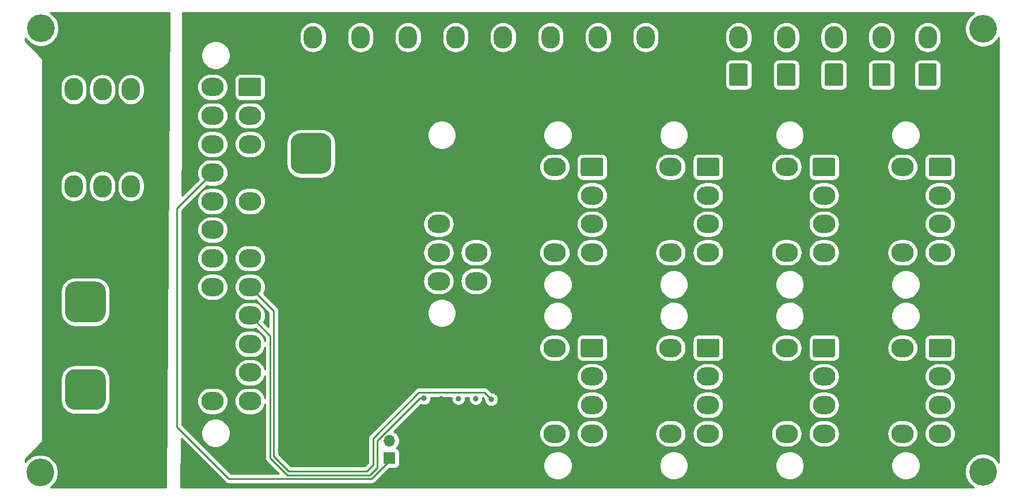
<source format=gbr>
%TF.GenerationSoftware,KiCad,Pcbnew,(5.1.12-1-10_14)*%
%TF.CreationDate,2021-11-27T15:53:19+11:00*%
%TF.ProjectId,ATX_PSU_Board,4154585f-5053-4555-9f42-6f6172642e6b,rev?*%
%TF.SameCoordinates,Original*%
%TF.FileFunction,Copper,L4,Bot*%
%TF.FilePolarity,Positive*%
%FSLAX46Y46*%
G04 Gerber Fmt 4.6, Leading zero omitted, Abs format (unit mm)*
G04 Created by KiCad (PCBNEW (5.1.12-1-10_14)) date 2021-11-27 15:53:19*
%MOMM*%
%LPD*%
G01*
G04 APERTURE LIST*
%TA.AperFunction,ComponentPad*%
%ADD10O,2.700000X3.300000*%
%TD*%
%TA.AperFunction,ComponentPad*%
%ADD11C,6.000000*%
%TD*%
%TA.AperFunction,ComponentPad*%
%ADD12O,3.300000X2.700000*%
%TD*%
%TA.AperFunction,ComponentPad*%
%ADD13O,1.700000X1.700000*%
%TD*%
%TA.AperFunction,ComponentPad*%
%ADD14R,1.700000X1.700000*%
%TD*%
%TA.AperFunction,ComponentPad*%
%ADD15C,4.064000*%
%TD*%
%TA.AperFunction,ViaPad*%
%ADD16C,0.800000*%
%TD*%
%TA.AperFunction,Conductor*%
%ADD17C,0.250000*%
%TD*%
%TA.AperFunction,Conductor*%
%ADD18C,0.254000*%
%TD*%
%TA.AperFunction,Conductor*%
%ADD19C,0.100000*%
%TD*%
G04 APERTURE END LIST*
D10*
%TO.P,J25,6*%
%TO.N,GND*%
X43350000Y-79500000D03*
%TO.P,J25,5*%
X47550000Y-79500000D03*
%TO.P,J25,4*%
X51750000Y-79500000D03*
%TO.P,J25,3*%
%TO.N,/+12V_SUPPLY*%
X43350000Y-85000000D03*
%TO.P,J25,2*%
X47550000Y-85000000D03*
%TO.P,J25,1*%
%TA.AperFunction,ComponentPad*%
G36*
G01*
X53100000Y-83600001D02*
X53100000Y-86399999D01*
G75*
G02*
X52849999Y-86650000I-250001J0D01*
G01*
X50650001Y-86650000D01*
G75*
G02*
X50400000Y-86399999I0J250001D01*
G01*
X50400000Y-83600001D01*
G75*
G02*
X50650001Y-83350000I250001J0D01*
G01*
X52849999Y-83350000D01*
G75*
G02*
X53100000Y-83600001I0J-250001D01*
G01*
G37*
%TD.AperFunction*%
%TD*%
%TO.P,J26,6*%
%TO.N,GND*%
X43350000Y-65250000D03*
%TO.P,J26,5*%
X47550000Y-65250000D03*
%TO.P,J26,4*%
X51750000Y-65250000D03*
%TO.P,J26,3*%
%TO.N,/+12V_SUPPLY*%
X43350000Y-70750000D03*
%TO.P,J26,2*%
X47550000Y-70750000D03*
%TO.P,J26,1*%
%TA.AperFunction,ComponentPad*%
G36*
G01*
X53100000Y-69350001D02*
X53100000Y-72149999D01*
G75*
G02*
X52849999Y-72400000I-250001J0D01*
G01*
X50650001Y-72400000D01*
G75*
G02*
X50400000Y-72149999I0J250001D01*
G01*
X50400000Y-69350001D01*
G75*
G02*
X50650001Y-69100000I250001J0D01*
G01*
X52849999Y-69100000D01*
G75*
G02*
X53100000Y-69350001I0J-250001D01*
G01*
G37*
%TD.AperFunction*%
%TD*%
%TO.P,J30,1*%
%TO.N,GND*%
%TA.AperFunction,ComponentPad*%
G36*
G01*
X42055200Y-110926800D02*
X42055200Y-107926800D01*
G75*
G02*
X43555200Y-106426800I1500000J0D01*
G01*
X46555200Y-106426800D01*
G75*
G02*
X48055200Y-107926800I0J-1500000D01*
G01*
X48055200Y-110926800D01*
G75*
G02*
X46555200Y-112426800I-1500000J0D01*
G01*
X43555200Y-112426800D01*
G75*
G02*
X42055200Y-110926800I0J1500000D01*
G01*
G37*
%TD.AperFunction*%
D11*
%TO.P,J30,2*%
%TO.N,/+12V_SUPPLY*%
X52255200Y-109426800D03*
%TD*%
%TO.P,J29,1*%
%TO.N,GND*%
%TA.AperFunction,ComponentPad*%
G36*
G01*
X42055200Y-98026400D02*
X42055200Y-95026400D01*
G75*
G02*
X43555200Y-93526400I1500000J0D01*
G01*
X46555200Y-93526400D01*
G75*
G02*
X48055200Y-95026400I0J-1500000D01*
G01*
X48055200Y-98026400D01*
G75*
G02*
X46555200Y-99526400I-1500000J0D01*
G01*
X43555200Y-99526400D01*
G75*
G02*
X42055200Y-98026400I0J1500000D01*
G01*
G37*
%TD.AperFunction*%
%TO.P,J29,2*%
%TO.N,/+12V_SUPPLY*%
X52255200Y-96526400D03*
%TD*%
D10*
%TO.P,J20,2*%
%TO.N,GND*%
X168867600Y-57593600D03*
%TO.P,J20,1*%
%TO.N,/+12V_SUPPLY*%
%TA.AperFunction,ComponentPad*%
G36*
G01*
X170217600Y-61693601D02*
X170217600Y-64493599D01*
G75*
G02*
X169967599Y-64743600I-250001J0D01*
G01*
X167767601Y-64743600D01*
G75*
G02*
X167517600Y-64493599I0J250001D01*
G01*
X167517600Y-61693601D01*
G75*
G02*
X167767601Y-61443600I250001J0D01*
G01*
X169967599Y-61443600D01*
G75*
G02*
X170217600Y-61693601I0J-250001D01*
G01*
G37*
%TD.AperFunction*%
%TD*%
D12*
%TO.P,J11,8*%
%TO.N,/+12V_SUPPLY*%
X165196400Y-115901800D03*
%TO.P,J11,7*%
%TO.N,/+5V_SUPPLY*%
X165196400Y-111701800D03*
%TO.P,J11,6*%
X165196400Y-107501800D03*
%TO.P,J11,5*%
%TO.N,/+3.3V_SUPPLY*%
X165196400Y-103301800D03*
%TO.P,J11,4*%
%TO.N,/+12V_SUPPLY*%
X170696400Y-115901800D03*
%TO.P,J11,3*%
X170696400Y-111701800D03*
%TO.P,J11,2*%
%TO.N,GND*%
X170696400Y-107501800D03*
%TO.P,J11,1*%
%TA.AperFunction,ComponentPad*%
G36*
G01*
X169296401Y-101951800D02*
X172096399Y-101951800D01*
G75*
G02*
X172346400Y-102201801I0J-250001D01*
G01*
X172346400Y-104401799D01*
G75*
G02*
X172096399Y-104651800I-250001J0D01*
G01*
X169296401Y-104651800D01*
G75*
G02*
X169046400Y-104401799I0J250001D01*
G01*
X169046400Y-102201801D01*
G75*
G02*
X169296401Y-101951800I250001J0D01*
G01*
G37*
%TD.AperFunction*%
%TD*%
D10*
%TO.P,J24,2*%
%TO.N,GND*%
X141083632Y-57607200D03*
%TO.P,J24,1*%
%TO.N,/+12V_SUPPLY*%
%TA.AperFunction,ComponentPad*%
G36*
G01*
X142433632Y-61707201D02*
X142433632Y-64507199D01*
G75*
G02*
X142183631Y-64757200I-250001J0D01*
G01*
X139983633Y-64757200D01*
G75*
G02*
X139733632Y-64507199I0J250001D01*
G01*
X139733632Y-61707201D01*
G75*
G02*
X139983633Y-61457200I250001J0D01*
G01*
X142183631Y-61457200D01*
G75*
G02*
X142433632Y-61707201I0J-250001D01*
G01*
G37*
%TD.AperFunction*%
%TD*%
%TO.P,J23,2*%
%TO.N,GND*%
X148086774Y-57607200D03*
%TO.P,J23,1*%
%TO.N,/+12V_SUPPLY*%
%TA.AperFunction,ComponentPad*%
G36*
G01*
X149436774Y-61707201D02*
X149436774Y-64507199D01*
G75*
G02*
X149186773Y-64757200I-250001J0D01*
G01*
X146986775Y-64757200D01*
G75*
G02*
X146736774Y-64507199I0J250001D01*
G01*
X146736774Y-61707201D01*
G75*
G02*
X146986775Y-61457200I250001J0D01*
G01*
X149186773Y-61457200D01*
G75*
G02*
X149436774Y-61707201I0J-250001D01*
G01*
G37*
%TD.AperFunction*%
%TD*%
%TO.P,J22,2*%
%TO.N,GND*%
X155089916Y-57607200D03*
%TO.P,J22,1*%
%TO.N,/+12V_SUPPLY*%
%TA.AperFunction,ComponentPad*%
G36*
G01*
X156439916Y-61707201D02*
X156439916Y-64507199D01*
G75*
G02*
X156189915Y-64757200I-250001J0D01*
G01*
X153989917Y-64757200D01*
G75*
G02*
X153739916Y-64507199I0J250001D01*
G01*
X153739916Y-61707201D01*
G75*
G02*
X153989917Y-61457200I250001J0D01*
G01*
X156189915Y-61457200D01*
G75*
G02*
X156439916Y-61707201I0J-250001D01*
G01*
G37*
%TD.AperFunction*%
%TD*%
%TO.P,J21,2*%
%TO.N,GND*%
X162093058Y-57607200D03*
%TO.P,J21,1*%
%TO.N,/+12V_SUPPLY*%
%TA.AperFunction,ComponentPad*%
G36*
G01*
X163443058Y-61707201D02*
X163443058Y-64507199D01*
G75*
G02*
X163193057Y-64757200I-250001J0D01*
G01*
X160993059Y-64757200D01*
G75*
G02*
X160743058Y-64507199I0J250001D01*
G01*
X160743058Y-61707201D01*
G75*
G02*
X160993059Y-61457200I250001J0D01*
G01*
X163193057Y-61457200D01*
G75*
G02*
X163443058Y-61707201I0J-250001D01*
G01*
G37*
%TD.AperFunction*%
%TD*%
%TO.P,J19,2*%
%TO.N,GND*%
X127414800Y-57593600D03*
%TO.P,J19,1*%
%TO.N,/+5V_SUPPLY*%
%TA.AperFunction,ComponentPad*%
G36*
G01*
X128764800Y-61693601D02*
X128764800Y-64493599D01*
G75*
G02*
X128514799Y-64743600I-250001J0D01*
G01*
X126314801Y-64743600D01*
G75*
G02*
X126064800Y-64493599I0J250001D01*
G01*
X126064800Y-61693601D01*
G75*
G02*
X126314801Y-61443600I250001J0D01*
G01*
X128514799Y-61443600D01*
G75*
G02*
X128764800Y-61693601I0J-250001D01*
G01*
G37*
%TD.AperFunction*%
%TD*%
%TO.P,J18,2*%
%TO.N,GND*%
X120429800Y-57593600D03*
%TO.P,J18,1*%
%TO.N,/+5V_SUPPLY*%
%TA.AperFunction,ComponentPad*%
G36*
G01*
X121779800Y-61693601D02*
X121779800Y-64493599D01*
G75*
G02*
X121529799Y-64743600I-250001J0D01*
G01*
X119329801Y-64743600D01*
G75*
G02*
X119079800Y-64493599I0J250001D01*
G01*
X119079800Y-61693601D01*
G75*
G02*
X119329801Y-61443600I250001J0D01*
G01*
X121529799Y-61443600D01*
G75*
G02*
X121779800Y-61693601I0J-250001D01*
G01*
G37*
%TD.AperFunction*%
%TD*%
%TO.P,J17,2*%
%TO.N,GND*%
X113444800Y-57593600D03*
%TO.P,J17,1*%
%TO.N,/+5V_SUPPLY*%
%TA.AperFunction,ComponentPad*%
G36*
G01*
X114794800Y-61693601D02*
X114794800Y-64493599D01*
G75*
G02*
X114544799Y-64743600I-250001J0D01*
G01*
X112344801Y-64743600D01*
G75*
G02*
X112094800Y-64493599I0J250001D01*
G01*
X112094800Y-61693601D01*
G75*
G02*
X112344801Y-61443600I250001J0D01*
G01*
X114544799Y-61443600D01*
G75*
G02*
X114794800Y-61693601I0J-250001D01*
G01*
G37*
%TD.AperFunction*%
%TD*%
%TO.P,J16,2*%
%TO.N,GND*%
X106459800Y-57593600D03*
%TO.P,J16,1*%
%TO.N,/+5V_SUPPLY*%
%TA.AperFunction,ComponentPad*%
G36*
G01*
X107809800Y-61693601D02*
X107809800Y-64493599D01*
G75*
G02*
X107559799Y-64743600I-250001J0D01*
G01*
X105359801Y-64743600D01*
G75*
G02*
X105109800Y-64493599I0J250001D01*
G01*
X105109800Y-61693601D01*
G75*
G02*
X105359801Y-61443600I250001J0D01*
G01*
X107559799Y-61443600D01*
G75*
G02*
X107809800Y-61693601I0J-250001D01*
G01*
G37*
%TD.AperFunction*%
%TD*%
%TO.P,J15,2*%
%TO.N,GND*%
X99474800Y-57593600D03*
%TO.P,J15,1*%
%TO.N,/+5V_SUPPLY*%
%TA.AperFunction,ComponentPad*%
G36*
G01*
X100824800Y-61693601D02*
X100824800Y-64493599D01*
G75*
G02*
X100574799Y-64743600I-250001J0D01*
G01*
X98374801Y-64743600D01*
G75*
G02*
X98124800Y-64493599I0J250001D01*
G01*
X98124800Y-61693601D01*
G75*
G02*
X98374801Y-61443600I250001J0D01*
G01*
X100574799Y-61443600D01*
G75*
G02*
X100824800Y-61693601I0J-250001D01*
G01*
G37*
%TD.AperFunction*%
%TD*%
%TO.P,J14,2*%
%TO.N,GND*%
X92489800Y-57593600D03*
%TO.P,J14,1*%
%TO.N,/+5V_SUPPLY*%
%TA.AperFunction,ComponentPad*%
G36*
G01*
X93839800Y-61693601D02*
X93839800Y-64493599D01*
G75*
G02*
X93589799Y-64743600I-250001J0D01*
G01*
X91389801Y-64743600D01*
G75*
G02*
X91139800Y-64493599I0J250001D01*
G01*
X91139800Y-61693601D01*
G75*
G02*
X91389801Y-61443600I250001J0D01*
G01*
X93589799Y-61443600D01*
G75*
G02*
X93839800Y-61693601I0J-250001D01*
G01*
G37*
%TD.AperFunction*%
%TD*%
%TO.P,J13,2*%
%TO.N,GND*%
X85504800Y-57593600D03*
%TO.P,J13,1*%
%TO.N,/+5V_SUPPLY*%
%TA.AperFunction,ComponentPad*%
G36*
G01*
X86854800Y-61693601D02*
X86854800Y-64493599D01*
G75*
G02*
X86604799Y-64743600I-250001J0D01*
G01*
X84404801Y-64743600D01*
G75*
G02*
X84154800Y-64493599I0J250001D01*
G01*
X84154800Y-61693601D01*
G75*
G02*
X84404801Y-61443600I250001J0D01*
G01*
X86604799Y-61443600D01*
G75*
G02*
X86854800Y-61693601I0J-250001D01*
G01*
G37*
%TD.AperFunction*%
%TD*%
%TO.P,J12,2*%
%TO.N,GND*%
X78519800Y-57593600D03*
%TO.P,J12,1*%
%TO.N,/+5V_SUPPLY*%
%TA.AperFunction,ComponentPad*%
G36*
G01*
X79869800Y-61693601D02*
X79869800Y-64493599D01*
G75*
G02*
X79619799Y-64743600I-250001J0D01*
G01*
X77419801Y-64743600D01*
G75*
G02*
X77169800Y-64493599I0J250001D01*
G01*
X77169800Y-61693601D01*
G75*
G02*
X77419801Y-61443600I250001J0D01*
G01*
X79619799Y-61443600D01*
G75*
G02*
X79869800Y-61693601I0J-250001D01*
G01*
G37*
%TD.AperFunction*%
%TD*%
%TO.P,J28,1*%
%TO.N,GND*%
%TA.AperFunction,ComponentPad*%
G36*
G01*
X75228400Y-76176800D02*
X75228400Y-73176800D01*
G75*
G02*
X76728400Y-71676800I1500000J0D01*
G01*
X79728400Y-71676800D01*
G75*
G02*
X81228400Y-73176800I0J-1500000D01*
G01*
X81228400Y-76176800D01*
G75*
G02*
X79728400Y-77676800I-1500000J0D01*
G01*
X76728400Y-77676800D01*
G75*
G02*
X75228400Y-76176800I0J1500000D01*
G01*
G37*
%TD.AperFunction*%
D11*
%TO.P,J28,2*%
%TO.N,/+5V_SUPPLY*%
X85428400Y-74676800D03*
%TD*%
D13*
%TO.P,J1,2*%
%TO.N,GND*%
X89772000Y-116967000D03*
D14*
%TO.P,J1,1*%
%TO.N,/PS_ON*%
X89772000Y-119507000D03*
%TD*%
D12*
%TO.P,J5,8*%
%TO.N,/+12V_SUPPLY*%
X131091000Y-89264600D03*
%TO.P,J5,7*%
%TO.N,/+5V_SUPPLY*%
X131091000Y-85064600D03*
%TO.P,J5,6*%
X131091000Y-80864600D03*
%TO.P,J5,5*%
%TO.N,/+3.3V_SUPPLY*%
X131091000Y-76664600D03*
%TO.P,J5,4*%
%TO.N,/+12V_SUPPLY*%
X136591000Y-89264600D03*
%TO.P,J5,3*%
X136591000Y-85064600D03*
%TO.P,J5,2*%
%TO.N,GND*%
X136591000Y-80864600D03*
%TO.P,J5,1*%
%TA.AperFunction,ComponentPad*%
G36*
G01*
X135191001Y-75314600D02*
X137990999Y-75314600D01*
G75*
G02*
X138241000Y-75564601I0J-250001D01*
G01*
X138241000Y-77764599D01*
G75*
G02*
X137990999Y-78014600I-250001J0D01*
G01*
X135191001Y-78014600D01*
G75*
G02*
X134941000Y-77764599I0J250001D01*
G01*
X134941000Y-75564601D01*
G75*
G02*
X135191001Y-75314600I250001J0D01*
G01*
G37*
%TD.AperFunction*%
%TD*%
%TO.P,J7,8*%
%TO.N,/+12V_SUPPLY*%
X165196400Y-89264600D03*
%TO.P,J7,7*%
%TO.N,/+5V_SUPPLY*%
X165196400Y-85064600D03*
%TO.P,J7,6*%
X165196400Y-80864600D03*
%TO.P,J7,5*%
%TO.N,/+3.3V_SUPPLY*%
X165196400Y-76664600D03*
%TO.P,J7,4*%
%TO.N,/+12V_SUPPLY*%
X170696400Y-89264600D03*
%TO.P,J7,3*%
X170696400Y-85064600D03*
%TO.P,J7,2*%
%TO.N,GND*%
X170696400Y-80864600D03*
%TO.P,J7,1*%
%TA.AperFunction,ComponentPad*%
G36*
G01*
X169296401Y-75314600D02*
X172096399Y-75314600D01*
G75*
G02*
X172346400Y-75564601I0J-250001D01*
G01*
X172346400Y-77764599D01*
G75*
G02*
X172096399Y-78014600I-250001J0D01*
G01*
X169296401Y-78014600D01*
G75*
G02*
X169046400Y-77764599I0J250001D01*
G01*
X169046400Y-75564601D01*
G75*
G02*
X169296401Y-75314600I250001J0D01*
G01*
G37*
%TD.AperFunction*%
%TD*%
D15*
%TO.P,H4,1*%
%TO.N,N/C*%
X177000000Y-56337200D03*
%TD*%
%TO.P,H3,1*%
%TO.N,N/C*%
X38404800Y-121615200D03*
%TD*%
%TO.P,H2,1*%
%TO.N,N/C*%
X177000000Y-121500000D03*
%TD*%
%TO.P,H1,1*%
%TO.N,N/C*%
X38506400Y-56286400D03*
%TD*%
D12*
%TO.P,J10,8*%
%TO.N,/+12V_SUPPLY*%
X148143700Y-115901800D03*
%TO.P,J10,7*%
%TO.N,/+5V_SUPPLY*%
X148143700Y-111701800D03*
%TO.P,J10,6*%
X148143700Y-107501800D03*
%TO.P,J10,5*%
%TO.N,/+3.3V_SUPPLY*%
X148143700Y-103301800D03*
%TO.P,J10,4*%
%TO.N,/+12V_SUPPLY*%
X153643700Y-115901800D03*
%TO.P,J10,3*%
X153643700Y-111701800D03*
%TO.P,J10,2*%
%TO.N,GND*%
X153643700Y-107501800D03*
%TO.P,J10,1*%
%TA.AperFunction,ComponentPad*%
G36*
G01*
X152243701Y-101951800D02*
X155043699Y-101951800D01*
G75*
G02*
X155293700Y-102201801I0J-250001D01*
G01*
X155293700Y-104401799D01*
G75*
G02*
X155043699Y-104651800I-250001J0D01*
G01*
X152243701Y-104651800D01*
G75*
G02*
X151993700Y-104401799I0J250001D01*
G01*
X151993700Y-102201801D01*
G75*
G02*
X152243701Y-101951800I250001J0D01*
G01*
G37*
%TD.AperFunction*%
%TD*%
%TO.P,J9,8*%
%TO.N,/+12V_SUPPLY*%
X131091000Y-115901800D03*
%TO.P,J9,7*%
%TO.N,/+5V_SUPPLY*%
X131091000Y-111701800D03*
%TO.P,J9,6*%
X131091000Y-107501800D03*
%TO.P,J9,5*%
%TO.N,/+3.3V_SUPPLY*%
X131091000Y-103301800D03*
%TO.P,J9,4*%
%TO.N,/+12V_SUPPLY*%
X136591000Y-115901800D03*
%TO.P,J9,3*%
X136591000Y-111701800D03*
%TO.P,J9,2*%
%TO.N,GND*%
X136591000Y-107501800D03*
%TO.P,J9,1*%
%TA.AperFunction,ComponentPad*%
G36*
G01*
X135191001Y-101951800D02*
X137990999Y-101951800D01*
G75*
G02*
X138241000Y-102201801I0J-250001D01*
G01*
X138241000Y-104401799D01*
G75*
G02*
X137990999Y-104651800I-250001J0D01*
G01*
X135191001Y-104651800D01*
G75*
G02*
X134941000Y-104401799I0J250001D01*
G01*
X134941000Y-102201801D01*
G75*
G02*
X135191001Y-101951800I250001J0D01*
G01*
G37*
%TD.AperFunction*%
%TD*%
%TO.P,J8,8*%
%TO.N,/+12V_SUPPLY*%
X114038300Y-115901800D03*
%TO.P,J8,7*%
%TO.N,/+5V_SUPPLY*%
X114038300Y-111701800D03*
%TO.P,J8,6*%
X114038300Y-107501800D03*
%TO.P,J8,5*%
%TO.N,/+3.3V_SUPPLY*%
X114038300Y-103301800D03*
%TO.P,J8,4*%
%TO.N,/+12V_SUPPLY*%
X119538300Y-115901800D03*
%TO.P,J8,3*%
X119538300Y-111701800D03*
%TO.P,J8,2*%
%TO.N,GND*%
X119538300Y-107501800D03*
%TO.P,J8,1*%
%TA.AperFunction,ComponentPad*%
G36*
G01*
X118138301Y-101951800D02*
X120938299Y-101951800D01*
G75*
G02*
X121188300Y-102201801I0J-250001D01*
G01*
X121188300Y-104401799D01*
G75*
G02*
X120938299Y-104651800I-250001J0D01*
G01*
X118138301Y-104651800D01*
G75*
G02*
X117888300Y-104401799I0J250001D01*
G01*
X117888300Y-102201801D01*
G75*
G02*
X118138301Y-101951800I250001J0D01*
G01*
G37*
%TD.AperFunction*%
%TD*%
%TO.P,J6,8*%
%TO.N,/+12V_SUPPLY*%
X148143700Y-89264600D03*
%TO.P,J6,7*%
%TO.N,/+5V_SUPPLY*%
X148143700Y-85064600D03*
%TO.P,J6,6*%
X148143700Y-80864600D03*
%TO.P,J6,5*%
%TO.N,/+3.3V_SUPPLY*%
X148143700Y-76664600D03*
%TO.P,J6,4*%
%TO.N,/+12V_SUPPLY*%
X153643700Y-89264600D03*
%TO.P,J6,3*%
X153643700Y-85064600D03*
%TO.P,J6,2*%
%TO.N,GND*%
X153643700Y-80864600D03*
%TO.P,J6,1*%
%TA.AperFunction,ComponentPad*%
G36*
G01*
X152243701Y-75314600D02*
X155043699Y-75314600D01*
G75*
G02*
X155293700Y-75564601I0J-250001D01*
G01*
X155293700Y-77764599D01*
G75*
G02*
X155043699Y-78014600I-250001J0D01*
G01*
X152243701Y-78014600D01*
G75*
G02*
X151993700Y-77764599I0J250001D01*
G01*
X151993700Y-75564601D01*
G75*
G02*
X152243701Y-75314600I250001J0D01*
G01*
G37*
%TD.AperFunction*%
%TD*%
%TO.P,J4,8*%
%TO.N,/+12V_SUPPLY*%
X114038300Y-89264600D03*
%TO.P,J4,7*%
%TO.N,/+5V_SUPPLY*%
X114038300Y-85064600D03*
%TO.P,J4,6*%
X114038300Y-80864600D03*
%TO.P,J4,5*%
%TO.N,/+3.3V_SUPPLY*%
X114038300Y-76664600D03*
%TO.P,J4,4*%
%TO.N,/+12V_SUPPLY*%
X119538300Y-89264600D03*
%TO.P,J4,3*%
X119538300Y-85064600D03*
%TO.P,J4,2*%
%TO.N,GND*%
X119538300Y-80864600D03*
%TO.P,J4,1*%
%TA.AperFunction,ComponentPad*%
G36*
G01*
X118138301Y-75314600D02*
X120938299Y-75314600D01*
G75*
G02*
X121188300Y-75564601I0J-250001D01*
G01*
X121188300Y-77764599D01*
G75*
G02*
X120938299Y-78014600I-250001J0D01*
G01*
X118138301Y-78014600D01*
G75*
G02*
X117888300Y-77764599I0J250001D01*
G01*
X117888300Y-75564601D01*
G75*
G02*
X118138301Y-75314600I250001J0D01*
G01*
G37*
%TD.AperFunction*%
%TD*%
%TO.P,J3,10*%
%TO.N,GND*%
X96985600Y-93464600D03*
%TO.P,J3,9*%
X96985600Y-89264600D03*
%TO.P,J3,8*%
%TO.N,/+12V_SUPPLY*%
X96985600Y-85064600D03*
%TO.P,J3,7*%
%TO.N,/+5V_SUPPLY*%
X96985600Y-80864600D03*
%TO.P,J3,6*%
X96985600Y-76664600D03*
%TO.P,J3,5*%
%TO.N,GND*%
X102485600Y-93464600D03*
%TO.P,J3,4*%
X102485600Y-89264600D03*
%TO.P,J3,3*%
%TO.N,/+5V_SUPPLY*%
X102485600Y-85064600D03*
%TO.P,J3,2*%
X102485600Y-80864600D03*
%TO.P,J3,1*%
%TA.AperFunction,ComponentPad*%
G36*
G01*
X101085601Y-75314600D02*
X103885599Y-75314600D01*
G75*
G02*
X104135600Y-75564601I0J-250001D01*
G01*
X104135600Y-77764599D01*
G75*
G02*
X103885599Y-78014600I-250001J0D01*
G01*
X101085601Y-78014600D01*
G75*
G02*
X100835600Y-77764599I0J250001D01*
G01*
X100835600Y-75564601D01*
G75*
G02*
X101085601Y-75314600I250001J0D01*
G01*
G37*
%TD.AperFunction*%
%TD*%
%TO.P,J2,24*%
%TO.N,GND*%
X63748800Y-111122400D03*
%TO.P,J2,23*%
%TO.N,/+5V_SUPPLY*%
X63748800Y-106922400D03*
%TO.P,J2,22*%
X63748800Y-102722400D03*
%TO.P,J2,21*%
X63748800Y-98522400D03*
%TO.P,J2,20*%
%TO.N,Net-(J2-Pad20)*%
X63748800Y-94322400D03*
%TO.P,J2,19*%
%TO.N,GND*%
X63748800Y-90122400D03*
%TO.P,J2,18*%
X63748800Y-85922400D03*
%TO.P,J2,17*%
X63748800Y-81722400D03*
%TO.P,J2,16*%
%TO.N,/PS_ON*%
X63748800Y-77522400D03*
%TO.P,J2,15*%
%TO.N,GND*%
X63748800Y-73322400D03*
%TO.P,J2,14*%
%TO.N,Net-(J2-Pad14)*%
X63748800Y-69122400D03*
%TO.P,J2,13*%
%TO.N,/+3.3V_SUPPLY*%
X63748800Y-64922400D03*
%TO.P,J2,12*%
X69248800Y-111122400D03*
%TO.P,J2,11*%
%TO.N,/+12V_SUPPLY*%
X69248800Y-106922400D03*
%TO.P,J2,10*%
X69248800Y-102722400D03*
%TO.P,J2,9*%
%TO.N,/+5VSB_SUPPLY*%
X69248800Y-98522400D03*
%TO.P,J2,8*%
%TO.N,/PWR_OK*%
X69248800Y-94322400D03*
%TO.P,J2,7*%
%TO.N,GND*%
X69248800Y-90122400D03*
%TO.P,J2,6*%
%TO.N,/+5V_SUPPLY*%
X69248800Y-85922400D03*
%TO.P,J2,5*%
%TO.N,GND*%
X69248800Y-81722400D03*
%TO.P,J2,4*%
%TO.N,/+5V_SUPPLY*%
X69248800Y-77522400D03*
%TO.P,J2,3*%
%TO.N,GND*%
X69248800Y-73322400D03*
%TO.P,J2,2*%
%TO.N,/+3.3V_SUPPLY*%
X69248800Y-69122400D03*
%TO.P,J2,1*%
%TA.AperFunction,ComponentPad*%
G36*
G01*
X67848801Y-63572400D02*
X70648799Y-63572400D01*
G75*
G02*
X70898800Y-63822401I0J-250001D01*
G01*
X70898800Y-66022399D01*
G75*
G02*
X70648799Y-66272400I-250001J0D01*
G01*
X67848801Y-66272400D01*
G75*
G02*
X67598800Y-66022399I0J250001D01*
G01*
X67598800Y-63822401D01*
G75*
G02*
X67848801Y-63572400I250001J0D01*
G01*
G37*
%TD.AperFunction*%
%TD*%
D16*
%TO.N,/+5V_SUPPLY*%
X97346000Y-110737600D03*
%TO.N,/+3.3V_SUPPLY*%
X99886000Y-110737600D03*
%TO.N,/+12V_SUPPLY*%
X102426000Y-110737600D03*
%TO.N,/+5VSB_SUPPLY*%
X94806000Y-110698000D03*
%TO.N,/PWR_OK*%
X104750000Y-110863000D03*
%TD*%
D17*
%TO.N,/PS_ON*%
X89772000Y-119888000D02*
X89772000Y-119507000D01*
X87105000Y-122555000D02*
X89772000Y-119888000D01*
X66150000Y-122555000D02*
X87105000Y-122555000D01*
X58530000Y-114935000D02*
X66150000Y-122555000D01*
X58530000Y-82741200D02*
X58530000Y-114935000D01*
X63748800Y-77522400D02*
X58530000Y-82741200D01*
%TO.N,/+5VSB_SUPPLY*%
X94240315Y-110698000D02*
X87994000Y-116944315D01*
X94806000Y-110698000D02*
X94240315Y-110698000D01*
X87994000Y-116944315D02*
X87994000Y-120904000D01*
X87994000Y-120904000D02*
X86851000Y-122047000D01*
X86851000Y-122047000D02*
X74786000Y-122047000D01*
X74786000Y-122047000D02*
X72246000Y-119507000D01*
X72246000Y-101519600D02*
X69248800Y-98522400D01*
X72246000Y-119507000D02*
X72246000Y-101519600D01*
%TO.N,/PWR_OK*%
X104750000Y-110863000D02*
X103742000Y-109855000D01*
X103742000Y-109855000D02*
X94090000Y-109855000D01*
X94090000Y-109855000D02*
X87359000Y-116586000D01*
X87359000Y-116586000D02*
X87359000Y-120523000D01*
X87359000Y-120523000D02*
X86470000Y-121412000D01*
X86470000Y-121412000D02*
X74913000Y-121412000D01*
X74913000Y-121412000D02*
X72754000Y-119253000D01*
X72754000Y-97827600D02*
X69248800Y-94322400D01*
X72754000Y-119253000D02*
X72754000Y-97827600D01*
%TD*%
D18*
%TO.N,/+5V_SUPPLY*%
X175299887Y-54265606D02*
X174928406Y-54637087D01*
X174636536Y-55073902D01*
X174435492Y-55559265D01*
X174333000Y-56074523D01*
X174333000Y-56599877D01*
X174435492Y-57115135D01*
X174636536Y-57600498D01*
X174928406Y-58037313D01*
X175299887Y-58408794D01*
X175736702Y-58700664D01*
X176222065Y-58901708D01*
X176737323Y-59004200D01*
X177262677Y-59004200D01*
X177777935Y-58901708D01*
X178263298Y-58700664D01*
X178700113Y-58408794D01*
X179071594Y-58037313D01*
X179340001Y-57635613D01*
X179340000Y-120201586D01*
X179071594Y-119799887D01*
X178700113Y-119428406D01*
X178263298Y-119136536D01*
X177777935Y-118935492D01*
X177262677Y-118833000D01*
X176737323Y-118833000D01*
X176222065Y-118935492D01*
X175736702Y-119136536D01*
X175299887Y-119428406D01*
X174928406Y-119799887D01*
X174636536Y-120236702D01*
X174435492Y-120722065D01*
X174333000Y-121237323D01*
X174333000Y-121762677D01*
X174435492Y-122277935D01*
X174636536Y-122763298D01*
X174928406Y-123200113D01*
X175299887Y-123571594D01*
X175641721Y-123800000D01*
X59133656Y-123800000D01*
X59158100Y-116637901D01*
X65586201Y-123066003D01*
X65609999Y-123095001D01*
X65725724Y-123189974D01*
X65857753Y-123260546D01*
X66001014Y-123304003D01*
X66112667Y-123315000D01*
X66112676Y-123315000D01*
X66149999Y-123318676D01*
X66187322Y-123315000D01*
X87067678Y-123315000D01*
X87105000Y-123318676D01*
X87142322Y-123315000D01*
X87142333Y-123315000D01*
X87253986Y-123304003D01*
X87397247Y-123260546D01*
X87529276Y-123189974D01*
X87645001Y-123095001D01*
X87668804Y-123065997D01*
X89739730Y-120995072D01*
X90622000Y-120995072D01*
X90746482Y-120982812D01*
X90866180Y-120946502D01*
X90976494Y-120887537D01*
X91073185Y-120808185D01*
X91152537Y-120711494D01*
X91211502Y-120601180D01*
X91247812Y-120481482D01*
X91256672Y-120391521D01*
X112363300Y-120391521D01*
X112363300Y-120812079D01*
X112445347Y-121224556D01*
X112606288Y-121613102D01*
X112839937Y-121962783D01*
X113137317Y-122260163D01*
X113486998Y-122493812D01*
X113875544Y-122654753D01*
X114288021Y-122736800D01*
X114708579Y-122736800D01*
X115121056Y-122654753D01*
X115509602Y-122493812D01*
X115859283Y-122260163D01*
X116156663Y-121962783D01*
X116390312Y-121613102D01*
X116551253Y-121224556D01*
X116633300Y-120812079D01*
X116633300Y-120391521D01*
X129416000Y-120391521D01*
X129416000Y-120812079D01*
X129498047Y-121224556D01*
X129658988Y-121613102D01*
X129892637Y-121962783D01*
X130190017Y-122260163D01*
X130539698Y-122493812D01*
X130928244Y-122654753D01*
X131340721Y-122736800D01*
X131761279Y-122736800D01*
X132173756Y-122654753D01*
X132562302Y-122493812D01*
X132911983Y-122260163D01*
X133209363Y-121962783D01*
X133443012Y-121613102D01*
X133603953Y-121224556D01*
X133686000Y-120812079D01*
X133686000Y-120391521D01*
X146468700Y-120391521D01*
X146468700Y-120812079D01*
X146550747Y-121224556D01*
X146711688Y-121613102D01*
X146945337Y-121962783D01*
X147242717Y-122260163D01*
X147592398Y-122493812D01*
X147980944Y-122654753D01*
X148393421Y-122736800D01*
X148813979Y-122736800D01*
X149226456Y-122654753D01*
X149615002Y-122493812D01*
X149964683Y-122260163D01*
X150262063Y-121962783D01*
X150495712Y-121613102D01*
X150656653Y-121224556D01*
X150738700Y-120812079D01*
X150738700Y-120391521D01*
X163521400Y-120391521D01*
X163521400Y-120812079D01*
X163603447Y-121224556D01*
X163764388Y-121613102D01*
X163998037Y-121962783D01*
X164295417Y-122260163D01*
X164645098Y-122493812D01*
X165033644Y-122654753D01*
X165446121Y-122736800D01*
X165866679Y-122736800D01*
X166279156Y-122654753D01*
X166667702Y-122493812D01*
X167017383Y-122260163D01*
X167314763Y-121962783D01*
X167548412Y-121613102D01*
X167709353Y-121224556D01*
X167791400Y-120812079D01*
X167791400Y-120391521D01*
X167709353Y-119979044D01*
X167548412Y-119590498D01*
X167314763Y-119240817D01*
X167017383Y-118943437D01*
X166667702Y-118709788D01*
X166279156Y-118548847D01*
X165866679Y-118466800D01*
X165446121Y-118466800D01*
X165033644Y-118548847D01*
X164645098Y-118709788D01*
X164295417Y-118943437D01*
X163998037Y-119240817D01*
X163764388Y-119590498D01*
X163603447Y-119979044D01*
X163521400Y-120391521D01*
X150738700Y-120391521D01*
X150656653Y-119979044D01*
X150495712Y-119590498D01*
X150262063Y-119240817D01*
X149964683Y-118943437D01*
X149615002Y-118709788D01*
X149226456Y-118548847D01*
X148813979Y-118466800D01*
X148393421Y-118466800D01*
X147980944Y-118548847D01*
X147592398Y-118709788D01*
X147242717Y-118943437D01*
X146945337Y-119240817D01*
X146711688Y-119590498D01*
X146550747Y-119979044D01*
X146468700Y-120391521D01*
X133686000Y-120391521D01*
X133603953Y-119979044D01*
X133443012Y-119590498D01*
X133209363Y-119240817D01*
X132911983Y-118943437D01*
X132562302Y-118709788D01*
X132173756Y-118548847D01*
X131761279Y-118466800D01*
X131340721Y-118466800D01*
X130928244Y-118548847D01*
X130539698Y-118709788D01*
X130190017Y-118943437D01*
X129892637Y-119240817D01*
X129658988Y-119590498D01*
X129498047Y-119979044D01*
X129416000Y-120391521D01*
X116633300Y-120391521D01*
X116551253Y-119979044D01*
X116390312Y-119590498D01*
X116156663Y-119240817D01*
X115859283Y-118943437D01*
X115509602Y-118709788D01*
X115121056Y-118548847D01*
X114708579Y-118466800D01*
X114288021Y-118466800D01*
X113875544Y-118548847D01*
X113486998Y-118709788D01*
X113137317Y-118943437D01*
X112839937Y-119240817D01*
X112606288Y-119590498D01*
X112445347Y-119979044D01*
X112363300Y-120391521D01*
X91256672Y-120391521D01*
X91260072Y-120357000D01*
X91260072Y-118657000D01*
X91247812Y-118532518D01*
X91211502Y-118412820D01*
X91152537Y-118302506D01*
X91073185Y-118205815D01*
X90976494Y-118126463D01*
X90866180Y-118067498D01*
X90793620Y-118045487D01*
X90925475Y-117913632D01*
X91087990Y-117670411D01*
X91199932Y-117400158D01*
X91257000Y-117113260D01*
X91257000Y-116820740D01*
X91199932Y-116533842D01*
X91087990Y-116263589D01*
X90925475Y-116020368D01*
X90806907Y-115901800D01*
X111743696Y-115901800D01*
X111782022Y-116290928D01*
X111895526Y-116665102D01*
X112079847Y-117009943D01*
X112327902Y-117312198D01*
X112630157Y-117560253D01*
X112974998Y-117744574D01*
X113349172Y-117858078D01*
X113640790Y-117886800D01*
X114435810Y-117886800D01*
X114727428Y-117858078D01*
X115101602Y-117744574D01*
X115446443Y-117560253D01*
X115748698Y-117312198D01*
X115996753Y-117009943D01*
X116181074Y-116665102D01*
X116294578Y-116290928D01*
X116332904Y-115901800D01*
X117243696Y-115901800D01*
X117282022Y-116290928D01*
X117395526Y-116665102D01*
X117579847Y-117009943D01*
X117827902Y-117312198D01*
X118130157Y-117560253D01*
X118474998Y-117744574D01*
X118849172Y-117858078D01*
X119140790Y-117886800D01*
X119935810Y-117886800D01*
X120227428Y-117858078D01*
X120601602Y-117744574D01*
X120946443Y-117560253D01*
X121248698Y-117312198D01*
X121496753Y-117009943D01*
X121681074Y-116665102D01*
X121794578Y-116290928D01*
X121832904Y-115901800D01*
X128796396Y-115901800D01*
X128834722Y-116290928D01*
X128948226Y-116665102D01*
X129132547Y-117009943D01*
X129380602Y-117312198D01*
X129682857Y-117560253D01*
X130027698Y-117744574D01*
X130401872Y-117858078D01*
X130693490Y-117886800D01*
X131488510Y-117886800D01*
X131780128Y-117858078D01*
X132154302Y-117744574D01*
X132499143Y-117560253D01*
X132801398Y-117312198D01*
X133049453Y-117009943D01*
X133233774Y-116665102D01*
X133347278Y-116290928D01*
X133385604Y-115901800D01*
X134296396Y-115901800D01*
X134334722Y-116290928D01*
X134448226Y-116665102D01*
X134632547Y-117009943D01*
X134880602Y-117312198D01*
X135182857Y-117560253D01*
X135527698Y-117744574D01*
X135901872Y-117858078D01*
X136193490Y-117886800D01*
X136988510Y-117886800D01*
X137280128Y-117858078D01*
X137654302Y-117744574D01*
X137999143Y-117560253D01*
X138301398Y-117312198D01*
X138549453Y-117009943D01*
X138733774Y-116665102D01*
X138847278Y-116290928D01*
X138885604Y-115901800D01*
X145849096Y-115901800D01*
X145887422Y-116290928D01*
X146000926Y-116665102D01*
X146185247Y-117009943D01*
X146433302Y-117312198D01*
X146735557Y-117560253D01*
X147080398Y-117744574D01*
X147454572Y-117858078D01*
X147746190Y-117886800D01*
X148541210Y-117886800D01*
X148832828Y-117858078D01*
X149207002Y-117744574D01*
X149551843Y-117560253D01*
X149854098Y-117312198D01*
X150102153Y-117009943D01*
X150286474Y-116665102D01*
X150399978Y-116290928D01*
X150438304Y-115901800D01*
X151349096Y-115901800D01*
X151387422Y-116290928D01*
X151500926Y-116665102D01*
X151685247Y-117009943D01*
X151933302Y-117312198D01*
X152235557Y-117560253D01*
X152580398Y-117744574D01*
X152954572Y-117858078D01*
X153246190Y-117886800D01*
X154041210Y-117886800D01*
X154332828Y-117858078D01*
X154707002Y-117744574D01*
X155051843Y-117560253D01*
X155354098Y-117312198D01*
X155602153Y-117009943D01*
X155786474Y-116665102D01*
X155899978Y-116290928D01*
X155938304Y-115901800D01*
X162901796Y-115901800D01*
X162940122Y-116290928D01*
X163053626Y-116665102D01*
X163237947Y-117009943D01*
X163486002Y-117312198D01*
X163788257Y-117560253D01*
X164133098Y-117744574D01*
X164507272Y-117858078D01*
X164798890Y-117886800D01*
X165593910Y-117886800D01*
X165885528Y-117858078D01*
X166259702Y-117744574D01*
X166604543Y-117560253D01*
X166906798Y-117312198D01*
X167154853Y-117009943D01*
X167339174Y-116665102D01*
X167452678Y-116290928D01*
X167491004Y-115901800D01*
X168401796Y-115901800D01*
X168440122Y-116290928D01*
X168553626Y-116665102D01*
X168737947Y-117009943D01*
X168986002Y-117312198D01*
X169288257Y-117560253D01*
X169633098Y-117744574D01*
X170007272Y-117858078D01*
X170298890Y-117886800D01*
X171093910Y-117886800D01*
X171385528Y-117858078D01*
X171759702Y-117744574D01*
X172104543Y-117560253D01*
X172406798Y-117312198D01*
X172654853Y-117009943D01*
X172839174Y-116665102D01*
X172952678Y-116290928D01*
X172991004Y-115901800D01*
X172952678Y-115512672D01*
X172839174Y-115138498D01*
X172654853Y-114793657D01*
X172406798Y-114491402D01*
X172104543Y-114243347D01*
X171759702Y-114059026D01*
X171385528Y-113945522D01*
X171093910Y-113916800D01*
X170298890Y-113916800D01*
X170007272Y-113945522D01*
X169633098Y-114059026D01*
X169288257Y-114243347D01*
X168986002Y-114491402D01*
X168737947Y-114793657D01*
X168553626Y-115138498D01*
X168440122Y-115512672D01*
X168401796Y-115901800D01*
X167491004Y-115901800D01*
X167452678Y-115512672D01*
X167339174Y-115138498D01*
X167154853Y-114793657D01*
X166906798Y-114491402D01*
X166604543Y-114243347D01*
X166259702Y-114059026D01*
X165885528Y-113945522D01*
X165593910Y-113916800D01*
X164798890Y-113916800D01*
X164507272Y-113945522D01*
X164133098Y-114059026D01*
X163788257Y-114243347D01*
X163486002Y-114491402D01*
X163237947Y-114793657D01*
X163053626Y-115138498D01*
X162940122Y-115512672D01*
X162901796Y-115901800D01*
X155938304Y-115901800D01*
X155899978Y-115512672D01*
X155786474Y-115138498D01*
X155602153Y-114793657D01*
X155354098Y-114491402D01*
X155051843Y-114243347D01*
X154707002Y-114059026D01*
X154332828Y-113945522D01*
X154041210Y-113916800D01*
X153246190Y-113916800D01*
X152954572Y-113945522D01*
X152580398Y-114059026D01*
X152235557Y-114243347D01*
X151933302Y-114491402D01*
X151685247Y-114793657D01*
X151500926Y-115138498D01*
X151387422Y-115512672D01*
X151349096Y-115901800D01*
X150438304Y-115901800D01*
X150399978Y-115512672D01*
X150286474Y-115138498D01*
X150102153Y-114793657D01*
X149854098Y-114491402D01*
X149551843Y-114243347D01*
X149207002Y-114059026D01*
X148832828Y-113945522D01*
X148541210Y-113916800D01*
X147746190Y-113916800D01*
X147454572Y-113945522D01*
X147080398Y-114059026D01*
X146735557Y-114243347D01*
X146433302Y-114491402D01*
X146185247Y-114793657D01*
X146000926Y-115138498D01*
X145887422Y-115512672D01*
X145849096Y-115901800D01*
X138885604Y-115901800D01*
X138847278Y-115512672D01*
X138733774Y-115138498D01*
X138549453Y-114793657D01*
X138301398Y-114491402D01*
X137999143Y-114243347D01*
X137654302Y-114059026D01*
X137280128Y-113945522D01*
X136988510Y-113916800D01*
X136193490Y-113916800D01*
X135901872Y-113945522D01*
X135527698Y-114059026D01*
X135182857Y-114243347D01*
X134880602Y-114491402D01*
X134632547Y-114793657D01*
X134448226Y-115138498D01*
X134334722Y-115512672D01*
X134296396Y-115901800D01*
X133385604Y-115901800D01*
X133347278Y-115512672D01*
X133233774Y-115138498D01*
X133049453Y-114793657D01*
X132801398Y-114491402D01*
X132499143Y-114243347D01*
X132154302Y-114059026D01*
X131780128Y-113945522D01*
X131488510Y-113916800D01*
X130693490Y-113916800D01*
X130401872Y-113945522D01*
X130027698Y-114059026D01*
X129682857Y-114243347D01*
X129380602Y-114491402D01*
X129132547Y-114793657D01*
X128948226Y-115138498D01*
X128834722Y-115512672D01*
X128796396Y-115901800D01*
X121832904Y-115901800D01*
X121794578Y-115512672D01*
X121681074Y-115138498D01*
X121496753Y-114793657D01*
X121248698Y-114491402D01*
X120946443Y-114243347D01*
X120601602Y-114059026D01*
X120227428Y-113945522D01*
X119935810Y-113916800D01*
X119140790Y-113916800D01*
X118849172Y-113945522D01*
X118474998Y-114059026D01*
X118130157Y-114243347D01*
X117827902Y-114491402D01*
X117579847Y-114793657D01*
X117395526Y-115138498D01*
X117282022Y-115512672D01*
X117243696Y-115901800D01*
X116332904Y-115901800D01*
X116294578Y-115512672D01*
X116181074Y-115138498D01*
X115996753Y-114793657D01*
X115748698Y-114491402D01*
X115446443Y-114243347D01*
X115101602Y-114059026D01*
X114727428Y-113945522D01*
X114435810Y-113916800D01*
X113640790Y-113916800D01*
X113349172Y-113945522D01*
X112974998Y-114059026D01*
X112630157Y-114243347D01*
X112327902Y-114491402D01*
X112079847Y-114793657D01*
X111895526Y-115138498D01*
X111782022Y-115512672D01*
X111743696Y-115901800D01*
X90806907Y-115901800D01*
X90718632Y-115813525D01*
X90475411Y-115651010D01*
X90395293Y-115617824D01*
X94373846Y-111639272D01*
X94504102Y-111693226D01*
X94704061Y-111733000D01*
X94907939Y-111733000D01*
X95107898Y-111693226D01*
X95296256Y-111615205D01*
X95465774Y-111501937D01*
X95609937Y-111357774D01*
X95723205Y-111188256D01*
X95801226Y-110999898D01*
X95841000Y-110799939D01*
X95841000Y-110615000D01*
X98855110Y-110615000D01*
X98851000Y-110635661D01*
X98851000Y-110839539D01*
X98890774Y-111039498D01*
X98968795Y-111227856D01*
X99082063Y-111397374D01*
X99226226Y-111541537D01*
X99395744Y-111654805D01*
X99584102Y-111732826D01*
X99784061Y-111772600D01*
X99987939Y-111772600D01*
X100187898Y-111732826D01*
X100376256Y-111654805D01*
X100545774Y-111541537D01*
X100689937Y-111397374D01*
X100803205Y-111227856D01*
X100881226Y-111039498D01*
X100921000Y-110839539D01*
X100921000Y-110635661D01*
X100916890Y-110615000D01*
X101395110Y-110615000D01*
X101391000Y-110635661D01*
X101391000Y-110839539D01*
X101430774Y-111039498D01*
X101508795Y-111227856D01*
X101622063Y-111397374D01*
X101766226Y-111541537D01*
X101935744Y-111654805D01*
X102124102Y-111732826D01*
X102324061Y-111772600D01*
X102527939Y-111772600D01*
X102727898Y-111732826D01*
X102916256Y-111654805D01*
X103085774Y-111541537D01*
X103229937Y-111397374D01*
X103343205Y-111227856D01*
X103421226Y-111039498D01*
X103461000Y-110839539D01*
X103461000Y-110648801D01*
X103715000Y-110902802D01*
X103715000Y-110964939D01*
X103754774Y-111164898D01*
X103832795Y-111353256D01*
X103946063Y-111522774D01*
X104090226Y-111666937D01*
X104259744Y-111780205D01*
X104448102Y-111858226D01*
X104648061Y-111898000D01*
X104851939Y-111898000D01*
X105051898Y-111858226D01*
X105240256Y-111780205D01*
X105357597Y-111701800D01*
X117243696Y-111701800D01*
X117282022Y-112090928D01*
X117395526Y-112465102D01*
X117579847Y-112809943D01*
X117827902Y-113112198D01*
X118130157Y-113360253D01*
X118474998Y-113544574D01*
X118849172Y-113658078D01*
X119140790Y-113686800D01*
X119935810Y-113686800D01*
X120227428Y-113658078D01*
X120601602Y-113544574D01*
X120946443Y-113360253D01*
X121248698Y-113112198D01*
X121496753Y-112809943D01*
X121681074Y-112465102D01*
X121794578Y-112090928D01*
X121832904Y-111701800D01*
X134296396Y-111701800D01*
X134334722Y-112090928D01*
X134448226Y-112465102D01*
X134632547Y-112809943D01*
X134880602Y-113112198D01*
X135182857Y-113360253D01*
X135527698Y-113544574D01*
X135901872Y-113658078D01*
X136193490Y-113686800D01*
X136988510Y-113686800D01*
X137280128Y-113658078D01*
X137654302Y-113544574D01*
X137999143Y-113360253D01*
X138301398Y-113112198D01*
X138549453Y-112809943D01*
X138733774Y-112465102D01*
X138847278Y-112090928D01*
X138885604Y-111701800D01*
X151349096Y-111701800D01*
X151387422Y-112090928D01*
X151500926Y-112465102D01*
X151685247Y-112809943D01*
X151933302Y-113112198D01*
X152235557Y-113360253D01*
X152580398Y-113544574D01*
X152954572Y-113658078D01*
X153246190Y-113686800D01*
X154041210Y-113686800D01*
X154332828Y-113658078D01*
X154707002Y-113544574D01*
X155051843Y-113360253D01*
X155354098Y-113112198D01*
X155602153Y-112809943D01*
X155786474Y-112465102D01*
X155899978Y-112090928D01*
X155938304Y-111701800D01*
X168401796Y-111701800D01*
X168440122Y-112090928D01*
X168553626Y-112465102D01*
X168737947Y-112809943D01*
X168986002Y-113112198D01*
X169288257Y-113360253D01*
X169633098Y-113544574D01*
X170007272Y-113658078D01*
X170298890Y-113686800D01*
X171093910Y-113686800D01*
X171385528Y-113658078D01*
X171759702Y-113544574D01*
X172104543Y-113360253D01*
X172406798Y-113112198D01*
X172654853Y-112809943D01*
X172839174Y-112465102D01*
X172952678Y-112090928D01*
X172991004Y-111701800D01*
X172952678Y-111312672D01*
X172839174Y-110938498D01*
X172654853Y-110593657D01*
X172406798Y-110291402D01*
X172104543Y-110043347D01*
X171759702Y-109859026D01*
X171385528Y-109745522D01*
X171093910Y-109716800D01*
X170298890Y-109716800D01*
X170007272Y-109745522D01*
X169633098Y-109859026D01*
X169288257Y-110043347D01*
X168986002Y-110291402D01*
X168737947Y-110593657D01*
X168553626Y-110938498D01*
X168440122Y-111312672D01*
X168401796Y-111701800D01*
X155938304Y-111701800D01*
X155899978Y-111312672D01*
X155786474Y-110938498D01*
X155602153Y-110593657D01*
X155354098Y-110291402D01*
X155051843Y-110043347D01*
X154707002Y-109859026D01*
X154332828Y-109745522D01*
X154041210Y-109716800D01*
X153246190Y-109716800D01*
X152954572Y-109745522D01*
X152580398Y-109859026D01*
X152235557Y-110043347D01*
X151933302Y-110291402D01*
X151685247Y-110593657D01*
X151500926Y-110938498D01*
X151387422Y-111312672D01*
X151349096Y-111701800D01*
X138885604Y-111701800D01*
X138847278Y-111312672D01*
X138733774Y-110938498D01*
X138549453Y-110593657D01*
X138301398Y-110291402D01*
X137999143Y-110043347D01*
X137654302Y-109859026D01*
X137280128Y-109745522D01*
X136988510Y-109716800D01*
X136193490Y-109716800D01*
X135901872Y-109745522D01*
X135527698Y-109859026D01*
X135182857Y-110043347D01*
X134880602Y-110291402D01*
X134632547Y-110593657D01*
X134448226Y-110938498D01*
X134334722Y-111312672D01*
X134296396Y-111701800D01*
X121832904Y-111701800D01*
X121794578Y-111312672D01*
X121681074Y-110938498D01*
X121496753Y-110593657D01*
X121248698Y-110291402D01*
X120946443Y-110043347D01*
X120601602Y-109859026D01*
X120227428Y-109745522D01*
X119935810Y-109716800D01*
X119140790Y-109716800D01*
X118849172Y-109745522D01*
X118474998Y-109859026D01*
X118130157Y-110043347D01*
X117827902Y-110291402D01*
X117579847Y-110593657D01*
X117395526Y-110938498D01*
X117282022Y-111312672D01*
X117243696Y-111701800D01*
X105357597Y-111701800D01*
X105409774Y-111666937D01*
X105553937Y-111522774D01*
X105667205Y-111353256D01*
X105745226Y-111164898D01*
X105785000Y-110964939D01*
X105785000Y-110761061D01*
X105745226Y-110561102D01*
X105667205Y-110372744D01*
X105553937Y-110203226D01*
X105409774Y-110059063D01*
X105240256Y-109945795D01*
X105051898Y-109867774D01*
X104851939Y-109828000D01*
X104789802Y-109828000D01*
X104305804Y-109344002D01*
X104282001Y-109314999D01*
X104166276Y-109220026D01*
X104034247Y-109149454D01*
X103890986Y-109105997D01*
X103779333Y-109095000D01*
X103779322Y-109095000D01*
X103742000Y-109091324D01*
X103704678Y-109095000D01*
X94127322Y-109095000D01*
X94089999Y-109091324D01*
X94052676Y-109095000D01*
X94052667Y-109095000D01*
X93941014Y-109105997D01*
X93797753Y-109149454D01*
X93665724Y-109220026D01*
X93665722Y-109220027D01*
X93665723Y-109220027D01*
X93578996Y-109291201D01*
X93578992Y-109291205D01*
X93549999Y-109314999D01*
X93526205Y-109343992D01*
X86848003Y-116022196D01*
X86818999Y-116045999D01*
X86763871Y-116113174D01*
X86724026Y-116161724D01*
X86669578Y-116263589D01*
X86653454Y-116293754D01*
X86609997Y-116437015D01*
X86599000Y-116548668D01*
X86599000Y-116548678D01*
X86595324Y-116586000D01*
X86599000Y-116623323D01*
X86599001Y-120208197D01*
X86155199Y-120652000D01*
X75227802Y-120652000D01*
X73514000Y-118938199D01*
X73514000Y-107501800D01*
X117243696Y-107501800D01*
X117282022Y-107890928D01*
X117395526Y-108265102D01*
X117579847Y-108609943D01*
X117827902Y-108912198D01*
X118130157Y-109160253D01*
X118474998Y-109344574D01*
X118849172Y-109458078D01*
X119140790Y-109486800D01*
X119935810Y-109486800D01*
X120227428Y-109458078D01*
X120601602Y-109344574D01*
X120946443Y-109160253D01*
X121248698Y-108912198D01*
X121496753Y-108609943D01*
X121681074Y-108265102D01*
X121794578Y-107890928D01*
X121832904Y-107501800D01*
X134296396Y-107501800D01*
X134334722Y-107890928D01*
X134448226Y-108265102D01*
X134632547Y-108609943D01*
X134880602Y-108912198D01*
X135182857Y-109160253D01*
X135527698Y-109344574D01*
X135901872Y-109458078D01*
X136193490Y-109486800D01*
X136988510Y-109486800D01*
X137280128Y-109458078D01*
X137654302Y-109344574D01*
X137999143Y-109160253D01*
X138301398Y-108912198D01*
X138549453Y-108609943D01*
X138733774Y-108265102D01*
X138847278Y-107890928D01*
X138885604Y-107501800D01*
X151349096Y-107501800D01*
X151387422Y-107890928D01*
X151500926Y-108265102D01*
X151685247Y-108609943D01*
X151933302Y-108912198D01*
X152235557Y-109160253D01*
X152580398Y-109344574D01*
X152954572Y-109458078D01*
X153246190Y-109486800D01*
X154041210Y-109486800D01*
X154332828Y-109458078D01*
X154707002Y-109344574D01*
X155051843Y-109160253D01*
X155354098Y-108912198D01*
X155602153Y-108609943D01*
X155786474Y-108265102D01*
X155899978Y-107890928D01*
X155938304Y-107501800D01*
X168401796Y-107501800D01*
X168440122Y-107890928D01*
X168553626Y-108265102D01*
X168737947Y-108609943D01*
X168986002Y-108912198D01*
X169288257Y-109160253D01*
X169633098Y-109344574D01*
X170007272Y-109458078D01*
X170298890Y-109486800D01*
X171093910Y-109486800D01*
X171385528Y-109458078D01*
X171759702Y-109344574D01*
X172104543Y-109160253D01*
X172406798Y-108912198D01*
X172654853Y-108609943D01*
X172839174Y-108265102D01*
X172952678Y-107890928D01*
X172991004Y-107501800D01*
X172952678Y-107112672D01*
X172839174Y-106738498D01*
X172654853Y-106393657D01*
X172406798Y-106091402D01*
X172104543Y-105843347D01*
X171759702Y-105659026D01*
X171385528Y-105545522D01*
X171093910Y-105516800D01*
X170298890Y-105516800D01*
X170007272Y-105545522D01*
X169633098Y-105659026D01*
X169288257Y-105843347D01*
X168986002Y-106091402D01*
X168737947Y-106393657D01*
X168553626Y-106738498D01*
X168440122Y-107112672D01*
X168401796Y-107501800D01*
X155938304Y-107501800D01*
X155899978Y-107112672D01*
X155786474Y-106738498D01*
X155602153Y-106393657D01*
X155354098Y-106091402D01*
X155051843Y-105843347D01*
X154707002Y-105659026D01*
X154332828Y-105545522D01*
X154041210Y-105516800D01*
X153246190Y-105516800D01*
X152954572Y-105545522D01*
X152580398Y-105659026D01*
X152235557Y-105843347D01*
X151933302Y-106091402D01*
X151685247Y-106393657D01*
X151500926Y-106738498D01*
X151387422Y-107112672D01*
X151349096Y-107501800D01*
X138885604Y-107501800D01*
X138847278Y-107112672D01*
X138733774Y-106738498D01*
X138549453Y-106393657D01*
X138301398Y-106091402D01*
X137999143Y-105843347D01*
X137654302Y-105659026D01*
X137280128Y-105545522D01*
X136988510Y-105516800D01*
X136193490Y-105516800D01*
X135901872Y-105545522D01*
X135527698Y-105659026D01*
X135182857Y-105843347D01*
X134880602Y-106091402D01*
X134632547Y-106393657D01*
X134448226Y-106738498D01*
X134334722Y-107112672D01*
X134296396Y-107501800D01*
X121832904Y-107501800D01*
X121794578Y-107112672D01*
X121681074Y-106738498D01*
X121496753Y-106393657D01*
X121248698Y-106091402D01*
X120946443Y-105843347D01*
X120601602Y-105659026D01*
X120227428Y-105545522D01*
X119935810Y-105516800D01*
X119140790Y-105516800D01*
X118849172Y-105545522D01*
X118474998Y-105659026D01*
X118130157Y-105843347D01*
X117827902Y-106091402D01*
X117579847Y-106393657D01*
X117395526Y-106738498D01*
X117282022Y-107112672D01*
X117243696Y-107501800D01*
X73514000Y-107501800D01*
X73514000Y-103301800D01*
X111743696Y-103301800D01*
X111782022Y-103690928D01*
X111895526Y-104065102D01*
X112079847Y-104409943D01*
X112327902Y-104712198D01*
X112630157Y-104960253D01*
X112974998Y-105144574D01*
X113349172Y-105258078D01*
X113640790Y-105286800D01*
X114435810Y-105286800D01*
X114727428Y-105258078D01*
X115101602Y-105144574D01*
X115446443Y-104960253D01*
X115748698Y-104712198D01*
X115996753Y-104409943D01*
X116181074Y-104065102D01*
X116294578Y-103690928D01*
X116332904Y-103301800D01*
X116294578Y-102912672D01*
X116181074Y-102538498D01*
X116001107Y-102201801D01*
X117250228Y-102201801D01*
X117250228Y-104401799D01*
X117267292Y-104575053D01*
X117317829Y-104741650D01*
X117399895Y-104895186D01*
X117510339Y-105029761D01*
X117644914Y-105140205D01*
X117798450Y-105222271D01*
X117965047Y-105272808D01*
X118138301Y-105289872D01*
X120938299Y-105289872D01*
X121111553Y-105272808D01*
X121278150Y-105222271D01*
X121431686Y-105140205D01*
X121566261Y-105029761D01*
X121676705Y-104895186D01*
X121758771Y-104741650D01*
X121809308Y-104575053D01*
X121826372Y-104401799D01*
X121826372Y-103301800D01*
X128796396Y-103301800D01*
X128834722Y-103690928D01*
X128948226Y-104065102D01*
X129132547Y-104409943D01*
X129380602Y-104712198D01*
X129682857Y-104960253D01*
X130027698Y-105144574D01*
X130401872Y-105258078D01*
X130693490Y-105286800D01*
X131488510Y-105286800D01*
X131780128Y-105258078D01*
X132154302Y-105144574D01*
X132499143Y-104960253D01*
X132801398Y-104712198D01*
X133049453Y-104409943D01*
X133233774Y-104065102D01*
X133347278Y-103690928D01*
X133385604Y-103301800D01*
X133347278Y-102912672D01*
X133233774Y-102538498D01*
X133053807Y-102201801D01*
X134302928Y-102201801D01*
X134302928Y-104401799D01*
X134319992Y-104575053D01*
X134370529Y-104741650D01*
X134452595Y-104895186D01*
X134563039Y-105029761D01*
X134697614Y-105140205D01*
X134851150Y-105222271D01*
X135017747Y-105272808D01*
X135191001Y-105289872D01*
X137990999Y-105289872D01*
X138164253Y-105272808D01*
X138330850Y-105222271D01*
X138484386Y-105140205D01*
X138618961Y-105029761D01*
X138729405Y-104895186D01*
X138811471Y-104741650D01*
X138862008Y-104575053D01*
X138879072Y-104401799D01*
X138879072Y-103301800D01*
X145849096Y-103301800D01*
X145887422Y-103690928D01*
X146000926Y-104065102D01*
X146185247Y-104409943D01*
X146433302Y-104712198D01*
X146735557Y-104960253D01*
X147080398Y-105144574D01*
X147454572Y-105258078D01*
X147746190Y-105286800D01*
X148541210Y-105286800D01*
X148832828Y-105258078D01*
X149207002Y-105144574D01*
X149551843Y-104960253D01*
X149854098Y-104712198D01*
X150102153Y-104409943D01*
X150286474Y-104065102D01*
X150399978Y-103690928D01*
X150438304Y-103301800D01*
X150399978Y-102912672D01*
X150286474Y-102538498D01*
X150106507Y-102201801D01*
X151355628Y-102201801D01*
X151355628Y-104401799D01*
X151372692Y-104575053D01*
X151423229Y-104741650D01*
X151505295Y-104895186D01*
X151615739Y-105029761D01*
X151750314Y-105140205D01*
X151903850Y-105222271D01*
X152070447Y-105272808D01*
X152243701Y-105289872D01*
X155043699Y-105289872D01*
X155216953Y-105272808D01*
X155383550Y-105222271D01*
X155537086Y-105140205D01*
X155671661Y-105029761D01*
X155782105Y-104895186D01*
X155864171Y-104741650D01*
X155914708Y-104575053D01*
X155931772Y-104401799D01*
X155931772Y-103301800D01*
X162901796Y-103301800D01*
X162940122Y-103690928D01*
X163053626Y-104065102D01*
X163237947Y-104409943D01*
X163486002Y-104712198D01*
X163788257Y-104960253D01*
X164133098Y-105144574D01*
X164507272Y-105258078D01*
X164798890Y-105286800D01*
X165593910Y-105286800D01*
X165885528Y-105258078D01*
X166259702Y-105144574D01*
X166604543Y-104960253D01*
X166906798Y-104712198D01*
X167154853Y-104409943D01*
X167339174Y-104065102D01*
X167452678Y-103690928D01*
X167491004Y-103301800D01*
X167452678Y-102912672D01*
X167339174Y-102538498D01*
X167159207Y-102201801D01*
X168408328Y-102201801D01*
X168408328Y-104401799D01*
X168425392Y-104575053D01*
X168475929Y-104741650D01*
X168557995Y-104895186D01*
X168668439Y-105029761D01*
X168803014Y-105140205D01*
X168956550Y-105222271D01*
X169123147Y-105272808D01*
X169296401Y-105289872D01*
X172096399Y-105289872D01*
X172269653Y-105272808D01*
X172436250Y-105222271D01*
X172589786Y-105140205D01*
X172724361Y-105029761D01*
X172834805Y-104895186D01*
X172916871Y-104741650D01*
X172967408Y-104575053D01*
X172984472Y-104401799D01*
X172984472Y-102201801D01*
X172967408Y-102028547D01*
X172916871Y-101861950D01*
X172834805Y-101708414D01*
X172724361Y-101573839D01*
X172589786Y-101463395D01*
X172436250Y-101381329D01*
X172269653Y-101330792D01*
X172096399Y-101313728D01*
X169296401Y-101313728D01*
X169123147Y-101330792D01*
X168956550Y-101381329D01*
X168803014Y-101463395D01*
X168668439Y-101573839D01*
X168557995Y-101708414D01*
X168475929Y-101861950D01*
X168425392Y-102028547D01*
X168408328Y-102201801D01*
X167159207Y-102201801D01*
X167154853Y-102193657D01*
X166906798Y-101891402D01*
X166604543Y-101643347D01*
X166259702Y-101459026D01*
X165885528Y-101345522D01*
X165593910Y-101316800D01*
X164798890Y-101316800D01*
X164507272Y-101345522D01*
X164133098Y-101459026D01*
X163788257Y-101643347D01*
X163486002Y-101891402D01*
X163237947Y-102193657D01*
X163053626Y-102538498D01*
X162940122Y-102912672D01*
X162901796Y-103301800D01*
X155931772Y-103301800D01*
X155931772Y-102201801D01*
X155914708Y-102028547D01*
X155864171Y-101861950D01*
X155782105Y-101708414D01*
X155671661Y-101573839D01*
X155537086Y-101463395D01*
X155383550Y-101381329D01*
X155216953Y-101330792D01*
X155043699Y-101313728D01*
X152243701Y-101313728D01*
X152070447Y-101330792D01*
X151903850Y-101381329D01*
X151750314Y-101463395D01*
X151615739Y-101573839D01*
X151505295Y-101708414D01*
X151423229Y-101861950D01*
X151372692Y-102028547D01*
X151355628Y-102201801D01*
X150106507Y-102201801D01*
X150102153Y-102193657D01*
X149854098Y-101891402D01*
X149551843Y-101643347D01*
X149207002Y-101459026D01*
X148832828Y-101345522D01*
X148541210Y-101316800D01*
X147746190Y-101316800D01*
X147454572Y-101345522D01*
X147080398Y-101459026D01*
X146735557Y-101643347D01*
X146433302Y-101891402D01*
X146185247Y-102193657D01*
X146000926Y-102538498D01*
X145887422Y-102912672D01*
X145849096Y-103301800D01*
X138879072Y-103301800D01*
X138879072Y-102201801D01*
X138862008Y-102028547D01*
X138811471Y-101861950D01*
X138729405Y-101708414D01*
X138618961Y-101573839D01*
X138484386Y-101463395D01*
X138330850Y-101381329D01*
X138164253Y-101330792D01*
X137990999Y-101313728D01*
X135191001Y-101313728D01*
X135017747Y-101330792D01*
X134851150Y-101381329D01*
X134697614Y-101463395D01*
X134563039Y-101573839D01*
X134452595Y-101708414D01*
X134370529Y-101861950D01*
X134319992Y-102028547D01*
X134302928Y-102201801D01*
X133053807Y-102201801D01*
X133049453Y-102193657D01*
X132801398Y-101891402D01*
X132499143Y-101643347D01*
X132154302Y-101459026D01*
X131780128Y-101345522D01*
X131488510Y-101316800D01*
X130693490Y-101316800D01*
X130401872Y-101345522D01*
X130027698Y-101459026D01*
X129682857Y-101643347D01*
X129380602Y-101891402D01*
X129132547Y-102193657D01*
X128948226Y-102538498D01*
X128834722Y-102912672D01*
X128796396Y-103301800D01*
X121826372Y-103301800D01*
X121826372Y-102201801D01*
X121809308Y-102028547D01*
X121758771Y-101861950D01*
X121676705Y-101708414D01*
X121566261Y-101573839D01*
X121431686Y-101463395D01*
X121278150Y-101381329D01*
X121111553Y-101330792D01*
X120938299Y-101313728D01*
X118138301Y-101313728D01*
X117965047Y-101330792D01*
X117798450Y-101381329D01*
X117644914Y-101463395D01*
X117510339Y-101573839D01*
X117399895Y-101708414D01*
X117317829Y-101861950D01*
X117267292Y-102028547D01*
X117250228Y-102201801D01*
X116001107Y-102201801D01*
X115996753Y-102193657D01*
X115748698Y-101891402D01*
X115446443Y-101643347D01*
X115101602Y-101459026D01*
X114727428Y-101345522D01*
X114435810Y-101316800D01*
X113640790Y-101316800D01*
X113349172Y-101345522D01*
X112974998Y-101459026D01*
X112630157Y-101643347D01*
X112327902Y-101891402D01*
X112079847Y-102193657D01*
X111895526Y-102538498D01*
X111782022Y-102912672D01*
X111743696Y-103301800D01*
X73514000Y-103301800D01*
X73514000Y-97954321D01*
X95310600Y-97954321D01*
X95310600Y-98374879D01*
X95392647Y-98787356D01*
X95553588Y-99175902D01*
X95787237Y-99525583D01*
X96084617Y-99822963D01*
X96434298Y-100056612D01*
X96822844Y-100217553D01*
X97235321Y-100299600D01*
X97655879Y-100299600D01*
X98068356Y-100217553D01*
X98456902Y-100056612D01*
X98806583Y-99822963D01*
X99103963Y-99525583D01*
X99337612Y-99175902D01*
X99498553Y-98787356D01*
X99577289Y-98391521D01*
X112363300Y-98391521D01*
X112363300Y-98812079D01*
X112445347Y-99224556D01*
X112606288Y-99613102D01*
X112839937Y-99962783D01*
X113137317Y-100260163D01*
X113486998Y-100493812D01*
X113875544Y-100654753D01*
X114288021Y-100736800D01*
X114708579Y-100736800D01*
X115121056Y-100654753D01*
X115509602Y-100493812D01*
X115859283Y-100260163D01*
X116156663Y-99962783D01*
X116390312Y-99613102D01*
X116551253Y-99224556D01*
X116633300Y-98812079D01*
X116633300Y-98391521D01*
X129416000Y-98391521D01*
X129416000Y-98812079D01*
X129498047Y-99224556D01*
X129658988Y-99613102D01*
X129892637Y-99962783D01*
X130190017Y-100260163D01*
X130539698Y-100493812D01*
X130928244Y-100654753D01*
X131340721Y-100736800D01*
X131761279Y-100736800D01*
X132173756Y-100654753D01*
X132562302Y-100493812D01*
X132911983Y-100260163D01*
X133209363Y-99962783D01*
X133443012Y-99613102D01*
X133603953Y-99224556D01*
X133686000Y-98812079D01*
X133686000Y-98391521D01*
X146468700Y-98391521D01*
X146468700Y-98812079D01*
X146550747Y-99224556D01*
X146711688Y-99613102D01*
X146945337Y-99962783D01*
X147242717Y-100260163D01*
X147592398Y-100493812D01*
X147980944Y-100654753D01*
X148393421Y-100736800D01*
X148813979Y-100736800D01*
X149226456Y-100654753D01*
X149615002Y-100493812D01*
X149964683Y-100260163D01*
X150262063Y-99962783D01*
X150495712Y-99613102D01*
X150656653Y-99224556D01*
X150738700Y-98812079D01*
X150738700Y-98391521D01*
X163521400Y-98391521D01*
X163521400Y-98812079D01*
X163603447Y-99224556D01*
X163764388Y-99613102D01*
X163998037Y-99962783D01*
X164295417Y-100260163D01*
X164645098Y-100493812D01*
X165033644Y-100654753D01*
X165446121Y-100736800D01*
X165866679Y-100736800D01*
X166279156Y-100654753D01*
X166667702Y-100493812D01*
X167017383Y-100260163D01*
X167314763Y-99962783D01*
X167548412Y-99613102D01*
X167709353Y-99224556D01*
X167791400Y-98812079D01*
X167791400Y-98391521D01*
X167709353Y-97979044D01*
X167548412Y-97590498D01*
X167314763Y-97240817D01*
X167017383Y-96943437D01*
X166667702Y-96709788D01*
X166279156Y-96548847D01*
X165866679Y-96466800D01*
X165446121Y-96466800D01*
X165033644Y-96548847D01*
X164645098Y-96709788D01*
X164295417Y-96943437D01*
X163998037Y-97240817D01*
X163764388Y-97590498D01*
X163603447Y-97979044D01*
X163521400Y-98391521D01*
X150738700Y-98391521D01*
X150656653Y-97979044D01*
X150495712Y-97590498D01*
X150262063Y-97240817D01*
X149964683Y-96943437D01*
X149615002Y-96709788D01*
X149226456Y-96548847D01*
X148813979Y-96466800D01*
X148393421Y-96466800D01*
X147980944Y-96548847D01*
X147592398Y-96709788D01*
X147242717Y-96943437D01*
X146945337Y-97240817D01*
X146711688Y-97590498D01*
X146550747Y-97979044D01*
X146468700Y-98391521D01*
X133686000Y-98391521D01*
X133603953Y-97979044D01*
X133443012Y-97590498D01*
X133209363Y-97240817D01*
X132911983Y-96943437D01*
X132562302Y-96709788D01*
X132173756Y-96548847D01*
X131761279Y-96466800D01*
X131340721Y-96466800D01*
X130928244Y-96548847D01*
X130539698Y-96709788D01*
X130190017Y-96943437D01*
X129892637Y-97240817D01*
X129658988Y-97590498D01*
X129498047Y-97979044D01*
X129416000Y-98391521D01*
X116633300Y-98391521D01*
X116551253Y-97979044D01*
X116390312Y-97590498D01*
X116156663Y-97240817D01*
X115859283Y-96943437D01*
X115509602Y-96709788D01*
X115121056Y-96548847D01*
X114708579Y-96466800D01*
X114288021Y-96466800D01*
X113875544Y-96548847D01*
X113486998Y-96709788D01*
X113137317Y-96943437D01*
X112839937Y-97240817D01*
X112606288Y-97590498D01*
X112445347Y-97979044D01*
X112363300Y-98391521D01*
X99577289Y-98391521D01*
X99580600Y-98374879D01*
X99580600Y-97954321D01*
X99498553Y-97541844D01*
X99337612Y-97153298D01*
X99103963Y-96803617D01*
X98806583Y-96506237D01*
X98456902Y-96272588D01*
X98068356Y-96111647D01*
X97655879Y-96029600D01*
X97235321Y-96029600D01*
X96822844Y-96111647D01*
X96434298Y-96272588D01*
X96084617Y-96506237D01*
X95787237Y-96803617D01*
X95553588Y-97153298D01*
X95392647Y-97541844D01*
X95310600Y-97954321D01*
X73514000Y-97954321D01*
X73514000Y-97864922D01*
X73517676Y-97827599D01*
X73514000Y-97790276D01*
X73514000Y-97790267D01*
X73503003Y-97678614D01*
X73459546Y-97535353D01*
X73388974Y-97403324D01*
X73375811Y-97387285D01*
X73317799Y-97316596D01*
X73317795Y-97316592D01*
X73294001Y-97287599D01*
X73265008Y-97263805D01*
X71285449Y-95284248D01*
X71391574Y-95085702D01*
X71505078Y-94711528D01*
X71543404Y-94322400D01*
X71505078Y-93933272D01*
X71391574Y-93559098D01*
X71341064Y-93464600D01*
X94690996Y-93464600D01*
X94729322Y-93853728D01*
X94842826Y-94227902D01*
X95027147Y-94572743D01*
X95275202Y-94874998D01*
X95577457Y-95123053D01*
X95922298Y-95307374D01*
X96296472Y-95420878D01*
X96588090Y-95449600D01*
X97383110Y-95449600D01*
X97674728Y-95420878D01*
X98048902Y-95307374D01*
X98393743Y-95123053D01*
X98695998Y-94874998D01*
X98944053Y-94572743D01*
X99128374Y-94227902D01*
X99241878Y-93853728D01*
X99280204Y-93464600D01*
X100190996Y-93464600D01*
X100229322Y-93853728D01*
X100342826Y-94227902D01*
X100527147Y-94572743D01*
X100775202Y-94874998D01*
X101077457Y-95123053D01*
X101422298Y-95307374D01*
X101796472Y-95420878D01*
X102088090Y-95449600D01*
X102883110Y-95449600D01*
X103174728Y-95420878D01*
X103548902Y-95307374D01*
X103893743Y-95123053D01*
X104195998Y-94874998D01*
X104444053Y-94572743D01*
X104628374Y-94227902D01*
X104741878Y-93853728D01*
X104751668Y-93754321D01*
X112363300Y-93754321D01*
X112363300Y-94174879D01*
X112445347Y-94587356D01*
X112606288Y-94975902D01*
X112839937Y-95325583D01*
X113137317Y-95622963D01*
X113486998Y-95856612D01*
X113875544Y-96017553D01*
X114288021Y-96099600D01*
X114708579Y-96099600D01*
X115121056Y-96017553D01*
X115509602Y-95856612D01*
X115859283Y-95622963D01*
X116156663Y-95325583D01*
X116390312Y-94975902D01*
X116551253Y-94587356D01*
X116633300Y-94174879D01*
X116633300Y-93754321D01*
X129416000Y-93754321D01*
X129416000Y-94174879D01*
X129498047Y-94587356D01*
X129658988Y-94975902D01*
X129892637Y-95325583D01*
X130190017Y-95622963D01*
X130539698Y-95856612D01*
X130928244Y-96017553D01*
X131340721Y-96099600D01*
X131761279Y-96099600D01*
X132173756Y-96017553D01*
X132562302Y-95856612D01*
X132911983Y-95622963D01*
X133209363Y-95325583D01*
X133443012Y-94975902D01*
X133603953Y-94587356D01*
X133686000Y-94174879D01*
X133686000Y-93754321D01*
X146468700Y-93754321D01*
X146468700Y-94174879D01*
X146550747Y-94587356D01*
X146711688Y-94975902D01*
X146945337Y-95325583D01*
X147242717Y-95622963D01*
X147592398Y-95856612D01*
X147980944Y-96017553D01*
X148393421Y-96099600D01*
X148813979Y-96099600D01*
X149226456Y-96017553D01*
X149615002Y-95856612D01*
X149964683Y-95622963D01*
X150262063Y-95325583D01*
X150495712Y-94975902D01*
X150656653Y-94587356D01*
X150738700Y-94174879D01*
X150738700Y-93754321D01*
X163521400Y-93754321D01*
X163521400Y-94174879D01*
X163603447Y-94587356D01*
X163764388Y-94975902D01*
X163998037Y-95325583D01*
X164295417Y-95622963D01*
X164645098Y-95856612D01*
X165033644Y-96017553D01*
X165446121Y-96099600D01*
X165866679Y-96099600D01*
X166279156Y-96017553D01*
X166667702Y-95856612D01*
X167017383Y-95622963D01*
X167314763Y-95325583D01*
X167548412Y-94975902D01*
X167709353Y-94587356D01*
X167791400Y-94174879D01*
X167791400Y-93754321D01*
X167709353Y-93341844D01*
X167548412Y-92953298D01*
X167314763Y-92603617D01*
X167017383Y-92306237D01*
X166667702Y-92072588D01*
X166279156Y-91911647D01*
X165866679Y-91829600D01*
X165446121Y-91829600D01*
X165033644Y-91911647D01*
X164645098Y-92072588D01*
X164295417Y-92306237D01*
X163998037Y-92603617D01*
X163764388Y-92953298D01*
X163603447Y-93341844D01*
X163521400Y-93754321D01*
X150738700Y-93754321D01*
X150656653Y-93341844D01*
X150495712Y-92953298D01*
X150262063Y-92603617D01*
X149964683Y-92306237D01*
X149615002Y-92072588D01*
X149226456Y-91911647D01*
X148813979Y-91829600D01*
X148393421Y-91829600D01*
X147980944Y-91911647D01*
X147592398Y-92072588D01*
X147242717Y-92306237D01*
X146945337Y-92603617D01*
X146711688Y-92953298D01*
X146550747Y-93341844D01*
X146468700Y-93754321D01*
X133686000Y-93754321D01*
X133603953Y-93341844D01*
X133443012Y-92953298D01*
X133209363Y-92603617D01*
X132911983Y-92306237D01*
X132562302Y-92072588D01*
X132173756Y-91911647D01*
X131761279Y-91829600D01*
X131340721Y-91829600D01*
X130928244Y-91911647D01*
X130539698Y-92072588D01*
X130190017Y-92306237D01*
X129892637Y-92603617D01*
X129658988Y-92953298D01*
X129498047Y-93341844D01*
X129416000Y-93754321D01*
X116633300Y-93754321D01*
X116551253Y-93341844D01*
X116390312Y-92953298D01*
X116156663Y-92603617D01*
X115859283Y-92306237D01*
X115509602Y-92072588D01*
X115121056Y-91911647D01*
X114708579Y-91829600D01*
X114288021Y-91829600D01*
X113875544Y-91911647D01*
X113486998Y-92072588D01*
X113137317Y-92306237D01*
X112839937Y-92603617D01*
X112606288Y-92953298D01*
X112445347Y-93341844D01*
X112363300Y-93754321D01*
X104751668Y-93754321D01*
X104780204Y-93464600D01*
X104741878Y-93075472D01*
X104628374Y-92701298D01*
X104444053Y-92356457D01*
X104195998Y-92054202D01*
X103893743Y-91806147D01*
X103548902Y-91621826D01*
X103174728Y-91508322D01*
X102883110Y-91479600D01*
X102088090Y-91479600D01*
X101796472Y-91508322D01*
X101422298Y-91621826D01*
X101077457Y-91806147D01*
X100775202Y-92054202D01*
X100527147Y-92356457D01*
X100342826Y-92701298D01*
X100229322Y-93075472D01*
X100190996Y-93464600D01*
X99280204Y-93464600D01*
X99241878Y-93075472D01*
X99128374Y-92701298D01*
X98944053Y-92356457D01*
X98695998Y-92054202D01*
X98393743Y-91806147D01*
X98048902Y-91621826D01*
X97674728Y-91508322D01*
X97383110Y-91479600D01*
X96588090Y-91479600D01*
X96296472Y-91508322D01*
X95922298Y-91621826D01*
X95577457Y-91806147D01*
X95275202Y-92054202D01*
X95027147Y-92356457D01*
X94842826Y-92701298D01*
X94729322Y-93075472D01*
X94690996Y-93464600D01*
X71341064Y-93464600D01*
X71207253Y-93214257D01*
X70959198Y-92912002D01*
X70656943Y-92663947D01*
X70312102Y-92479626D01*
X69937928Y-92366122D01*
X69646310Y-92337400D01*
X68851290Y-92337400D01*
X68559672Y-92366122D01*
X68185498Y-92479626D01*
X67840657Y-92663947D01*
X67538402Y-92912002D01*
X67290347Y-93214257D01*
X67106026Y-93559098D01*
X66992522Y-93933272D01*
X66954196Y-94322400D01*
X66992522Y-94711528D01*
X67106026Y-95085702D01*
X67290347Y-95430543D01*
X67538402Y-95732798D01*
X67840657Y-95980853D01*
X68185498Y-96165174D01*
X68559672Y-96278678D01*
X68851290Y-96307400D01*
X69646310Y-96307400D01*
X69937928Y-96278678D01*
X70085508Y-96233910D01*
X71994001Y-98142404D01*
X71994001Y-100192799D01*
X71285449Y-99484248D01*
X71391574Y-99285702D01*
X71505078Y-98911528D01*
X71543404Y-98522400D01*
X71505078Y-98133272D01*
X71391574Y-97759098D01*
X71207253Y-97414257D01*
X70959198Y-97112002D01*
X70656943Y-96863947D01*
X70312102Y-96679626D01*
X69937928Y-96566122D01*
X69646310Y-96537400D01*
X68851290Y-96537400D01*
X68559672Y-96566122D01*
X68185498Y-96679626D01*
X67840657Y-96863947D01*
X67538402Y-97112002D01*
X67290347Y-97414257D01*
X67106026Y-97759098D01*
X66992522Y-98133272D01*
X66954196Y-98522400D01*
X66992522Y-98911528D01*
X67106026Y-99285702D01*
X67290347Y-99630543D01*
X67538402Y-99932798D01*
X67840657Y-100180853D01*
X68185498Y-100365174D01*
X68559672Y-100478678D01*
X68851290Y-100507400D01*
X69646310Y-100507400D01*
X69937928Y-100478678D01*
X70085509Y-100433910D01*
X71486001Y-101834403D01*
X71486001Y-102270383D01*
X71391574Y-101959098D01*
X71207253Y-101614257D01*
X70959198Y-101312002D01*
X70656943Y-101063947D01*
X70312102Y-100879626D01*
X69937928Y-100766122D01*
X69646310Y-100737400D01*
X68851290Y-100737400D01*
X68559672Y-100766122D01*
X68185498Y-100879626D01*
X67840657Y-101063947D01*
X67538402Y-101312002D01*
X67290347Y-101614257D01*
X67106026Y-101959098D01*
X66992522Y-102333272D01*
X66954196Y-102722400D01*
X66992522Y-103111528D01*
X67106026Y-103485702D01*
X67290347Y-103830543D01*
X67538402Y-104132798D01*
X67840657Y-104380853D01*
X68185498Y-104565174D01*
X68559672Y-104678678D01*
X68851290Y-104707400D01*
X69646310Y-104707400D01*
X69937928Y-104678678D01*
X70312102Y-104565174D01*
X70656943Y-104380853D01*
X70959198Y-104132798D01*
X71207253Y-103830543D01*
X71391574Y-103485702D01*
X71486001Y-103174417D01*
X71486001Y-106470382D01*
X71391574Y-106159098D01*
X71207253Y-105814257D01*
X70959198Y-105512002D01*
X70656943Y-105263947D01*
X70312102Y-105079626D01*
X69937928Y-104966122D01*
X69646310Y-104937400D01*
X68851290Y-104937400D01*
X68559672Y-104966122D01*
X68185498Y-105079626D01*
X67840657Y-105263947D01*
X67538402Y-105512002D01*
X67290347Y-105814257D01*
X67106026Y-106159098D01*
X66992522Y-106533272D01*
X66954196Y-106922400D01*
X66992522Y-107311528D01*
X67106026Y-107685702D01*
X67290347Y-108030543D01*
X67538402Y-108332798D01*
X67840657Y-108580853D01*
X68185498Y-108765174D01*
X68559672Y-108878678D01*
X68851290Y-108907400D01*
X69646310Y-108907400D01*
X69937928Y-108878678D01*
X70312102Y-108765174D01*
X70656943Y-108580853D01*
X70959198Y-108332798D01*
X71207253Y-108030543D01*
X71391574Y-107685702D01*
X71486001Y-107374418D01*
X71486000Y-110670382D01*
X71391574Y-110359098D01*
X71207253Y-110014257D01*
X70959198Y-109712002D01*
X70656943Y-109463947D01*
X70312102Y-109279626D01*
X69937928Y-109166122D01*
X69646310Y-109137400D01*
X68851290Y-109137400D01*
X68559672Y-109166122D01*
X68185498Y-109279626D01*
X67840657Y-109463947D01*
X67538402Y-109712002D01*
X67290347Y-110014257D01*
X67106026Y-110359098D01*
X66992522Y-110733272D01*
X66954196Y-111122400D01*
X66992522Y-111511528D01*
X67106026Y-111885702D01*
X67290347Y-112230543D01*
X67538402Y-112532798D01*
X67840657Y-112780853D01*
X68185498Y-112965174D01*
X68559672Y-113078678D01*
X68851290Y-113107400D01*
X69646310Y-113107400D01*
X69937928Y-113078678D01*
X70312102Y-112965174D01*
X70656943Y-112780853D01*
X70959198Y-112532798D01*
X71207253Y-112230543D01*
X71391574Y-111885702D01*
X71486000Y-111574419D01*
X71486000Y-119469678D01*
X71482324Y-119507000D01*
X71486000Y-119544322D01*
X71486000Y-119544332D01*
X71496997Y-119655985D01*
X71528344Y-119759324D01*
X71540454Y-119799246D01*
X71611026Y-119931276D01*
X71633944Y-119959201D01*
X71705999Y-120047001D01*
X71735003Y-120070804D01*
X73459198Y-121795000D01*
X66464802Y-121795000D01*
X60281923Y-115612121D01*
X62073800Y-115612121D01*
X62073800Y-116032679D01*
X62155847Y-116445156D01*
X62316788Y-116833702D01*
X62550437Y-117183383D01*
X62847817Y-117480763D01*
X63197498Y-117714412D01*
X63586044Y-117875353D01*
X63998521Y-117957400D01*
X64419079Y-117957400D01*
X64831556Y-117875353D01*
X65220102Y-117714412D01*
X65569783Y-117480763D01*
X65867163Y-117183383D01*
X66100812Y-116833702D01*
X66261753Y-116445156D01*
X66343800Y-116032679D01*
X66343800Y-115612121D01*
X66261753Y-115199644D01*
X66100812Y-114811098D01*
X65867163Y-114461417D01*
X65569783Y-114164037D01*
X65220102Y-113930388D01*
X64831556Y-113769447D01*
X64419079Y-113687400D01*
X63998521Y-113687400D01*
X63586044Y-113769447D01*
X63197498Y-113930388D01*
X62847817Y-114164037D01*
X62550437Y-114461417D01*
X62316788Y-114811098D01*
X62155847Y-115199644D01*
X62073800Y-115612121D01*
X60281923Y-115612121D01*
X59290000Y-114620199D01*
X59290000Y-111122400D01*
X61454196Y-111122400D01*
X61492522Y-111511528D01*
X61606026Y-111885702D01*
X61790347Y-112230543D01*
X62038402Y-112532798D01*
X62340657Y-112780853D01*
X62685498Y-112965174D01*
X63059672Y-113078678D01*
X63351290Y-113107400D01*
X64146310Y-113107400D01*
X64437928Y-113078678D01*
X64812102Y-112965174D01*
X65156943Y-112780853D01*
X65459198Y-112532798D01*
X65707253Y-112230543D01*
X65891574Y-111885702D01*
X66005078Y-111511528D01*
X66043404Y-111122400D01*
X66005078Y-110733272D01*
X65891574Y-110359098D01*
X65707253Y-110014257D01*
X65459198Y-109712002D01*
X65156943Y-109463947D01*
X64812102Y-109279626D01*
X64437928Y-109166122D01*
X64146310Y-109137400D01*
X63351290Y-109137400D01*
X63059672Y-109166122D01*
X62685498Y-109279626D01*
X62340657Y-109463947D01*
X62038402Y-109712002D01*
X61790347Y-110014257D01*
X61606026Y-110359098D01*
X61492522Y-110733272D01*
X61454196Y-111122400D01*
X59290000Y-111122400D01*
X59290000Y-94322400D01*
X61454196Y-94322400D01*
X61492522Y-94711528D01*
X61606026Y-95085702D01*
X61790347Y-95430543D01*
X62038402Y-95732798D01*
X62340657Y-95980853D01*
X62685498Y-96165174D01*
X63059672Y-96278678D01*
X63351290Y-96307400D01*
X64146310Y-96307400D01*
X64437928Y-96278678D01*
X64812102Y-96165174D01*
X65156943Y-95980853D01*
X65459198Y-95732798D01*
X65707253Y-95430543D01*
X65891574Y-95085702D01*
X66005078Y-94711528D01*
X66043404Y-94322400D01*
X66005078Y-93933272D01*
X65891574Y-93559098D01*
X65707253Y-93214257D01*
X65459198Y-92912002D01*
X65156943Y-92663947D01*
X64812102Y-92479626D01*
X64437928Y-92366122D01*
X64146310Y-92337400D01*
X63351290Y-92337400D01*
X63059672Y-92366122D01*
X62685498Y-92479626D01*
X62340657Y-92663947D01*
X62038402Y-92912002D01*
X61790347Y-93214257D01*
X61606026Y-93559098D01*
X61492522Y-93933272D01*
X61454196Y-94322400D01*
X59290000Y-94322400D01*
X59290000Y-90122400D01*
X61454196Y-90122400D01*
X61492522Y-90511528D01*
X61606026Y-90885702D01*
X61790347Y-91230543D01*
X62038402Y-91532798D01*
X62340657Y-91780853D01*
X62685498Y-91965174D01*
X63059672Y-92078678D01*
X63351290Y-92107400D01*
X64146310Y-92107400D01*
X64437928Y-92078678D01*
X64812102Y-91965174D01*
X65156943Y-91780853D01*
X65459198Y-91532798D01*
X65707253Y-91230543D01*
X65891574Y-90885702D01*
X66005078Y-90511528D01*
X66043404Y-90122400D01*
X66954196Y-90122400D01*
X66992522Y-90511528D01*
X67106026Y-90885702D01*
X67290347Y-91230543D01*
X67538402Y-91532798D01*
X67840657Y-91780853D01*
X68185498Y-91965174D01*
X68559672Y-92078678D01*
X68851290Y-92107400D01*
X69646310Y-92107400D01*
X69937928Y-92078678D01*
X70312102Y-91965174D01*
X70656943Y-91780853D01*
X70959198Y-91532798D01*
X71207253Y-91230543D01*
X71391574Y-90885702D01*
X71505078Y-90511528D01*
X71543404Y-90122400D01*
X71505078Y-89733272D01*
X71391574Y-89359098D01*
X71341064Y-89264600D01*
X94690996Y-89264600D01*
X94729322Y-89653728D01*
X94842826Y-90027902D01*
X95027147Y-90372743D01*
X95275202Y-90674998D01*
X95577457Y-90923053D01*
X95922298Y-91107374D01*
X96296472Y-91220878D01*
X96588090Y-91249600D01*
X97383110Y-91249600D01*
X97674728Y-91220878D01*
X98048902Y-91107374D01*
X98393743Y-90923053D01*
X98695998Y-90674998D01*
X98944053Y-90372743D01*
X99128374Y-90027902D01*
X99241878Y-89653728D01*
X99280204Y-89264600D01*
X100190996Y-89264600D01*
X100229322Y-89653728D01*
X100342826Y-90027902D01*
X100527147Y-90372743D01*
X100775202Y-90674998D01*
X101077457Y-90923053D01*
X101422298Y-91107374D01*
X101796472Y-91220878D01*
X102088090Y-91249600D01*
X102883110Y-91249600D01*
X103174728Y-91220878D01*
X103548902Y-91107374D01*
X103893743Y-90923053D01*
X104195998Y-90674998D01*
X104444053Y-90372743D01*
X104628374Y-90027902D01*
X104741878Y-89653728D01*
X104780204Y-89264600D01*
X111743696Y-89264600D01*
X111782022Y-89653728D01*
X111895526Y-90027902D01*
X112079847Y-90372743D01*
X112327902Y-90674998D01*
X112630157Y-90923053D01*
X112974998Y-91107374D01*
X113349172Y-91220878D01*
X113640790Y-91249600D01*
X114435810Y-91249600D01*
X114727428Y-91220878D01*
X115101602Y-91107374D01*
X115446443Y-90923053D01*
X115748698Y-90674998D01*
X115996753Y-90372743D01*
X116181074Y-90027902D01*
X116294578Y-89653728D01*
X116332904Y-89264600D01*
X117243696Y-89264600D01*
X117282022Y-89653728D01*
X117395526Y-90027902D01*
X117579847Y-90372743D01*
X117827902Y-90674998D01*
X118130157Y-90923053D01*
X118474998Y-91107374D01*
X118849172Y-91220878D01*
X119140790Y-91249600D01*
X119935810Y-91249600D01*
X120227428Y-91220878D01*
X120601602Y-91107374D01*
X120946443Y-90923053D01*
X121248698Y-90674998D01*
X121496753Y-90372743D01*
X121681074Y-90027902D01*
X121794578Y-89653728D01*
X121832904Y-89264600D01*
X128796396Y-89264600D01*
X128834722Y-89653728D01*
X128948226Y-90027902D01*
X129132547Y-90372743D01*
X129380602Y-90674998D01*
X129682857Y-90923053D01*
X130027698Y-91107374D01*
X130401872Y-91220878D01*
X130693490Y-91249600D01*
X131488510Y-91249600D01*
X131780128Y-91220878D01*
X132154302Y-91107374D01*
X132499143Y-90923053D01*
X132801398Y-90674998D01*
X133049453Y-90372743D01*
X133233774Y-90027902D01*
X133347278Y-89653728D01*
X133385604Y-89264600D01*
X134296396Y-89264600D01*
X134334722Y-89653728D01*
X134448226Y-90027902D01*
X134632547Y-90372743D01*
X134880602Y-90674998D01*
X135182857Y-90923053D01*
X135527698Y-91107374D01*
X135901872Y-91220878D01*
X136193490Y-91249600D01*
X136988510Y-91249600D01*
X137280128Y-91220878D01*
X137654302Y-91107374D01*
X137999143Y-90923053D01*
X138301398Y-90674998D01*
X138549453Y-90372743D01*
X138733774Y-90027902D01*
X138847278Y-89653728D01*
X138885604Y-89264600D01*
X145849096Y-89264600D01*
X145887422Y-89653728D01*
X146000926Y-90027902D01*
X146185247Y-90372743D01*
X146433302Y-90674998D01*
X146735557Y-90923053D01*
X147080398Y-91107374D01*
X147454572Y-91220878D01*
X147746190Y-91249600D01*
X148541210Y-91249600D01*
X148832828Y-91220878D01*
X149207002Y-91107374D01*
X149551843Y-90923053D01*
X149854098Y-90674998D01*
X150102153Y-90372743D01*
X150286474Y-90027902D01*
X150399978Y-89653728D01*
X150438304Y-89264600D01*
X151349096Y-89264600D01*
X151387422Y-89653728D01*
X151500926Y-90027902D01*
X151685247Y-90372743D01*
X151933302Y-90674998D01*
X152235557Y-90923053D01*
X152580398Y-91107374D01*
X152954572Y-91220878D01*
X153246190Y-91249600D01*
X154041210Y-91249600D01*
X154332828Y-91220878D01*
X154707002Y-91107374D01*
X155051843Y-90923053D01*
X155354098Y-90674998D01*
X155602153Y-90372743D01*
X155786474Y-90027902D01*
X155899978Y-89653728D01*
X155938304Y-89264600D01*
X162901796Y-89264600D01*
X162940122Y-89653728D01*
X163053626Y-90027902D01*
X163237947Y-90372743D01*
X163486002Y-90674998D01*
X163788257Y-90923053D01*
X164133098Y-91107374D01*
X164507272Y-91220878D01*
X164798890Y-91249600D01*
X165593910Y-91249600D01*
X165885528Y-91220878D01*
X166259702Y-91107374D01*
X166604543Y-90923053D01*
X166906798Y-90674998D01*
X167154853Y-90372743D01*
X167339174Y-90027902D01*
X167452678Y-89653728D01*
X167491004Y-89264600D01*
X168401796Y-89264600D01*
X168440122Y-89653728D01*
X168553626Y-90027902D01*
X168737947Y-90372743D01*
X168986002Y-90674998D01*
X169288257Y-90923053D01*
X169633098Y-91107374D01*
X170007272Y-91220878D01*
X170298890Y-91249600D01*
X171093910Y-91249600D01*
X171385528Y-91220878D01*
X171759702Y-91107374D01*
X172104543Y-90923053D01*
X172406798Y-90674998D01*
X172654853Y-90372743D01*
X172839174Y-90027902D01*
X172952678Y-89653728D01*
X172991004Y-89264600D01*
X172952678Y-88875472D01*
X172839174Y-88501298D01*
X172654853Y-88156457D01*
X172406798Y-87854202D01*
X172104543Y-87606147D01*
X171759702Y-87421826D01*
X171385528Y-87308322D01*
X171093910Y-87279600D01*
X170298890Y-87279600D01*
X170007272Y-87308322D01*
X169633098Y-87421826D01*
X169288257Y-87606147D01*
X168986002Y-87854202D01*
X168737947Y-88156457D01*
X168553626Y-88501298D01*
X168440122Y-88875472D01*
X168401796Y-89264600D01*
X167491004Y-89264600D01*
X167452678Y-88875472D01*
X167339174Y-88501298D01*
X167154853Y-88156457D01*
X166906798Y-87854202D01*
X166604543Y-87606147D01*
X166259702Y-87421826D01*
X165885528Y-87308322D01*
X165593910Y-87279600D01*
X164798890Y-87279600D01*
X164507272Y-87308322D01*
X164133098Y-87421826D01*
X163788257Y-87606147D01*
X163486002Y-87854202D01*
X163237947Y-88156457D01*
X163053626Y-88501298D01*
X162940122Y-88875472D01*
X162901796Y-89264600D01*
X155938304Y-89264600D01*
X155899978Y-88875472D01*
X155786474Y-88501298D01*
X155602153Y-88156457D01*
X155354098Y-87854202D01*
X155051843Y-87606147D01*
X154707002Y-87421826D01*
X154332828Y-87308322D01*
X154041210Y-87279600D01*
X153246190Y-87279600D01*
X152954572Y-87308322D01*
X152580398Y-87421826D01*
X152235557Y-87606147D01*
X151933302Y-87854202D01*
X151685247Y-88156457D01*
X151500926Y-88501298D01*
X151387422Y-88875472D01*
X151349096Y-89264600D01*
X150438304Y-89264600D01*
X150399978Y-88875472D01*
X150286474Y-88501298D01*
X150102153Y-88156457D01*
X149854098Y-87854202D01*
X149551843Y-87606147D01*
X149207002Y-87421826D01*
X148832828Y-87308322D01*
X148541210Y-87279600D01*
X147746190Y-87279600D01*
X147454572Y-87308322D01*
X147080398Y-87421826D01*
X146735557Y-87606147D01*
X146433302Y-87854202D01*
X146185247Y-88156457D01*
X146000926Y-88501298D01*
X145887422Y-88875472D01*
X145849096Y-89264600D01*
X138885604Y-89264600D01*
X138847278Y-88875472D01*
X138733774Y-88501298D01*
X138549453Y-88156457D01*
X138301398Y-87854202D01*
X137999143Y-87606147D01*
X137654302Y-87421826D01*
X137280128Y-87308322D01*
X136988510Y-87279600D01*
X136193490Y-87279600D01*
X135901872Y-87308322D01*
X135527698Y-87421826D01*
X135182857Y-87606147D01*
X134880602Y-87854202D01*
X134632547Y-88156457D01*
X134448226Y-88501298D01*
X134334722Y-88875472D01*
X134296396Y-89264600D01*
X133385604Y-89264600D01*
X133347278Y-88875472D01*
X133233774Y-88501298D01*
X133049453Y-88156457D01*
X132801398Y-87854202D01*
X132499143Y-87606147D01*
X132154302Y-87421826D01*
X131780128Y-87308322D01*
X131488510Y-87279600D01*
X130693490Y-87279600D01*
X130401872Y-87308322D01*
X130027698Y-87421826D01*
X129682857Y-87606147D01*
X129380602Y-87854202D01*
X129132547Y-88156457D01*
X128948226Y-88501298D01*
X128834722Y-88875472D01*
X128796396Y-89264600D01*
X121832904Y-89264600D01*
X121794578Y-88875472D01*
X121681074Y-88501298D01*
X121496753Y-88156457D01*
X121248698Y-87854202D01*
X120946443Y-87606147D01*
X120601602Y-87421826D01*
X120227428Y-87308322D01*
X119935810Y-87279600D01*
X119140790Y-87279600D01*
X118849172Y-87308322D01*
X118474998Y-87421826D01*
X118130157Y-87606147D01*
X117827902Y-87854202D01*
X117579847Y-88156457D01*
X117395526Y-88501298D01*
X117282022Y-88875472D01*
X117243696Y-89264600D01*
X116332904Y-89264600D01*
X116294578Y-88875472D01*
X116181074Y-88501298D01*
X115996753Y-88156457D01*
X115748698Y-87854202D01*
X115446443Y-87606147D01*
X115101602Y-87421826D01*
X114727428Y-87308322D01*
X114435810Y-87279600D01*
X113640790Y-87279600D01*
X113349172Y-87308322D01*
X112974998Y-87421826D01*
X112630157Y-87606147D01*
X112327902Y-87854202D01*
X112079847Y-88156457D01*
X111895526Y-88501298D01*
X111782022Y-88875472D01*
X111743696Y-89264600D01*
X104780204Y-89264600D01*
X104741878Y-88875472D01*
X104628374Y-88501298D01*
X104444053Y-88156457D01*
X104195998Y-87854202D01*
X103893743Y-87606147D01*
X103548902Y-87421826D01*
X103174728Y-87308322D01*
X102883110Y-87279600D01*
X102088090Y-87279600D01*
X101796472Y-87308322D01*
X101422298Y-87421826D01*
X101077457Y-87606147D01*
X100775202Y-87854202D01*
X100527147Y-88156457D01*
X100342826Y-88501298D01*
X100229322Y-88875472D01*
X100190996Y-89264600D01*
X99280204Y-89264600D01*
X99241878Y-88875472D01*
X99128374Y-88501298D01*
X98944053Y-88156457D01*
X98695998Y-87854202D01*
X98393743Y-87606147D01*
X98048902Y-87421826D01*
X97674728Y-87308322D01*
X97383110Y-87279600D01*
X96588090Y-87279600D01*
X96296472Y-87308322D01*
X95922298Y-87421826D01*
X95577457Y-87606147D01*
X95275202Y-87854202D01*
X95027147Y-88156457D01*
X94842826Y-88501298D01*
X94729322Y-88875472D01*
X94690996Y-89264600D01*
X71341064Y-89264600D01*
X71207253Y-89014257D01*
X70959198Y-88712002D01*
X70656943Y-88463947D01*
X70312102Y-88279626D01*
X69937928Y-88166122D01*
X69646310Y-88137400D01*
X68851290Y-88137400D01*
X68559672Y-88166122D01*
X68185498Y-88279626D01*
X67840657Y-88463947D01*
X67538402Y-88712002D01*
X67290347Y-89014257D01*
X67106026Y-89359098D01*
X66992522Y-89733272D01*
X66954196Y-90122400D01*
X66043404Y-90122400D01*
X66005078Y-89733272D01*
X65891574Y-89359098D01*
X65707253Y-89014257D01*
X65459198Y-88712002D01*
X65156943Y-88463947D01*
X64812102Y-88279626D01*
X64437928Y-88166122D01*
X64146310Y-88137400D01*
X63351290Y-88137400D01*
X63059672Y-88166122D01*
X62685498Y-88279626D01*
X62340657Y-88463947D01*
X62038402Y-88712002D01*
X61790347Y-89014257D01*
X61606026Y-89359098D01*
X61492522Y-89733272D01*
X61454196Y-90122400D01*
X59290000Y-90122400D01*
X59290000Y-85922400D01*
X61454196Y-85922400D01*
X61492522Y-86311528D01*
X61606026Y-86685702D01*
X61790347Y-87030543D01*
X62038402Y-87332798D01*
X62340657Y-87580853D01*
X62685498Y-87765174D01*
X63059672Y-87878678D01*
X63351290Y-87907400D01*
X64146310Y-87907400D01*
X64437928Y-87878678D01*
X64812102Y-87765174D01*
X65156943Y-87580853D01*
X65459198Y-87332798D01*
X65707253Y-87030543D01*
X65891574Y-86685702D01*
X66005078Y-86311528D01*
X66043404Y-85922400D01*
X66005078Y-85533272D01*
X65891574Y-85159098D01*
X65841064Y-85064600D01*
X94690996Y-85064600D01*
X94729322Y-85453728D01*
X94842826Y-85827902D01*
X95027147Y-86172743D01*
X95275202Y-86474998D01*
X95577457Y-86723053D01*
X95922298Y-86907374D01*
X96296472Y-87020878D01*
X96588090Y-87049600D01*
X97383110Y-87049600D01*
X97674728Y-87020878D01*
X98048902Y-86907374D01*
X98393743Y-86723053D01*
X98695998Y-86474998D01*
X98944053Y-86172743D01*
X99128374Y-85827902D01*
X99241878Y-85453728D01*
X99280204Y-85064600D01*
X117243696Y-85064600D01*
X117282022Y-85453728D01*
X117395526Y-85827902D01*
X117579847Y-86172743D01*
X117827902Y-86474998D01*
X118130157Y-86723053D01*
X118474998Y-86907374D01*
X118849172Y-87020878D01*
X119140790Y-87049600D01*
X119935810Y-87049600D01*
X120227428Y-87020878D01*
X120601602Y-86907374D01*
X120946443Y-86723053D01*
X121248698Y-86474998D01*
X121496753Y-86172743D01*
X121681074Y-85827902D01*
X121794578Y-85453728D01*
X121832904Y-85064600D01*
X134296396Y-85064600D01*
X134334722Y-85453728D01*
X134448226Y-85827902D01*
X134632547Y-86172743D01*
X134880602Y-86474998D01*
X135182857Y-86723053D01*
X135527698Y-86907374D01*
X135901872Y-87020878D01*
X136193490Y-87049600D01*
X136988510Y-87049600D01*
X137280128Y-87020878D01*
X137654302Y-86907374D01*
X137999143Y-86723053D01*
X138301398Y-86474998D01*
X138549453Y-86172743D01*
X138733774Y-85827902D01*
X138847278Y-85453728D01*
X138885604Y-85064600D01*
X151349096Y-85064600D01*
X151387422Y-85453728D01*
X151500926Y-85827902D01*
X151685247Y-86172743D01*
X151933302Y-86474998D01*
X152235557Y-86723053D01*
X152580398Y-86907374D01*
X152954572Y-87020878D01*
X153246190Y-87049600D01*
X154041210Y-87049600D01*
X154332828Y-87020878D01*
X154707002Y-86907374D01*
X155051843Y-86723053D01*
X155354098Y-86474998D01*
X155602153Y-86172743D01*
X155786474Y-85827902D01*
X155899978Y-85453728D01*
X155938304Y-85064600D01*
X168401796Y-85064600D01*
X168440122Y-85453728D01*
X168553626Y-85827902D01*
X168737947Y-86172743D01*
X168986002Y-86474998D01*
X169288257Y-86723053D01*
X169633098Y-86907374D01*
X170007272Y-87020878D01*
X170298890Y-87049600D01*
X171093910Y-87049600D01*
X171385528Y-87020878D01*
X171759702Y-86907374D01*
X172104543Y-86723053D01*
X172406798Y-86474998D01*
X172654853Y-86172743D01*
X172839174Y-85827902D01*
X172952678Y-85453728D01*
X172991004Y-85064600D01*
X172952678Y-84675472D01*
X172839174Y-84301298D01*
X172654853Y-83956457D01*
X172406798Y-83654202D01*
X172104543Y-83406147D01*
X171759702Y-83221826D01*
X171385528Y-83108322D01*
X171093910Y-83079600D01*
X170298890Y-83079600D01*
X170007272Y-83108322D01*
X169633098Y-83221826D01*
X169288257Y-83406147D01*
X168986002Y-83654202D01*
X168737947Y-83956457D01*
X168553626Y-84301298D01*
X168440122Y-84675472D01*
X168401796Y-85064600D01*
X155938304Y-85064600D01*
X155899978Y-84675472D01*
X155786474Y-84301298D01*
X155602153Y-83956457D01*
X155354098Y-83654202D01*
X155051843Y-83406147D01*
X154707002Y-83221826D01*
X154332828Y-83108322D01*
X154041210Y-83079600D01*
X153246190Y-83079600D01*
X152954572Y-83108322D01*
X152580398Y-83221826D01*
X152235557Y-83406147D01*
X151933302Y-83654202D01*
X151685247Y-83956457D01*
X151500926Y-84301298D01*
X151387422Y-84675472D01*
X151349096Y-85064600D01*
X138885604Y-85064600D01*
X138847278Y-84675472D01*
X138733774Y-84301298D01*
X138549453Y-83956457D01*
X138301398Y-83654202D01*
X137999143Y-83406147D01*
X137654302Y-83221826D01*
X137280128Y-83108322D01*
X136988510Y-83079600D01*
X136193490Y-83079600D01*
X135901872Y-83108322D01*
X135527698Y-83221826D01*
X135182857Y-83406147D01*
X134880602Y-83654202D01*
X134632547Y-83956457D01*
X134448226Y-84301298D01*
X134334722Y-84675472D01*
X134296396Y-85064600D01*
X121832904Y-85064600D01*
X121794578Y-84675472D01*
X121681074Y-84301298D01*
X121496753Y-83956457D01*
X121248698Y-83654202D01*
X120946443Y-83406147D01*
X120601602Y-83221826D01*
X120227428Y-83108322D01*
X119935810Y-83079600D01*
X119140790Y-83079600D01*
X118849172Y-83108322D01*
X118474998Y-83221826D01*
X118130157Y-83406147D01*
X117827902Y-83654202D01*
X117579847Y-83956457D01*
X117395526Y-84301298D01*
X117282022Y-84675472D01*
X117243696Y-85064600D01*
X99280204Y-85064600D01*
X99241878Y-84675472D01*
X99128374Y-84301298D01*
X98944053Y-83956457D01*
X98695998Y-83654202D01*
X98393743Y-83406147D01*
X98048902Y-83221826D01*
X97674728Y-83108322D01*
X97383110Y-83079600D01*
X96588090Y-83079600D01*
X96296472Y-83108322D01*
X95922298Y-83221826D01*
X95577457Y-83406147D01*
X95275202Y-83654202D01*
X95027147Y-83956457D01*
X94842826Y-84301298D01*
X94729322Y-84675472D01*
X94690996Y-85064600D01*
X65841064Y-85064600D01*
X65707253Y-84814257D01*
X65459198Y-84512002D01*
X65156943Y-84263947D01*
X64812102Y-84079626D01*
X64437928Y-83966122D01*
X64146310Y-83937400D01*
X63351290Y-83937400D01*
X63059672Y-83966122D01*
X62685498Y-84079626D01*
X62340657Y-84263947D01*
X62038402Y-84512002D01*
X61790347Y-84814257D01*
X61606026Y-85159098D01*
X61492522Y-85533272D01*
X61454196Y-85922400D01*
X59290000Y-85922400D01*
X59290000Y-83056001D01*
X60623601Y-81722400D01*
X61454196Y-81722400D01*
X61492522Y-82111528D01*
X61606026Y-82485702D01*
X61790347Y-82830543D01*
X62038402Y-83132798D01*
X62340657Y-83380853D01*
X62685498Y-83565174D01*
X63059672Y-83678678D01*
X63351290Y-83707400D01*
X64146310Y-83707400D01*
X64437928Y-83678678D01*
X64812102Y-83565174D01*
X65156943Y-83380853D01*
X65459198Y-83132798D01*
X65707253Y-82830543D01*
X65891574Y-82485702D01*
X66005078Y-82111528D01*
X66043404Y-81722400D01*
X66954196Y-81722400D01*
X66992522Y-82111528D01*
X67106026Y-82485702D01*
X67290347Y-82830543D01*
X67538402Y-83132798D01*
X67840657Y-83380853D01*
X68185498Y-83565174D01*
X68559672Y-83678678D01*
X68851290Y-83707400D01*
X69646310Y-83707400D01*
X69937928Y-83678678D01*
X70312102Y-83565174D01*
X70656943Y-83380853D01*
X70959198Y-83132798D01*
X71207253Y-82830543D01*
X71391574Y-82485702D01*
X71505078Y-82111528D01*
X71543404Y-81722400D01*
X71505078Y-81333272D01*
X71391574Y-80959098D01*
X71341064Y-80864600D01*
X117243696Y-80864600D01*
X117282022Y-81253728D01*
X117395526Y-81627902D01*
X117579847Y-81972743D01*
X117827902Y-82274998D01*
X118130157Y-82523053D01*
X118474998Y-82707374D01*
X118849172Y-82820878D01*
X119140790Y-82849600D01*
X119935810Y-82849600D01*
X120227428Y-82820878D01*
X120601602Y-82707374D01*
X120946443Y-82523053D01*
X121248698Y-82274998D01*
X121496753Y-81972743D01*
X121681074Y-81627902D01*
X121794578Y-81253728D01*
X121832904Y-80864600D01*
X134296396Y-80864600D01*
X134334722Y-81253728D01*
X134448226Y-81627902D01*
X134632547Y-81972743D01*
X134880602Y-82274998D01*
X135182857Y-82523053D01*
X135527698Y-82707374D01*
X135901872Y-82820878D01*
X136193490Y-82849600D01*
X136988510Y-82849600D01*
X137280128Y-82820878D01*
X137654302Y-82707374D01*
X137999143Y-82523053D01*
X138301398Y-82274998D01*
X138549453Y-81972743D01*
X138733774Y-81627902D01*
X138847278Y-81253728D01*
X138885604Y-80864600D01*
X151349096Y-80864600D01*
X151387422Y-81253728D01*
X151500926Y-81627902D01*
X151685247Y-81972743D01*
X151933302Y-82274998D01*
X152235557Y-82523053D01*
X152580398Y-82707374D01*
X152954572Y-82820878D01*
X153246190Y-82849600D01*
X154041210Y-82849600D01*
X154332828Y-82820878D01*
X154707002Y-82707374D01*
X155051843Y-82523053D01*
X155354098Y-82274998D01*
X155602153Y-81972743D01*
X155786474Y-81627902D01*
X155899978Y-81253728D01*
X155938304Y-80864600D01*
X168401796Y-80864600D01*
X168440122Y-81253728D01*
X168553626Y-81627902D01*
X168737947Y-81972743D01*
X168986002Y-82274998D01*
X169288257Y-82523053D01*
X169633098Y-82707374D01*
X170007272Y-82820878D01*
X170298890Y-82849600D01*
X171093910Y-82849600D01*
X171385528Y-82820878D01*
X171759702Y-82707374D01*
X172104543Y-82523053D01*
X172406798Y-82274998D01*
X172654853Y-81972743D01*
X172839174Y-81627902D01*
X172952678Y-81253728D01*
X172991004Y-80864600D01*
X172952678Y-80475472D01*
X172839174Y-80101298D01*
X172654853Y-79756457D01*
X172406798Y-79454202D01*
X172104543Y-79206147D01*
X171759702Y-79021826D01*
X171385528Y-78908322D01*
X171093910Y-78879600D01*
X170298890Y-78879600D01*
X170007272Y-78908322D01*
X169633098Y-79021826D01*
X169288257Y-79206147D01*
X168986002Y-79454202D01*
X168737947Y-79756457D01*
X168553626Y-80101298D01*
X168440122Y-80475472D01*
X168401796Y-80864600D01*
X155938304Y-80864600D01*
X155899978Y-80475472D01*
X155786474Y-80101298D01*
X155602153Y-79756457D01*
X155354098Y-79454202D01*
X155051843Y-79206147D01*
X154707002Y-79021826D01*
X154332828Y-78908322D01*
X154041210Y-78879600D01*
X153246190Y-78879600D01*
X152954572Y-78908322D01*
X152580398Y-79021826D01*
X152235557Y-79206147D01*
X151933302Y-79454202D01*
X151685247Y-79756457D01*
X151500926Y-80101298D01*
X151387422Y-80475472D01*
X151349096Y-80864600D01*
X138885604Y-80864600D01*
X138847278Y-80475472D01*
X138733774Y-80101298D01*
X138549453Y-79756457D01*
X138301398Y-79454202D01*
X137999143Y-79206147D01*
X137654302Y-79021826D01*
X137280128Y-78908322D01*
X136988510Y-78879600D01*
X136193490Y-78879600D01*
X135901872Y-78908322D01*
X135527698Y-79021826D01*
X135182857Y-79206147D01*
X134880602Y-79454202D01*
X134632547Y-79756457D01*
X134448226Y-80101298D01*
X134334722Y-80475472D01*
X134296396Y-80864600D01*
X121832904Y-80864600D01*
X121794578Y-80475472D01*
X121681074Y-80101298D01*
X121496753Y-79756457D01*
X121248698Y-79454202D01*
X120946443Y-79206147D01*
X120601602Y-79021826D01*
X120227428Y-78908322D01*
X119935810Y-78879600D01*
X119140790Y-78879600D01*
X118849172Y-78908322D01*
X118474998Y-79021826D01*
X118130157Y-79206147D01*
X117827902Y-79454202D01*
X117579847Y-79756457D01*
X117395526Y-80101298D01*
X117282022Y-80475472D01*
X117243696Y-80864600D01*
X71341064Y-80864600D01*
X71207253Y-80614257D01*
X70959198Y-80312002D01*
X70656943Y-80063947D01*
X70312102Y-79879626D01*
X69937928Y-79766122D01*
X69646310Y-79737400D01*
X68851290Y-79737400D01*
X68559672Y-79766122D01*
X68185498Y-79879626D01*
X67840657Y-80063947D01*
X67538402Y-80312002D01*
X67290347Y-80614257D01*
X67106026Y-80959098D01*
X66992522Y-81333272D01*
X66954196Y-81722400D01*
X66043404Y-81722400D01*
X66005078Y-81333272D01*
X65891574Y-80959098D01*
X65707253Y-80614257D01*
X65459198Y-80312002D01*
X65156943Y-80063947D01*
X64812102Y-79879626D01*
X64437928Y-79766122D01*
X64146310Y-79737400D01*
X63351290Y-79737400D01*
X63059672Y-79766122D01*
X62685498Y-79879626D01*
X62340657Y-80063947D01*
X62038402Y-80312002D01*
X61790347Y-80614257D01*
X61606026Y-80959098D01*
X61492522Y-81333272D01*
X61454196Y-81722400D01*
X60623601Y-81722400D01*
X62912092Y-79433910D01*
X63059672Y-79478678D01*
X63351290Y-79507400D01*
X64146310Y-79507400D01*
X64437928Y-79478678D01*
X64812102Y-79365174D01*
X65156943Y-79180853D01*
X65459198Y-78932798D01*
X65707253Y-78630543D01*
X65891574Y-78285702D01*
X66005078Y-77911528D01*
X66043404Y-77522400D01*
X66005078Y-77133272D01*
X65891574Y-76759098D01*
X65707253Y-76414257D01*
X65459198Y-76112002D01*
X65156943Y-75863947D01*
X64812102Y-75679626D01*
X64437928Y-75566122D01*
X64146310Y-75537400D01*
X63351290Y-75537400D01*
X63059672Y-75566122D01*
X62685498Y-75679626D01*
X62340657Y-75863947D01*
X62038402Y-76112002D01*
X61790347Y-76414257D01*
X61606026Y-76759098D01*
X61492522Y-77133272D01*
X61454196Y-77522400D01*
X61492522Y-77911528D01*
X61606026Y-78285702D01*
X61712151Y-78484248D01*
X59280016Y-80916383D01*
X59305934Y-73322400D01*
X61454196Y-73322400D01*
X61492522Y-73711528D01*
X61606026Y-74085702D01*
X61790347Y-74430543D01*
X62038402Y-74732798D01*
X62340657Y-74980853D01*
X62685498Y-75165174D01*
X63059672Y-75278678D01*
X63351290Y-75307400D01*
X64146310Y-75307400D01*
X64437928Y-75278678D01*
X64812102Y-75165174D01*
X65156943Y-74980853D01*
X65459198Y-74732798D01*
X65707253Y-74430543D01*
X65891574Y-74085702D01*
X66005078Y-73711528D01*
X66043404Y-73322400D01*
X66954196Y-73322400D01*
X66992522Y-73711528D01*
X67106026Y-74085702D01*
X67290347Y-74430543D01*
X67538402Y-74732798D01*
X67840657Y-74980853D01*
X68185498Y-75165174D01*
X68559672Y-75278678D01*
X68851290Y-75307400D01*
X69646310Y-75307400D01*
X69937928Y-75278678D01*
X70312102Y-75165174D01*
X70656943Y-74980853D01*
X70959198Y-74732798D01*
X71207253Y-74430543D01*
X71391574Y-74085702D01*
X71505078Y-73711528D01*
X71543404Y-73322400D01*
X71529064Y-73176800D01*
X74590328Y-73176800D01*
X74590328Y-76176800D01*
X74631410Y-76593917D01*
X74753079Y-76995005D01*
X74950658Y-77364649D01*
X75216555Y-77688645D01*
X75540551Y-77954542D01*
X75910195Y-78152121D01*
X76311283Y-78273790D01*
X76728400Y-78314872D01*
X79728400Y-78314872D01*
X80145517Y-78273790D01*
X80546605Y-78152121D01*
X80916249Y-77954542D01*
X81240245Y-77688645D01*
X81506142Y-77364649D01*
X81703721Y-76995005D01*
X81803948Y-76664600D01*
X111743696Y-76664600D01*
X111782022Y-77053728D01*
X111895526Y-77427902D01*
X112079847Y-77772743D01*
X112327902Y-78074998D01*
X112630157Y-78323053D01*
X112974998Y-78507374D01*
X113349172Y-78620878D01*
X113640790Y-78649600D01*
X114435810Y-78649600D01*
X114727428Y-78620878D01*
X115101602Y-78507374D01*
X115446443Y-78323053D01*
X115748698Y-78074998D01*
X115996753Y-77772743D01*
X116181074Y-77427902D01*
X116294578Y-77053728D01*
X116332904Y-76664600D01*
X116294578Y-76275472D01*
X116181074Y-75901298D01*
X116001107Y-75564601D01*
X117250228Y-75564601D01*
X117250228Y-77764599D01*
X117267292Y-77937853D01*
X117317829Y-78104450D01*
X117399895Y-78257986D01*
X117510339Y-78392561D01*
X117644914Y-78503005D01*
X117798450Y-78585071D01*
X117965047Y-78635608D01*
X118138301Y-78652672D01*
X120938299Y-78652672D01*
X121111553Y-78635608D01*
X121278150Y-78585071D01*
X121431686Y-78503005D01*
X121566261Y-78392561D01*
X121676705Y-78257986D01*
X121758771Y-78104450D01*
X121809308Y-77937853D01*
X121826372Y-77764599D01*
X121826372Y-76664600D01*
X128796396Y-76664600D01*
X128834722Y-77053728D01*
X128948226Y-77427902D01*
X129132547Y-77772743D01*
X129380602Y-78074998D01*
X129682857Y-78323053D01*
X130027698Y-78507374D01*
X130401872Y-78620878D01*
X130693490Y-78649600D01*
X131488510Y-78649600D01*
X131780128Y-78620878D01*
X132154302Y-78507374D01*
X132499143Y-78323053D01*
X132801398Y-78074998D01*
X133049453Y-77772743D01*
X133233774Y-77427902D01*
X133347278Y-77053728D01*
X133385604Y-76664600D01*
X133347278Y-76275472D01*
X133233774Y-75901298D01*
X133053807Y-75564601D01*
X134302928Y-75564601D01*
X134302928Y-77764599D01*
X134319992Y-77937853D01*
X134370529Y-78104450D01*
X134452595Y-78257986D01*
X134563039Y-78392561D01*
X134697614Y-78503005D01*
X134851150Y-78585071D01*
X135017747Y-78635608D01*
X135191001Y-78652672D01*
X137990999Y-78652672D01*
X138164253Y-78635608D01*
X138330850Y-78585071D01*
X138484386Y-78503005D01*
X138618961Y-78392561D01*
X138729405Y-78257986D01*
X138811471Y-78104450D01*
X138862008Y-77937853D01*
X138879072Y-77764599D01*
X138879072Y-76664600D01*
X145849096Y-76664600D01*
X145887422Y-77053728D01*
X146000926Y-77427902D01*
X146185247Y-77772743D01*
X146433302Y-78074998D01*
X146735557Y-78323053D01*
X147080398Y-78507374D01*
X147454572Y-78620878D01*
X147746190Y-78649600D01*
X148541210Y-78649600D01*
X148832828Y-78620878D01*
X149207002Y-78507374D01*
X149551843Y-78323053D01*
X149854098Y-78074998D01*
X150102153Y-77772743D01*
X150286474Y-77427902D01*
X150399978Y-77053728D01*
X150438304Y-76664600D01*
X150399978Y-76275472D01*
X150286474Y-75901298D01*
X150106507Y-75564601D01*
X151355628Y-75564601D01*
X151355628Y-77764599D01*
X151372692Y-77937853D01*
X151423229Y-78104450D01*
X151505295Y-78257986D01*
X151615739Y-78392561D01*
X151750314Y-78503005D01*
X151903850Y-78585071D01*
X152070447Y-78635608D01*
X152243701Y-78652672D01*
X155043699Y-78652672D01*
X155216953Y-78635608D01*
X155383550Y-78585071D01*
X155537086Y-78503005D01*
X155671661Y-78392561D01*
X155782105Y-78257986D01*
X155864171Y-78104450D01*
X155914708Y-77937853D01*
X155931772Y-77764599D01*
X155931772Y-76664600D01*
X162901796Y-76664600D01*
X162940122Y-77053728D01*
X163053626Y-77427902D01*
X163237947Y-77772743D01*
X163486002Y-78074998D01*
X163788257Y-78323053D01*
X164133098Y-78507374D01*
X164507272Y-78620878D01*
X164798890Y-78649600D01*
X165593910Y-78649600D01*
X165885528Y-78620878D01*
X166259702Y-78507374D01*
X166604543Y-78323053D01*
X166906798Y-78074998D01*
X167154853Y-77772743D01*
X167339174Y-77427902D01*
X167452678Y-77053728D01*
X167491004Y-76664600D01*
X167452678Y-76275472D01*
X167339174Y-75901298D01*
X167159207Y-75564601D01*
X168408328Y-75564601D01*
X168408328Y-77764599D01*
X168425392Y-77937853D01*
X168475929Y-78104450D01*
X168557995Y-78257986D01*
X168668439Y-78392561D01*
X168803014Y-78503005D01*
X168956550Y-78585071D01*
X169123147Y-78635608D01*
X169296401Y-78652672D01*
X172096399Y-78652672D01*
X172269653Y-78635608D01*
X172436250Y-78585071D01*
X172589786Y-78503005D01*
X172724361Y-78392561D01*
X172834805Y-78257986D01*
X172916871Y-78104450D01*
X172967408Y-77937853D01*
X172984472Y-77764599D01*
X172984472Y-75564601D01*
X172967408Y-75391347D01*
X172916871Y-75224750D01*
X172834805Y-75071214D01*
X172724361Y-74936639D01*
X172589786Y-74826195D01*
X172436250Y-74744129D01*
X172269653Y-74693592D01*
X172096399Y-74676528D01*
X169296401Y-74676528D01*
X169123147Y-74693592D01*
X168956550Y-74744129D01*
X168803014Y-74826195D01*
X168668439Y-74936639D01*
X168557995Y-75071214D01*
X168475929Y-75224750D01*
X168425392Y-75391347D01*
X168408328Y-75564601D01*
X167159207Y-75564601D01*
X167154853Y-75556457D01*
X166906798Y-75254202D01*
X166604543Y-75006147D01*
X166259702Y-74821826D01*
X165885528Y-74708322D01*
X165593910Y-74679600D01*
X164798890Y-74679600D01*
X164507272Y-74708322D01*
X164133098Y-74821826D01*
X163788257Y-75006147D01*
X163486002Y-75254202D01*
X163237947Y-75556457D01*
X163053626Y-75901298D01*
X162940122Y-76275472D01*
X162901796Y-76664600D01*
X155931772Y-76664600D01*
X155931772Y-75564601D01*
X155914708Y-75391347D01*
X155864171Y-75224750D01*
X155782105Y-75071214D01*
X155671661Y-74936639D01*
X155537086Y-74826195D01*
X155383550Y-74744129D01*
X155216953Y-74693592D01*
X155043699Y-74676528D01*
X152243701Y-74676528D01*
X152070447Y-74693592D01*
X151903850Y-74744129D01*
X151750314Y-74826195D01*
X151615739Y-74936639D01*
X151505295Y-75071214D01*
X151423229Y-75224750D01*
X151372692Y-75391347D01*
X151355628Y-75564601D01*
X150106507Y-75564601D01*
X150102153Y-75556457D01*
X149854098Y-75254202D01*
X149551843Y-75006147D01*
X149207002Y-74821826D01*
X148832828Y-74708322D01*
X148541210Y-74679600D01*
X147746190Y-74679600D01*
X147454572Y-74708322D01*
X147080398Y-74821826D01*
X146735557Y-75006147D01*
X146433302Y-75254202D01*
X146185247Y-75556457D01*
X146000926Y-75901298D01*
X145887422Y-76275472D01*
X145849096Y-76664600D01*
X138879072Y-76664600D01*
X138879072Y-75564601D01*
X138862008Y-75391347D01*
X138811471Y-75224750D01*
X138729405Y-75071214D01*
X138618961Y-74936639D01*
X138484386Y-74826195D01*
X138330850Y-74744129D01*
X138164253Y-74693592D01*
X137990999Y-74676528D01*
X135191001Y-74676528D01*
X135017747Y-74693592D01*
X134851150Y-74744129D01*
X134697614Y-74826195D01*
X134563039Y-74936639D01*
X134452595Y-75071214D01*
X134370529Y-75224750D01*
X134319992Y-75391347D01*
X134302928Y-75564601D01*
X133053807Y-75564601D01*
X133049453Y-75556457D01*
X132801398Y-75254202D01*
X132499143Y-75006147D01*
X132154302Y-74821826D01*
X131780128Y-74708322D01*
X131488510Y-74679600D01*
X130693490Y-74679600D01*
X130401872Y-74708322D01*
X130027698Y-74821826D01*
X129682857Y-75006147D01*
X129380602Y-75254202D01*
X129132547Y-75556457D01*
X128948226Y-75901298D01*
X128834722Y-76275472D01*
X128796396Y-76664600D01*
X121826372Y-76664600D01*
X121826372Y-75564601D01*
X121809308Y-75391347D01*
X121758771Y-75224750D01*
X121676705Y-75071214D01*
X121566261Y-74936639D01*
X121431686Y-74826195D01*
X121278150Y-74744129D01*
X121111553Y-74693592D01*
X120938299Y-74676528D01*
X118138301Y-74676528D01*
X117965047Y-74693592D01*
X117798450Y-74744129D01*
X117644914Y-74826195D01*
X117510339Y-74936639D01*
X117399895Y-75071214D01*
X117317829Y-75224750D01*
X117267292Y-75391347D01*
X117250228Y-75564601D01*
X116001107Y-75564601D01*
X115996753Y-75556457D01*
X115748698Y-75254202D01*
X115446443Y-75006147D01*
X115101602Y-74821826D01*
X114727428Y-74708322D01*
X114435810Y-74679600D01*
X113640790Y-74679600D01*
X113349172Y-74708322D01*
X112974998Y-74821826D01*
X112630157Y-75006147D01*
X112327902Y-75254202D01*
X112079847Y-75556457D01*
X111895526Y-75901298D01*
X111782022Y-76275472D01*
X111743696Y-76664600D01*
X81803948Y-76664600D01*
X81825390Y-76593917D01*
X81866472Y-76176800D01*
X81866472Y-73176800D01*
X81825390Y-72759683D01*
X81703721Y-72358595D01*
X81506142Y-71988951D01*
X81313586Y-71754321D01*
X95310600Y-71754321D01*
X95310600Y-72174879D01*
X95392647Y-72587356D01*
X95553588Y-72975902D01*
X95787237Y-73325583D01*
X96084617Y-73622963D01*
X96434298Y-73856612D01*
X96822844Y-74017553D01*
X97235321Y-74099600D01*
X97655879Y-74099600D01*
X98068356Y-74017553D01*
X98456902Y-73856612D01*
X98806583Y-73622963D01*
X99103963Y-73325583D01*
X99337612Y-72975902D01*
X99498553Y-72587356D01*
X99580600Y-72174879D01*
X99580600Y-71754321D01*
X112363300Y-71754321D01*
X112363300Y-72174879D01*
X112445347Y-72587356D01*
X112606288Y-72975902D01*
X112839937Y-73325583D01*
X113137317Y-73622963D01*
X113486998Y-73856612D01*
X113875544Y-74017553D01*
X114288021Y-74099600D01*
X114708579Y-74099600D01*
X115121056Y-74017553D01*
X115509602Y-73856612D01*
X115859283Y-73622963D01*
X116156663Y-73325583D01*
X116390312Y-72975902D01*
X116551253Y-72587356D01*
X116633300Y-72174879D01*
X116633300Y-71754321D01*
X129416000Y-71754321D01*
X129416000Y-72174879D01*
X129498047Y-72587356D01*
X129658988Y-72975902D01*
X129892637Y-73325583D01*
X130190017Y-73622963D01*
X130539698Y-73856612D01*
X130928244Y-74017553D01*
X131340721Y-74099600D01*
X131761279Y-74099600D01*
X132173756Y-74017553D01*
X132562302Y-73856612D01*
X132911983Y-73622963D01*
X133209363Y-73325583D01*
X133443012Y-72975902D01*
X133603953Y-72587356D01*
X133686000Y-72174879D01*
X133686000Y-71754321D01*
X146468700Y-71754321D01*
X146468700Y-72174879D01*
X146550747Y-72587356D01*
X146711688Y-72975902D01*
X146945337Y-73325583D01*
X147242717Y-73622963D01*
X147592398Y-73856612D01*
X147980944Y-74017553D01*
X148393421Y-74099600D01*
X148813979Y-74099600D01*
X149226456Y-74017553D01*
X149615002Y-73856612D01*
X149964683Y-73622963D01*
X150262063Y-73325583D01*
X150495712Y-72975902D01*
X150656653Y-72587356D01*
X150738700Y-72174879D01*
X150738700Y-71754321D01*
X163521400Y-71754321D01*
X163521400Y-72174879D01*
X163603447Y-72587356D01*
X163764388Y-72975902D01*
X163998037Y-73325583D01*
X164295417Y-73622963D01*
X164645098Y-73856612D01*
X165033644Y-74017553D01*
X165446121Y-74099600D01*
X165866679Y-74099600D01*
X166279156Y-74017553D01*
X166667702Y-73856612D01*
X167017383Y-73622963D01*
X167314763Y-73325583D01*
X167548412Y-72975902D01*
X167709353Y-72587356D01*
X167791400Y-72174879D01*
X167791400Y-71754321D01*
X167709353Y-71341844D01*
X167548412Y-70953298D01*
X167314763Y-70603617D01*
X167017383Y-70306237D01*
X166667702Y-70072588D01*
X166279156Y-69911647D01*
X165866679Y-69829600D01*
X165446121Y-69829600D01*
X165033644Y-69911647D01*
X164645098Y-70072588D01*
X164295417Y-70306237D01*
X163998037Y-70603617D01*
X163764388Y-70953298D01*
X163603447Y-71341844D01*
X163521400Y-71754321D01*
X150738700Y-71754321D01*
X150656653Y-71341844D01*
X150495712Y-70953298D01*
X150262063Y-70603617D01*
X149964683Y-70306237D01*
X149615002Y-70072588D01*
X149226456Y-69911647D01*
X148813979Y-69829600D01*
X148393421Y-69829600D01*
X147980944Y-69911647D01*
X147592398Y-70072588D01*
X147242717Y-70306237D01*
X146945337Y-70603617D01*
X146711688Y-70953298D01*
X146550747Y-71341844D01*
X146468700Y-71754321D01*
X133686000Y-71754321D01*
X133603953Y-71341844D01*
X133443012Y-70953298D01*
X133209363Y-70603617D01*
X132911983Y-70306237D01*
X132562302Y-70072588D01*
X132173756Y-69911647D01*
X131761279Y-69829600D01*
X131340721Y-69829600D01*
X130928244Y-69911647D01*
X130539698Y-70072588D01*
X130190017Y-70306237D01*
X129892637Y-70603617D01*
X129658988Y-70953298D01*
X129498047Y-71341844D01*
X129416000Y-71754321D01*
X116633300Y-71754321D01*
X116551253Y-71341844D01*
X116390312Y-70953298D01*
X116156663Y-70603617D01*
X115859283Y-70306237D01*
X115509602Y-70072588D01*
X115121056Y-69911647D01*
X114708579Y-69829600D01*
X114288021Y-69829600D01*
X113875544Y-69911647D01*
X113486998Y-70072588D01*
X113137317Y-70306237D01*
X112839937Y-70603617D01*
X112606288Y-70953298D01*
X112445347Y-71341844D01*
X112363300Y-71754321D01*
X99580600Y-71754321D01*
X99498553Y-71341844D01*
X99337612Y-70953298D01*
X99103963Y-70603617D01*
X98806583Y-70306237D01*
X98456902Y-70072588D01*
X98068356Y-69911647D01*
X97655879Y-69829600D01*
X97235321Y-69829600D01*
X96822844Y-69911647D01*
X96434298Y-70072588D01*
X96084617Y-70306237D01*
X95787237Y-70603617D01*
X95553588Y-70953298D01*
X95392647Y-71341844D01*
X95310600Y-71754321D01*
X81313586Y-71754321D01*
X81240245Y-71664955D01*
X80916249Y-71399058D01*
X80546605Y-71201479D01*
X80145517Y-71079810D01*
X79728400Y-71038728D01*
X76728400Y-71038728D01*
X76311283Y-71079810D01*
X75910195Y-71201479D01*
X75540551Y-71399058D01*
X75216555Y-71664955D01*
X74950658Y-71988951D01*
X74753079Y-72358595D01*
X74631410Y-72759683D01*
X74590328Y-73176800D01*
X71529064Y-73176800D01*
X71505078Y-72933272D01*
X71391574Y-72559098D01*
X71207253Y-72214257D01*
X70959198Y-71912002D01*
X70656943Y-71663947D01*
X70312102Y-71479626D01*
X69937928Y-71366122D01*
X69646310Y-71337400D01*
X68851290Y-71337400D01*
X68559672Y-71366122D01*
X68185498Y-71479626D01*
X67840657Y-71663947D01*
X67538402Y-71912002D01*
X67290347Y-72214257D01*
X67106026Y-72559098D01*
X66992522Y-72933272D01*
X66954196Y-73322400D01*
X66043404Y-73322400D01*
X66005078Y-72933272D01*
X65891574Y-72559098D01*
X65707253Y-72214257D01*
X65459198Y-71912002D01*
X65156943Y-71663947D01*
X64812102Y-71479626D01*
X64437928Y-71366122D01*
X64146310Y-71337400D01*
X63351290Y-71337400D01*
X63059672Y-71366122D01*
X62685498Y-71479626D01*
X62340657Y-71663947D01*
X62038402Y-71912002D01*
X61790347Y-72214257D01*
X61606026Y-72559098D01*
X61492522Y-72933272D01*
X61454196Y-73322400D01*
X59305934Y-73322400D01*
X59320268Y-69122400D01*
X61454196Y-69122400D01*
X61492522Y-69511528D01*
X61606026Y-69885702D01*
X61790347Y-70230543D01*
X62038402Y-70532798D01*
X62340657Y-70780853D01*
X62685498Y-70965174D01*
X63059672Y-71078678D01*
X63351290Y-71107400D01*
X64146310Y-71107400D01*
X64437928Y-71078678D01*
X64812102Y-70965174D01*
X65156943Y-70780853D01*
X65459198Y-70532798D01*
X65707253Y-70230543D01*
X65891574Y-69885702D01*
X66005078Y-69511528D01*
X66043404Y-69122400D01*
X66954196Y-69122400D01*
X66992522Y-69511528D01*
X67106026Y-69885702D01*
X67290347Y-70230543D01*
X67538402Y-70532798D01*
X67840657Y-70780853D01*
X68185498Y-70965174D01*
X68559672Y-71078678D01*
X68851290Y-71107400D01*
X69646310Y-71107400D01*
X69937928Y-71078678D01*
X70312102Y-70965174D01*
X70656943Y-70780853D01*
X70959198Y-70532798D01*
X71207253Y-70230543D01*
X71391574Y-69885702D01*
X71505078Y-69511528D01*
X71543404Y-69122400D01*
X71505078Y-68733272D01*
X71391574Y-68359098D01*
X71207253Y-68014257D01*
X70959198Y-67712002D01*
X70656943Y-67463947D01*
X70312102Y-67279626D01*
X69937928Y-67166122D01*
X69646310Y-67137400D01*
X68851290Y-67137400D01*
X68559672Y-67166122D01*
X68185498Y-67279626D01*
X67840657Y-67463947D01*
X67538402Y-67712002D01*
X67290347Y-68014257D01*
X67106026Y-68359098D01*
X66992522Y-68733272D01*
X66954196Y-69122400D01*
X66043404Y-69122400D01*
X66005078Y-68733272D01*
X65891574Y-68359098D01*
X65707253Y-68014257D01*
X65459198Y-67712002D01*
X65156943Y-67463947D01*
X64812102Y-67279626D01*
X64437928Y-67166122D01*
X64146310Y-67137400D01*
X63351290Y-67137400D01*
X63059672Y-67166122D01*
X62685498Y-67279626D01*
X62340657Y-67463947D01*
X62038402Y-67712002D01*
X61790347Y-68014257D01*
X61606026Y-68359098D01*
X61492522Y-68733272D01*
X61454196Y-69122400D01*
X59320268Y-69122400D01*
X59334602Y-64922400D01*
X61454196Y-64922400D01*
X61492522Y-65311528D01*
X61606026Y-65685702D01*
X61790347Y-66030543D01*
X62038402Y-66332798D01*
X62340657Y-66580853D01*
X62685498Y-66765174D01*
X63059672Y-66878678D01*
X63351290Y-66907400D01*
X64146310Y-66907400D01*
X64437928Y-66878678D01*
X64812102Y-66765174D01*
X65156943Y-66580853D01*
X65459198Y-66332798D01*
X65707253Y-66030543D01*
X65891574Y-65685702D01*
X66005078Y-65311528D01*
X66043404Y-64922400D01*
X66005078Y-64533272D01*
X65891574Y-64159098D01*
X65711607Y-63822401D01*
X66960728Y-63822401D01*
X66960728Y-66022399D01*
X66977792Y-66195653D01*
X67028329Y-66362250D01*
X67110395Y-66515786D01*
X67220839Y-66650361D01*
X67355414Y-66760805D01*
X67508950Y-66842871D01*
X67675547Y-66893408D01*
X67848801Y-66910472D01*
X70648799Y-66910472D01*
X70822053Y-66893408D01*
X70988650Y-66842871D01*
X71142186Y-66760805D01*
X71276761Y-66650361D01*
X71387205Y-66515786D01*
X71469271Y-66362250D01*
X71519808Y-66195653D01*
X71536872Y-66022399D01*
X71536872Y-63822401D01*
X71519808Y-63649147D01*
X71469271Y-63482550D01*
X71387205Y-63329014D01*
X71276761Y-63194439D01*
X71142186Y-63083995D01*
X70988650Y-63001929D01*
X70822053Y-62951392D01*
X70648799Y-62934328D01*
X67848801Y-62934328D01*
X67675547Y-62951392D01*
X67508950Y-63001929D01*
X67355414Y-63083995D01*
X67220839Y-63194439D01*
X67110395Y-63329014D01*
X67028329Y-63482550D01*
X66977792Y-63649147D01*
X66960728Y-63822401D01*
X65711607Y-63822401D01*
X65707253Y-63814257D01*
X65459198Y-63512002D01*
X65156943Y-63263947D01*
X64812102Y-63079626D01*
X64437928Y-62966122D01*
X64146310Y-62937400D01*
X63351290Y-62937400D01*
X63059672Y-62966122D01*
X62685498Y-63079626D01*
X62340657Y-63263947D01*
X62038402Y-63512002D01*
X61790347Y-63814257D01*
X61606026Y-64159098D01*
X61492522Y-64533272D01*
X61454196Y-64922400D01*
X59334602Y-64922400D01*
X59351361Y-60012121D01*
X62073800Y-60012121D01*
X62073800Y-60432679D01*
X62155847Y-60845156D01*
X62316788Y-61233702D01*
X62550437Y-61583383D01*
X62847817Y-61880763D01*
X63197498Y-62114412D01*
X63586044Y-62275353D01*
X63998521Y-62357400D01*
X64419079Y-62357400D01*
X64831556Y-62275353D01*
X65220102Y-62114412D01*
X65569783Y-61880763D01*
X65743345Y-61707201D01*
X139095560Y-61707201D01*
X139095560Y-64507199D01*
X139112624Y-64680453D01*
X139163161Y-64847050D01*
X139245227Y-65000586D01*
X139355671Y-65135161D01*
X139490246Y-65245605D01*
X139643782Y-65327671D01*
X139810379Y-65378208D01*
X139983633Y-65395272D01*
X142183631Y-65395272D01*
X142356885Y-65378208D01*
X142523482Y-65327671D01*
X142677018Y-65245605D01*
X142811593Y-65135161D01*
X142922037Y-65000586D01*
X143004103Y-64847050D01*
X143054640Y-64680453D01*
X143071704Y-64507199D01*
X143071704Y-61707201D01*
X146098702Y-61707201D01*
X146098702Y-64507199D01*
X146115766Y-64680453D01*
X146166303Y-64847050D01*
X146248369Y-65000586D01*
X146358813Y-65135161D01*
X146493388Y-65245605D01*
X146646924Y-65327671D01*
X146813521Y-65378208D01*
X146986775Y-65395272D01*
X149186773Y-65395272D01*
X149360027Y-65378208D01*
X149526624Y-65327671D01*
X149680160Y-65245605D01*
X149814735Y-65135161D01*
X149925179Y-65000586D01*
X150007245Y-64847050D01*
X150057782Y-64680453D01*
X150074846Y-64507199D01*
X150074846Y-61707201D01*
X153101844Y-61707201D01*
X153101844Y-64507199D01*
X153118908Y-64680453D01*
X153169445Y-64847050D01*
X153251511Y-65000586D01*
X153361955Y-65135161D01*
X153496530Y-65245605D01*
X153650066Y-65327671D01*
X153816663Y-65378208D01*
X153989917Y-65395272D01*
X156189915Y-65395272D01*
X156363169Y-65378208D01*
X156529766Y-65327671D01*
X156683302Y-65245605D01*
X156817877Y-65135161D01*
X156928321Y-65000586D01*
X157010387Y-64847050D01*
X157060924Y-64680453D01*
X157077988Y-64507199D01*
X157077988Y-61707201D01*
X160104986Y-61707201D01*
X160104986Y-64507199D01*
X160122050Y-64680453D01*
X160172587Y-64847050D01*
X160254653Y-65000586D01*
X160365097Y-65135161D01*
X160499672Y-65245605D01*
X160653208Y-65327671D01*
X160819805Y-65378208D01*
X160993059Y-65395272D01*
X163193057Y-65395272D01*
X163366311Y-65378208D01*
X163532908Y-65327671D01*
X163686444Y-65245605D01*
X163821019Y-65135161D01*
X163931463Y-65000586D01*
X164013529Y-64847050D01*
X164064066Y-64680453D01*
X164081130Y-64507199D01*
X164081130Y-61707201D01*
X164079791Y-61693601D01*
X166879528Y-61693601D01*
X166879528Y-64493599D01*
X166896592Y-64666853D01*
X166947129Y-64833450D01*
X167029195Y-64986986D01*
X167139639Y-65121561D01*
X167274214Y-65232005D01*
X167427750Y-65314071D01*
X167594347Y-65364608D01*
X167767601Y-65381672D01*
X169967599Y-65381672D01*
X170140853Y-65364608D01*
X170307450Y-65314071D01*
X170460986Y-65232005D01*
X170595561Y-65121561D01*
X170706005Y-64986986D01*
X170788071Y-64833450D01*
X170838608Y-64666853D01*
X170855672Y-64493599D01*
X170855672Y-61693601D01*
X170838608Y-61520347D01*
X170788071Y-61353750D01*
X170706005Y-61200214D01*
X170595561Y-61065639D01*
X170460986Y-60955195D01*
X170307450Y-60873129D01*
X170140853Y-60822592D01*
X169967599Y-60805528D01*
X167767601Y-60805528D01*
X167594347Y-60822592D01*
X167427750Y-60873129D01*
X167274214Y-60955195D01*
X167139639Y-61065639D01*
X167029195Y-61200214D01*
X166947129Y-61353750D01*
X166896592Y-61520347D01*
X166879528Y-61693601D01*
X164079791Y-61693601D01*
X164064066Y-61533947D01*
X164013529Y-61367350D01*
X163931463Y-61213814D01*
X163821019Y-61079239D01*
X163686444Y-60968795D01*
X163532908Y-60886729D01*
X163366311Y-60836192D01*
X163193057Y-60819128D01*
X160993059Y-60819128D01*
X160819805Y-60836192D01*
X160653208Y-60886729D01*
X160499672Y-60968795D01*
X160365097Y-61079239D01*
X160254653Y-61213814D01*
X160172587Y-61367350D01*
X160122050Y-61533947D01*
X160104986Y-61707201D01*
X157077988Y-61707201D01*
X157060924Y-61533947D01*
X157010387Y-61367350D01*
X156928321Y-61213814D01*
X156817877Y-61079239D01*
X156683302Y-60968795D01*
X156529766Y-60886729D01*
X156363169Y-60836192D01*
X156189915Y-60819128D01*
X153989917Y-60819128D01*
X153816663Y-60836192D01*
X153650066Y-60886729D01*
X153496530Y-60968795D01*
X153361955Y-61079239D01*
X153251511Y-61213814D01*
X153169445Y-61367350D01*
X153118908Y-61533947D01*
X153101844Y-61707201D01*
X150074846Y-61707201D01*
X150057782Y-61533947D01*
X150007245Y-61367350D01*
X149925179Y-61213814D01*
X149814735Y-61079239D01*
X149680160Y-60968795D01*
X149526624Y-60886729D01*
X149360027Y-60836192D01*
X149186773Y-60819128D01*
X146986775Y-60819128D01*
X146813521Y-60836192D01*
X146646924Y-60886729D01*
X146493388Y-60968795D01*
X146358813Y-61079239D01*
X146248369Y-61213814D01*
X146166303Y-61367350D01*
X146115766Y-61533947D01*
X146098702Y-61707201D01*
X143071704Y-61707201D01*
X143054640Y-61533947D01*
X143004103Y-61367350D01*
X142922037Y-61213814D01*
X142811593Y-61079239D01*
X142677018Y-60968795D01*
X142523482Y-60886729D01*
X142356885Y-60836192D01*
X142183631Y-60819128D01*
X139983633Y-60819128D01*
X139810379Y-60836192D01*
X139643782Y-60886729D01*
X139490246Y-60968795D01*
X139355671Y-61079239D01*
X139245227Y-61213814D01*
X139163161Y-61367350D01*
X139112624Y-61533947D01*
X139095560Y-61707201D01*
X65743345Y-61707201D01*
X65867163Y-61583383D01*
X66100812Y-61233702D01*
X66261753Y-60845156D01*
X66343800Y-60432679D01*
X66343800Y-60012121D01*
X66261753Y-59599644D01*
X66100812Y-59211098D01*
X65867163Y-58861417D01*
X65569783Y-58564037D01*
X65220102Y-58330388D01*
X64831556Y-58169447D01*
X64419079Y-58087400D01*
X63998521Y-58087400D01*
X63586044Y-58169447D01*
X63197498Y-58330388D01*
X62847817Y-58564037D01*
X62550437Y-58861417D01*
X62316788Y-59211098D01*
X62155847Y-59599644D01*
X62073800Y-60012121D01*
X59351361Y-60012121D01*
X59360972Y-57196090D01*
X76534800Y-57196090D01*
X76534800Y-57991109D01*
X76563522Y-58282727D01*
X76677026Y-58656901D01*
X76861347Y-59001743D01*
X77109402Y-59303998D01*
X77411657Y-59552053D01*
X77756498Y-59736374D01*
X78130672Y-59849878D01*
X78519800Y-59888204D01*
X78908927Y-59849878D01*
X79283101Y-59736374D01*
X79627943Y-59552053D01*
X79930198Y-59303998D01*
X80178253Y-59001743D01*
X80362574Y-58656902D01*
X80476078Y-58282728D01*
X80504800Y-57991110D01*
X80504800Y-57196091D01*
X80504800Y-57196090D01*
X83519800Y-57196090D01*
X83519800Y-57991109D01*
X83548522Y-58282727D01*
X83662026Y-58656901D01*
X83846347Y-59001743D01*
X84094402Y-59303998D01*
X84396657Y-59552053D01*
X84741498Y-59736374D01*
X85115672Y-59849878D01*
X85504800Y-59888204D01*
X85893927Y-59849878D01*
X86268101Y-59736374D01*
X86612943Y-59552053D01*
X86915198Y-59303998D01*
X87163253Y-59001743D01*
X87347574Y-58656902D01*
X87461078Y-58282728D01*
X87489800Y-57991110D01*
X87489800Y-57196091D01*
X87489800Y-57196090D01*
X90504800Y-57196090D01*
X90504800Y-57991109D01*
X90533522Y-58282727D01*
X90647026Y-58656901D01*
X90831347Y-59001743D01*
X91079402Y-59303998D01*
X91381657Y-59552053D01*
X91726498Y-59736374D01*
X92100672Y-59849878D01*
X92489800Y-59888204D01*
X92878927Y-59849878D01*
X93253101Y-59736374D01*
X93597943Y-59552053D01*
X93900198Y-59303998D01*
X94148253Y-59001743D01*
X94332574Y-58656902D01*
X94446078Y-58282728D01*
X94474800Y-57991110D01*
X94474800Y-57196091D01*
X94474800Y-57196090D01*
X97489800Y-57196090D01*
X97489800Y-57991109D01*
X97518522Y-58282727D01*
X97632026Y-58656901D01*
X97816347Y-59001743D01*
X98064402Y-59303998D01*
X98366657Y-59552053D01*
X98711498Y-59736374D01*
X99085672Y-59849878D01*
X99474800Y-59888204D01*
X99863927Y-59849878D01*
X100238101Y-59736374D01*
X100582943Y-59552053D01*
X100885198Y-59303998D01*
X101133253Y-59001743D01*
X101317574Y-58656902D01*
X101431078Y-58282728D01*
X101459800Y-57991110D01*
X101459800Y-57196091D01*
X101459800Y-57196090D01*
X104474800Y-57196090D01*
X104474800Y-57991109D01*
X104503522Y-58282727D01*
X104617026Y-58656901D01*
X104801347Y-59001743D01*
X105049402Y-59303998D01*
X105351657Y-59552053D01*
X105696498Y-59736374D01*
X106070672Y-59849878D01*
X106459800Y-59888204D01*
X106848927Y-59849878D01*
X107223101Y-59736374D01*
X107567943Y-59552053D01*
X107870198Y-59303998D01*
X108118253Y-59001743D01*
X108302574Y-58656902D01*
X108416078Y-58282728D01*
X108444800Y-57991110D01*
X108444800Y-57196091D01*
X108444800Y-57196090D01*
X111459800Y-57196090D01*
X111459800Y-57991109D01*
X111488522Y-58282727D01*
X111602026Y-58656901D01*
X111786347Y-59001743D01*
X112034402Y-59303998D01*
X112336657Y-59552053D01*
X112681498Y-59736374D01*
X113055672Y-59849878D01*
X113444800Y-59888204D01*
X113833927Y-59849878D01*
X114208101Y-59736374D01*
X114552943Y-59552053D01*
X114855198Y-59303998D01*
X115103253Y-59001743D01*
X115287574Y-58656902D01*
X115401078Y-58282728D01*
X115429800Y-57991110D01*
X115429800Y-57196091D01*
X115429800Y-57196090D01*
X118444800Y-57196090D01*
X118444800Y-57991109D01*
X118473522Y-58282727D01*
X118587026Y-58656901D01*
X118771347Y-59001743D01*
X119019402Y-59303998D01*
X119321657Y-59552053D01*
X119666498Y-59736374D01*
X120040672Y-59849878D01*
X120429800Y-59888204D01*
X120818927Y-59849878D01*
X121193101Y-59736374D01*
X121537943Y-59552053D01*
X121840198Y-59303998D01*
X122088253Y-59001743D01*
X122272574Y-58656902D01*
X122386078Y-58282728D01*
X122414800Y-57991110D01*
X122414800Y-57196091D01*
X122414800Y-57196090D01*
X125429800Y-57196090D01*
X125429800Y-57991109D01*
X125458522Y-58282727D01*
X125572026Y-58656901D01*
X125756347Y-59001743D01*
X126004402Y-59303998D01*
X126306657Y-59552053D01*
X126651498Y-59736374D01*
X127025672Y-59849878D01*
X127414800Y-59888204D01*
X127803927Y-59849878D01*
X128178101Y-59736374D01*
X128522943Y-59552053D01*
X128825198Y-59303998D01*
X129073253Y-59001743D01*
X129257574Y-58656902D01*
X129371078Y-58282728D01*
X129399800Y-57991110D01*
X129399800Y-57209690D01*
X139098632Y-57209690D01*
X139098632Y-58004709D01*
X139127354Y-58296327D01*
X139240858Y-58670501D01*
X139425179Y-59015343D01*
X139673234Y-59317598D01*
X139975489Y-59565653D01*
X140320330Y-59749974D01*
X140694504Y-59863478D01*
X141083632Y-59901804D01*
X141472759Y-59863478D01*
X141846933Y-59749974D01*
X142191775Y-59565653D01*
X142494030Y-59317598D01*
X142742085Y-59015343D01*
X142926406Y-58670502D01*
X143039910Y-58296328D01*
X143068632Y-58004710D01*
X143068632Y-57209691D01*
X143068632Y-57209690D01*
X146101774Y-57209690D01*
X146101774Y-58004709D01*
X146130496Y-58296327D01*
X146244000Y-58670501D01*
X146428321Y-59015343D01*
X146676376Y-59317598D01*
X146978631Y-59565653D01*
X147323472Y-59749974D01*
X147697646Y-59863478D01*
X148086774Y-59901804D01*
X148475901Y-59863478D01*
X148850075Y-59749974D01*
X149194917Y-59565653D01*
X149497172Y-59317598D01*
X149745227Y-59015343D01*
X149929548Y-58670502D01*
X150043052Y-58296328D01*
X150071774Y-58004710D01*
X150071774Y-57209691D01*
X150071774Y-57209690D01*
X153104916Y-57209690D01*
X153104916Y-58004709D01*
X153133638Y-58296327D01*
X153247142Y-58670501D01*
X153431463Y-59015343D01*
X153679518Y-59317598D01*
X153981773Y-59565653D01*
X154326614Y-59749974D01*
X154700788Y-59863478D01*
X155089916Y-59901804D01*
X155479043Y-59863478D01*
X155853217Y-59749974D01*
X156198059Y-59565653D01*
X156500314Y-59317598D01*
X156748369Y-59015343D01*
X156932690Y-58670502D01*
X157046194Y-58296328D01*
X157074916Y-58004710D01*
X157074916Y-57209691D01*
X157074916Y-57209690D01*
X160108058Y-57209690D01*
X160108058Y-58004709D01*
X160136780Y-58296327D01*
X160250284Y-58670501D01*
X160434605Y-59015343D01*
X160682660Y-59317598D01*
X160984915Y-59565653D01*
X161329756Y-59749974D01*
X161703930Y-59863478D01*
X162093058Y-59901804D01*
X162482185Y-59863478D01*
X162856359Y-59749974D01*
X163201201Y-59565653D01*
X163503456Y-59317598D01*
X163751511Y-59015343D01*
X163935832Y-58670502D01*
X164049336Y-58296328D01*
X164078058Y-58004710D01*
X164078058Y-57209691D01*
X164076719Y-57196090D01*
X166882600Y-57196090D01*
X166882600Y-57991109D01*
X166911322Y-58282727D01*
X167024826Y-58656901D01*
X167209147Y-59001743D01*
X167457202Y-59303998D01*
X167759457Y-59552053D01*
X168104298Y-59736374D01*
X168478472Y-59849878D01*
X168867600Y-59888204D01*
X169256727Y-59849878D01*
X169630901Y-59736374D01*
X169975743Y-59552053D01*
X170277998Y-59303998D01*
X170526053Y-59001743D01*
X170710374Y-58656902D01*
X170823878Y-58282728D01*
X170852600Y-57991110D01*
X170852600Y-57196091D01*
X170823878Y-56904473D01*
X170710374Y-56530298D01*
X170526053Y-56185457D01*
X170277998Y-55883202D01*
X169975743Y-55635147D01*
X169630902Y-55450826D01*
X169256728Y-55337322D01*
X168867600Y-55298996D01*
X168478473Y-55337322D01*
X168104299Y-55450826D01*
X167759458Y-55635147D01*
X167457203Y-55883202D01*
X167209147Y-56185457D01*
X167024826Y-56530298D01*
X166911322Y-56904472D01*
X166882600Y-57196090D01*
X164076719Y-57196090D01*
X164049336Y-56918073D01*
X163935832Y-56543898D01*
X163751511Y-56199057D01*
X163503456Y-55896802D01*
X163201201Y-55648747D01*
X162856360Y-55464426D01*
X162482186Y-55350922D01*
X162093058Y-55312596D01*
X161703931Y-55350922D01*
X161329757Y-55464426D01*
X160984916Y-55648747D01*
X160682661Y-55896802D01*
X160434605Y-56199057D01*
X160250284Y-56543898D01*
X160136780Y-56918072D01*
X160108058Y-57209690D01*
X157074916Y-57209690D01*
X157046194Y-56918073D01*
X156932690Y-56543898D01*
X156748369Y-56199057D01*
X156500314Y-55896802D01*
X156198059Y-55648747D01*
X155853218Y-55464426D01*
X155479044Y-55350922D01*
X155089916Y-55312596D01*
X154700789Y-55350922D01*
X154326615Y-55464426D01*
X153981774Y-55648747D01*
X153679519Y-55896802D01*
X153431463Y-56199057D01*
X153247142Y-56543898D01*
X153133638Y-56918072D01*
X153104916Y-57209690D01*
X150071774Y-57209690D01*
X150043052Y-56918073D01*
X149929548Y-56543898D01*
X149745227Y-56199057D01*
X149497172Y-55896802D01*
X149194917Y-55648747D01*
X148850076Y-55464426D01*
X148475902Y-55350922D01*
X148086774Y-55312596D01*
X147697647Y-55350922D01*
X147323473Y-55464426D01*
X146978632Y-55648747D01*
X146676377Y-55896802D01*
X146428321Y-56199057D01*
X146244000Y-56543898D01*
X146130496Y-56918072D01*
X146101774Y-57209690D01*
X143068632Y-57209690D01*
X143039910Y-56918073D01*
X142926406Y-56543898D01*
X142742085Y-56199057D01*
X142494030Y-55896802D01*
X142191775Y-55648747D01*
X141846934Y-55464426D01*
X141472760Y-55350922D01*
X141083632Y-55312596D01*
X140694505Y-55350922D01*
X140320331Y-55464426D01*
X139975490Y-55648747D01*
X139673235Y-55896802D01*
X139425179Y-56199057D01*
X139240858Y-56543898D01*
X139127354Y-56918072D01*
X139098632Y-57209690D01*
X129399800Y-57209690D01*
X129399800Y-57196091D01*
X129371078Y-56904473D01*
X129257574Y-56530298D01*
X129073253Y-56185457D01*
X128825198Y-55883202D01*
X128522943Y-55635147D01*
X128178102Y-55450826D01*
X127803928Y-55337322D01*
X127414800Y-55298996D01*
X127025673Y-55337322D01*
X126651499Y-55450826D01*
X126306658Y-55635147D01*
X126004403Y-55883202D01*
X125756347Y-56185457D01*
X125572026Y-56530298D01*
X125458522Y-56904472D01*
X125429800Y-57196090D01*
X122414800Y-57196090D01*
X122386078Y-56904473D01*
X122272574Y-56530298D01*
X122088253Y-56185457D01*
X121840198Y-55883202D01*
X121537943Y-55635147D01*
X121193102Y-55450826D01*
X120818928Y-55337322D01*
X120429800Y-55298996D01*
X120040673Y-55337322D01*
X119666499Y-55450826D01*
X119321658Y-55635147D01*
X119019403Y-55883202D01*
X118771347Y-56185457D01*
X118587026Y-56530298D01*
X118473522Y-56904472D01*
X118444800Y-57196090D01*
X115429800Y-57196090D01*
X115401078Y-56904473D01*
X115287574Y-56530298D01*
X115103253Y-56185457D01*
X114855198Y-55883202D01*
X114552943Y-55635147D01*
X114208102Y-55450826D01*
X113833928Y-55337322D01*
X113444800Y-55298996D01*
X113055673Y-55337322D01*
X112681499Y-55450826D01*
X112336658Y-55635147D01*
X112034403Y-55883202D01*
X111786347Y-56185457D01*
X111602026Y-56530298D01*
X111488522Y-56904472D01*
X111459800Y-57196090D01*
X108444800Y-57196090D01*
X108416078Y-56904473D01*
X108302574Y-56530298D01*
X108118253Y-56185457D01*
X107870198Y-55883202D01*
X107567943Y-55635147D01*
X107223102Y-55450826D01*
X106848928Y-55337322D01*
X106459800Y-55298996D01*
X106070673Y-55337322D01*
X105696499Y-55450826D01*
X105351658Y-55635147D01*
X105049403Y-55883202D01*
X104801347Y-56185457D01*
X104617026Y-56530298D01*
X104503522Y-56904472D01*
X104474800Y-57196090D01*
X101459800Y-57196090D01*
X101431078Y-56904473D01*
X101317574Y-56530298D01*
X101133253Y-56185457D01*
X100885198Y-55883202D01*
X100582943Y-55635147D01*
X100238102Y-55450826D01*
X99863928Y-55337322D01*
X99474800Y-55298996D01*
X99085673Y-55337322D01*
X98711499Y-55450826D01*
X98366658Y-55635147D01*
X98064403Y-55883202D01*
X97816347Y-56185457D01*
X97632026Y-56530298D01*
X97518522Y-56904472D01*
X97489800Y-57196090D01*
X94474800Y-57196090D01*
X94446078Y-56904473D01*
X94332574Y-56530298D01*
X94148253Y-56185457D01*
X93900198Y-55883202D01*
X93597943Y-55635147D01*
X93253102Y-55450826D01*
X92878928Y-55337322D01*
X92489800Y-55298996D01*
X92100673Y-55337322D01*
X91726499Y-55450826D01*
X91381658Y-55635147D01*
X91079403Y-55883202D01*
X90831347Y-56185457D01*
X90647026Y-56530298D01*
X90533522Y-56904472D01*
X90504800Y-57196090D01*
X87489800Y-57196090D01*
X87461078Y-56904473D01*
X87347574Y-56530298D01*
X87163253Y-56185457D01*
X86915198Y-55883202D01*
X86612943Y-55635147D01*
X86268102Y-55450826D01*
X85893928Y-55337322D01*
X85504800Y-55298996D01*
X85115673Y-55337322D01*
X84741499Y-55450826D01*
X84396658Y-55635147D01*
X84094403Y-55883202D01*
X83846347Y-56185457D01*
X83662026Y-56530298D01*
X83548522Y-56904472D01*
X83519800Y-57196090D01*
X80504800Y-57196090D01*
X80476078Y-56904473D01*
X80362574Y-56530298D01*
X80178253Y-56185457D01*
X79930198Y-55883202D01*
X79627943Y-55635147D01*
X79283102Y-55450826D01*
X78908928Y-55337322D01*
X78519800Y-55298996D01*
X78130673Y-55337322D01*
X77756499Y-55450826D01*
X77411658Y-55635147D01*
X77109403Y-55883202D01*
X76861347Y-56185457D01*
X76677026Y-56530298D01*
X76563522Y-56904472D01*
X76534800Y-57196090D01*
X59360972Y-57196090D01*
X59371881Y-54000000D01*
X175697395Y-54000000D01*
X175299887Y-54265606D01*
%TA.AperFunction,Conductor*%
D19*
G36*
X175299887Y-54265606D02*
G01*
X174928406Y-54637087D01*
X174636536Y-55073902D01*
X174435492Y-55559265D01*
X174333000Y-56074523D01*
X174333000Y-56599877D01*
X174435492Y-57115135D01*
X174636536Y-57600498D01*
X174928406Y-58037313D01*
X175299887Y-58408794D01*
X175736702Y-58700664D01*
X176222065Y-58901708D01*
X176737323Y-59004200D01*
X177262677Y-59004200D01*
X177777935Y-58901708D01*
X178263298Y-58700664D01*
X178700113Y-58408794D01*
X179071594Y-58037313D01*
X179340001Y-57635613D01*
X179340000Y-120201586D01*
X179071594Y-119799887D01*
X178700113Y-119428406D01*
X178263298Y-119136536D01*
X177777935Y-118935492D01*
X177262677Y-118833000D01*
X176737323Y-118833000D01*
X176222065Y-118935492D01*
X175736702Y-119136536D01*
X175299887Y-119428406D01*
X174928406Y-119799887D01*
X174636536Y-120236702D01*
X174435492Y-120722065D01*
X174333000Y-121237323D01*
X174333000Y-121762677D01*
X174435492Y-122277935D01*
X174636536Y-122763298D01*
X174928406Y-123200113D01*
X175299887Y-123571594D01*
X175641721Y-123800000D01*
X59133656Y-123800000D01*
X59158100Y-116637901D01*
X65586201Y-123066003D01*
X65609999Y-123095001D01*
X65725724Y-123189974D01*
X65857753Y-123260546D01*
X66001014Y-123304003D01*
X66112667Y-123315000D01*
X66112676Y-123315000D01*
X66149999Y-123318676D01*
X66187322Y-123315000D01*
X87067678Y-123315000D01*
X87105000Y-123318676D01*
X87142322Y-123315000D01*
X87142333Y-123315000D01*
X87253986Y-123304003D01*
X87397247Y-123260546D01*
X87529276Y-123189974D01*
X87645001Y-123095001D01*
X87668804Y-123065997D01*
X89739730Y-120995072D01*
X90622000Y-120995072D01*
X90746482Y-120982812D01*
X90866180Y-120946502D01*
X90976494Y-120887537D01*
X91073185Y-120808185D01*
X91152537Y-120711494D01*
X91211502Y-120601180D01*
X91247812Y-120481482D01*
X91256672Y-120391521D01*
X112363300Y-120391521D01*
X112363300Y-120812079D01*
X112445347Y-121224556D01*
X112606288Y-121613102D01*
X112839937Y-121962783D01*
X113137317Y-122260163D01*
X113486998Y-122493812D01*
X113875544Y-122654753D01*
X114288021Y-122736800D01*
X114708579Y-122736800D01*
X115121056Y-122654753D01*
X115509602Y-122493812D01*
X115859283Y-122260163D01*
X116156663Y-121962783D01*
X116390312Y-121613102D01*
X116551253Y-121224556D01*
X116633300Y-120812079D01*
X116633300Y-120391521D01*
X129416000Y-120391521D01*
X129416000Y-120812079D01*
X129498047Y-121224556D01*
X129658988Y-121613102D01*
X129892637Y-121962783D01*
X130190017Y-122260163D01*
X130539698Y-122493812D01*
X130928244Y-122654753D01*
X131340721Y-122736800D01*
X131761279Y-122736800D01*
X132173756Y-122654753D01*
X132562302Y-122493812D01*
X132911983Y-122260163D01*
X133209363Y-121962783D01*
X133443012Y-121613102D01*
X133603953Y-121224556D01*
X133686000Y-120812079D01*
X133686000Y-120391521D01*
X146468700Y-120391521D01*
X146468700Y-120812079D01*
X146550747Y-121224556D01*
X146711688Y-121613102D01*
X146945337Y-121962783D01*
X147242717Y-122260163D01*
X147592398Y-122493812D01*
X147980944Y-122654753D01*
X148393421Y-122736800D01*
X148813979Y-122736800D01*
X149226456Y-122654753D01*
X149615002Y-122493812D01*
X149964683Y-122260163D01*
X150262063Y-121962783D01*
X150495712Y-121613102D01*
X150656653Y-121224556D01*
X150738700Y-120812079D01*
X150738700Y-120391521D01*
X163521400Y-120391521D01*
X163521400Y-120812079D01*
X163603447Y-121224556D01*
X163764388Y-121613102D01*
X163998037Y-121962783D01*
X164295417Y-122260163D01*
X164645098Y-122493812D01*
X165033644Y-122654753D01*
X165446121Y-122736800D01*
X165866679Y-122736800D01*
X166279156Y-122654753D01*
X166667702Y-122493812D01*
X167017383Y-122260163D01*
X167314763Y-121962783D01*
X167548412Y-121613102D01*
X167709353Y-121224556D01*
X167791400Y-120812079D01*
X167791400Y-120391521D01*
X167709353Y-119979044D01*
X167548412Y-119590498D01*
X167314763Y-119240817D01*
X167017383Y-118943437D01*
X166667702Y-118709788D01*
X166279156Y-118548847D01*
X165866679Y-118466800D01*
X165446121Y-118466800D01*
X165033644Y-118548847D01*
X164645098Y-118709788D01*
X164295417Y-118943437D01*
X163998037Y-119240817D01*
X163764388Y-119590498D01*
X163603447Y-119979044D01*
X163521400Y-120391521D01*
X150738700Y-120391521D01*
X150656653Y-119979044D01*
X150495712Y-119590498D01*
X150262063Y-119240817D01*
X149964683Y-118943437D01*
X149615002Y-118709788D01*
X149226456Y-118548847D01*
X148813979Y-118466800D01*
X148393421Y-118466800D01*
X147980944Y-118548847D01*
X147592398Y-118709788D01*
X147242717Y-118943437D01*
X146945337Y-119240817D01*
X146711688Y-119590498D01*
X146550747Y-119979044D01*
X146468700Y-120391521D01*
X133686000Y-120391521D01*
X133603953Y-119979044D01*
X133443012Y-119590498D01*
X133209363Y-119240817D01*
X132911983Y-118943437D01*
X132562302Y-118709788D01*
X132173756Y-118548847D01*
X131761279Y-118466800D01*
X131340721Y-118466800D01*
X130928244Y-118548847D01*
X130539698Y-118709788D01*
X130190017Y-118943437D01*
X129892637Y-119240817D01*
X129658988Y-119590498D01*
X129498047Y-119979044D01*
X129416000Y-120391521D01*
X116633300Y-120391521D01*
X116551253Y-119979044D01*
X116390312Y-119590498D01*
X116156663Y-119240817D01*
X115859283Y-118943437D01*
X115509602Y-118709788D01*
X115121056Y-118548847D01*
X114708579Y-118466800D01*
X114288021Y-118466800D01*
X113875544Y-118548847D01*
X113486998Y-118709788D01*
X113137317Y-118943437D01*
X112839937Y-119240817D01*
X112606288Y-119590498D01*
X112445347Y-119979044D01*
X112363300Y-120391521D01*
X91256672Y-120391521D01*
X91260072Y-120357000D01*
X91260072Y-118657000D01*
X91247812Y-118532518D01*
X91211502Y-118412820D01*
X91152537Y-118302506D01*
X91073185Y-118205815D01*
X90976494Y-118126463D01*
X90866180Y-118067498D01*
X90793620Y-118045487D01*
X90925475Y-117913632D01*
X91087990Y-117670411D01*
X91199932Y-117400158D01*
X91257000Y-117113260D01*
X91257000Y-116820740D01*
X91199932Y-116533842D01*
X91087990Y-116263589D01*
X90925475Y-116020368D01*
X90806907Y-115901800D01*
X111743696Y-115901800D01*
X111782022Y-116290928D01*
X111895526Y-116665102D01*
X112079847Y-117009943D01*
X112327902Y-117312198D01*
X112630157Y-117560253D01*
X112974998Y-117744574D01*
X113349172Y-117858078D01*
X113640790Y-117886800D01*
X114435810Y-117886800D01*
X114727428Y-117858078D01*
X115101602Y-117744574D01*
X115446443Y-117560253D01*
X115748698Y-117312198D01*
X115996753Y-117009943D01*
X116181074Y-116665102D01*
X116294578Y-116290928D01*
X116332904Y-115901800D01*
X117243696Y-115901800D01*
X117282022Y-116290928D01*
X117395526Y-116665102D01*
X117579847Y-117009943D01*
X117827902Y-117312198D01*
X118130157Y-117560253D01*
X118474998Y-117744574D01*
X118849172Y-117858078D01*
X119140790Y-117886800D01*
X119935810Y-117886800D01*
X120227428Y-117858078D01*
X120601602Y-117744574D01*
X120946443Y-117560253D01*
X121248698Y-117312198D01*
X121496753Y-117009943D01*
X121681074Y-116665102D01*
X121794578Y-116290928D01*
X121832904Y-115901800D01*
X128796396Y-115901800D01*
X128834722Y-116290928D01*
X128948226Y-116665102D01*
X129132547Y-117009943D01*
X129380602Y-117312198D01*
X129682857Y-117560253D01*
X130027698Y-117744574D01*
X130401872Y-117858078D01*
X130693490Y-117886800D01*
X131488510Y-117886800D01*
X131780128Y-117858078D01*
X132154302Y-117744574D01*
X132499143Y-117560253D01*
X132801398Y-117312198D01*
X133049453Y-117009943D01*
X133233774Y-116665102D01*
X133347278Y-116290928D01*
X133385604Y-115901800D01*
X134296396Y-115901800D01*
X134334722Y-116290928D01*
X134448226Y-116665102D01*
X134632547Y-117009943D01*
X134880602Y-117312198D01*
X135182857Y-117560253D01*
X135527698Y-117744574D01*
X135901872Y-117858078D01*
X136193490Y-117886800D01*
X136988510Y-117886800D01*
X137280128Y-117858078D01*
X137654302Y-117744574D01*
X137999143Y-117560253D01*
X138301398Y-117312198D01*
X138549453Y-117009943D01*
X138733774Y-116665102D01*
X138847278Y-116290928D01*
X138885604Y-115901800D01*
X145849096Y-115901800D01*
X145887422Y-116290928D01*
X146000926Y-116665102D01*
X146185247Y-117009943D01*
X146433302Y-117312198D01*
X146735557Y-117560253D01*
X147080398Y-117744574D01*
X147454572Y-117858078D01*
X147746190Y-117886800D01*
X148541210Y-117886800D01*
X148832828Y-117858078D01*
X149207002Y-117744574D01*
X149551843Y-117560253D01*
X149854098Y-117312198D01*
X150102153Y-117009943D01*
X150286474Y-116665102D01*
X150399978Y-116290928D01*
X150438304Y-115901800D01*
X151349096Y-115901800D01*
X151387422Y-116290928D01*
X151500926Y-116665102D01*
X151685247Y-117009943D01*
X151933302Y-117312198D01*
X152235557Y-117560253D01*
X152580398Y-117744574D01*
X152954572Y-117858078D01*
X153246190Y-117886800D01*
X154041210Y-117886800D01*
X154332828Y-117858078D01*
X154707002Y-117744574D01*
X155051843Y-117560253D01*
X155354098Y-117312198D01*
X155602153Y-117009943D01*
X155786474Y-116665102D01*
X155899978Y-116290928D01*
X155938304Y-115901800D01*
X162901796Y-115901800D01*
X162940122Y-116290928D01*
X163053626Y-116665102D01*
X163237947Y-117009943D01*
X163486002Y-117312198D01*
X163788257Y-117560253D01*
X164133098Y-117744574D01*
X164507272Y-117858078D01*
X164798890Y-117886800D01*
X165593910Y-117886800D01*
X165885528Y-117858078D01*
X166259702Y-117744574D01*
X166604543Y-117560253D01*
X166906798Y-117312198D01*
X167154853Y-117009943D01*
X167339174Y-116665102D01*
X167452678Y-116290928D01*
X167491004Y-115901800D01*
X168401796Y-115901800D01*
X168440122Y-116290928D01*
X168553626Y-116665102D01*
X168737947Y-117009943D01*
X168986002Y-117312198D01*
X169288257Y-117560253D01*
X169633098Y-117744574D01*
X170007272Y-117858078D01*
X170298890Y-117886800D01*
X171093910Y-117886800D01*
X171385528Y-117858078D01*
X171759702Y-117744574D01*
X172104543Y-117560253D01*
X172406798Y-117312198D01*
X172654853Y-117009943D01*
X172839174Y-116665102D01*
X172952678Y-116290928D01*
X172991004Y-115901800D01*
X172952678Y-115512672D01*
X172839174Y-115138498D01*
X172654853Y-114793657D01*
X172406798Y-114491402D01*
X172104543Y-114243347D01*
X171759702Y-114059026D01*
X171385528Y-113945522D01*
X171093910Y-113916800D01*
X170298890Y-113916800D01*
X170007272Y-113945522D01*
X169633098Y-114059026D01*
X169288257Y-114243347D01*
X168986002Y-114491402D01*
X168737947Y-114793657D01*
X168553626Y-115138498D01*
X168440122Y-115512672D01*
X168401796Y-115901800D01*
X167491004Y-115901800D01*
X167452678Y-115512672D01*
X167339174Y-115138498D01*
X167154853Y-114793657D01*
X166906798Y-114491402D01*
X166604543Y-114243347D01*
X166259702Y-114059026D01*
X165885528Y-113945522D01*
X165593910Y-113916800D01*
X164798890Y-113916800D01*
X164507272Y-113945522D01*
X164133098Y-114059026D01*
X163788257Y-114243347D01*
X163486002Y-114491402D01*
X163237947Y-114793657D01*
X163053626Y-115138498D01*
X162940122Y-115512672D01*
X162901796Y-115901800D01*
X155938304Y-115901800D01*
X155899978Y-115512672D01*
X155786474Y-115138498D01*
X155602153Y-114793657D01*
X155354098Y-114491402D01*
X155051843Y-114243347D01*
X154707002Y-114059026D01*
X154332828Y-113945522D01*
X154041210Y-113916800D01*
X153246190Y-113916800D01*
X152954572Y-113945522D01*
X152580398Y-114059026D01*
X152235557Y-114243347D01*
X151933302Y-114491402D01*
X151685247Y-114793657D01*
X151500926Y-115138498D01*
X151387422Y-115512672D01*
X151349096Y-115901800D01*
X150438304Y-115901800D01*
X150399978Y-115512672D01*
X150286474Y-115138498D01*
X150102153Y-114793657D01*
X149854098Y-114491402D01*
X149551843Y-114243347D01*
X149207002Y-114059026D01*
X148832828Y-113945522D01*
X148541210Y-113916800D01*
X147746190Y-113916800D01*
X147454572Y-113945522D01*
X147080398Y-114059026D01*
X146735557Y-114243347D01*
X146433302Y-114491402D01*
X146185247Y-114793657D01*
X146000926Y-115138498D01*
X145887422Y-115512672D01*
X145849096Y-115901800D01*
X138885604Y-115901800D01*
X138847278Y-115512672D01*
X138733774Y-115138498D01*
X138549453Y-114793657D01*
X138301398Y-114491402D01*
X137999143Y-114243347D01*
X137654302Y-114059026D01*
X137280128Y-113945522D01*
X136988510Y-113916800D01*
X136193490Y-113916800D01*
X135901872Y-113945522D01*
X135527698Y-114059026D01*
X135182857Y-114243347D01*
X134880602Y-114491402D01*
X134632547Y-114793657D01*
X134448226Y-115138498D01*
X134334722Y-115512672D01*
X134296396Y-115901800D01*
X133385604Y-115901800D01*
X133347278Y-115512672D01*
X133233774Y-115138498D01*
X133049453Y-114793657D01*
X132801398Y-114491402D01*
X132499143Y-114243347D01*
X132154302Y-114059026D01*
X131780128Y-113945522D01*
X131488510Y-113916800D01*
X130693490Y-113916800D01*
X130401872Y-113945522D01*
X130027698Y-114059026D01*
X129682857Y-114243347D01*
X129380602Y-114491402D01*
X129132547Y-114793657D01*
X128948226Y-115138498D01*
X128834722Y-115512672D01*
X128796396Y-115901800D01*
X121832904Y-115901800D01*
X121794578Y-115512672D01*
X121681074Y-115138498D01*
X121496753Y-114793657D01*
X121248698Y-114491402D01*
X120946443Y-114243347D01*
X120601602Y-114059026D01*
X120227428Y-113945522D01*
X119935810Y-113916800D01*
X119140790Y-113916800D01*
X118849172Y-113945522D01*
X118474998Y-114059026D01*
X118130157Y-114243347D01*
X117827902Y-114491402D01*
X117579847Y-114793657D01*
X117395526Y-115138498D01*
X117282022Y-115512672D01*
X117243696Y-115901800D01*
X116332904Y-115901800D01*
X116294578Y-115512672D01*
X116181074Y-115138498D01*
X115996753Y-114793657D01*
X115748698Y-114491402D01*
X115446443Y-114243347D01*
X115101602Y-114059026D01*
X114727428Y-113945522D01*
X114435810Y-113916800D01*
X113640790Y-113916800D01*
X113349172Y-113945522D01*
X112974998Y-114059026D01*
X112630157Y-114243347D01*
X112327902Y-114491402D01*
X112079847Y-114793657D01*
X111895526Y-115138498D01*
X111782022Y-115512672D01*
X111743696Y-115901800D01*
X90806907Y-115901800D01*
X90718632Y-115813525D01*
X90475411Y-115651010D01*
X90395293Y-115617824D01*
X94373846Y-111639272D01*
X94504102Y-111693226D01*
X94704061Y-111733000D01*
X94907939Y-111733000D01*
X95107898Y-111693226D01*
X95296256Y-111615205D01*
X95465774Y-111501937D01*
X95609937Y-111357774D01*
X95723205Y-111188256D01*
X95801226Y-110999898D01*
X95841000Y-110799939D01*
X95841000Y-110615000D01*
X98855110Y-110615000D01*
X98851000Y-110635661D01*
X98851000Y-110839539D01*
X98890774Y-111039498D01*
X98968795Y-111227856D01*
X99082063Y-111397374D01*
X99226226Y-111541537D01*
X99395744Y-111654805D01*
X99584102Y-111732826D01*
X99784061Y-111772600D01*
X99987939Y-111772600D01*
X100187898Y-111732826D01*
X100376256Y-111654805D01*
X100545774Y-111541537D01*
X100689937Y-111397374D01*
X100803205Y-111227856D01*
X100881226Y-111039498D01*
X100921000Y-110839539D01*
X100921000Y-110635661D01*
X100916890Y-110615000D01*
X101395110Y-110615000D01*
X101391000Y-110635661D01*
X101391000Y-110839539D01*
X101430774Y-111039498D01*
X101508795Y-111227856D01*
X101622063Y-111397374D01*
X101766226Y-111541537D01*
X101935744Y-111654805D01*
X102124102Y-111732826D01*
X102324061Y-111772600D01*
X102527939Y-111772600D01*
X102727898Y-111732826D01*
X102916256Y-111654805D01*
X103085774Y-111541537D01*
X103229937Y-111397374D01*
X103343205Y-111227856D01*
X103421226Y-111039498D01*
X103461000Y-110839539D01*
X103461000Y-110648801D01*
X103715000Y-110902802D01*
X103715000Y-110964939D01*
X103754774Y-111164898D01*
X103832795Y-111353256D01*
X103946063Y-111522774D01*
X104090226Y-111666937D01*
X104259744Y-111780205D01*
X104448102Y-111858226D01*
X104648061Y-111898000D01*
X104851939Y-111898000D01*
X105051898Y-111858226D01*
X105240256Y-111780205D01*
X105357597Y-111701800D01*
X117243696Y-111701800D01*
X117282022Y-112090928D01*
X117395526Y-112465102D01*
X117579847Y-112809943D01*
X117827902Y-113112198D01*
X118130157Y-113360253D01*
X118474998Y-113544574D01*
X118849172Y-113658078D01*
X119140790Y-113686800D01*
X119935810Y-113686800D01*
X120227428Y-113658078D01*
X120601602Y-113544574D01*
X120946443Y-113360253D01*
X121248698Y-113112198D01*
X121496753Y-112809943D01*
X121681074Y-112465102D01*
X121794578Y-112090928D01*
X121832904Y-111701800D01*
X134296396Y-111701800D01*
X134334722Y-112090928D01*
X134448226Y-112465102D01*
X134632547Y-112809943D01*
X134880602Y-113112198D01*
X135182857Y-113360253D01*
X135527698Y-113544574D01*
X135901872Y-113658078D01*
X136193490Y-113686800D01*
X136988510Y-113686800D01*
X137280128Y-113658078D01*
X137654302Y-113544574D01*
X137999143Y-113360253D01*
X138301398Y-113112198D01*
X138549453Y-112809943D01*
X138733774Y-112465102D01*
X138847278Y-112090928D01*
X138885604Y-111701800D01*
X151349096Y-111701800D01*
X151387422Y-112090928D01*
X151500926Y-112465102D01*
X151685247Y-112809943D01*
X151933302Y-113112198D01*
X152235557Y-113360253D01*
X152580398Y-113544574D01*
X152954572Y-113658078D01*
X153246190Y-113686800D01*
X154041210Y-113686800D01*
X154332828Y-113658078D01*
X154707002Y-113544574D01*
X155051843Y-113360253D01*
X155354098Y-113112198D01*
X155602153Y-112809943D01*
X155786474Y-112465102D01*
X155899978Y-112090928D01*
X155938304Y-111701800D01*
X168401796Y-111701800D01*
X168440122Y-112090928D01*
X168553626Y-112465102D01*
X168737947Y-112809943D01*
X168986002Y-113112198D01*
X169288257Y-113360253D01*
X169633098Y-113544574D01*
X170007272Y-113658078D01*
X170298890Y-113686800D01*
X171093910Y-113686800D01*
X171385528Y-113658078D01*
X171759702Y-113544574D01*
X172104543Y-113360253D01*
X172406798Y-113112198D01*
X172654853Y-112809943D01*
X172839174Y-112465102D01*
X172952678Y-112090928D01*
X172991004Y-111701800D01*
X172952678Y-111312672D01*
X172839174Y-110938498D01*
X172654853Y-110593657D01*
X172406798Y-110291402D01*
X172104543Y-110043347D01*
X171759702Y-109859026D01*
X171385528Y-109745522D01*
X171093910Y-109716800D01*
X170298890Y-109716800D01*
X170007272Y-109745522D01*
X169633098Y-109859026D01*
X169288257Y-110043347D01*
X168986002Y-110291402D01*
X168737947Y-110593657D01*
X168553626Y-110938498D01*
X168440122Y-111312672D01*
X168401796Y-111701800D01*
X155938304Y-111701800D01*
X155899978Y-111312672D01*
X155786474Y-110938498D01*
X155602153Y-110593657D01*
X155354098Y-110291402D01*
X155051843Y-110043347D01*
X154707002Y-109859026D01*
X154332828Y-109745522D01*
X154041210Y-109716800D01*
X153246190Y-109716800D01*
X152954572Y-109745522D01*
X152580398Y-109859026D01*
X152235557Y-110043347D01*
X151933302Y-110291402D01*
X151685247Y-110593657D01*
X151500926Y-110938498D01*
X151387422Y-111312672D01*
X151349096Y-111701800D01*
X138885604Y-111701800D01*
X138847278Y-111312672D01*
X138733774Y-110938498D01*
X138549453Y-110593657D01*
X138301398Y-110291402D01*
X137999143Y-110043347D01*
X137654302Y-109859026D01*
X137280128Y-109745522D01*
X136988510Y-109716800D01*
X136193490Y-109716800D01*
X135901872Y-109745522D01*
X135527698Y-109859026D01*
X135182857Y-110043347D01*
X134880602Y-110291402D01*
X134632547Y-110593657D01*
X134448226Y-110938498D01*
X134334722Y-111312672D01*
X134296396Y-111701800D01*
X121832904Y-111701800D01*
X121794578Y-111312672D01*
X121681074Y-110938498D01*
X121496753Y-110593657D01*
X121248698Y-110291402D01*
X120946443Y-110043347D01*
X120601602Y-109859026D01*
X120227428Y-109745522D01*
X119935810Y-109716800D01*
X119140790Y-109716800D01*
X118849172Y-109745522D01*
X118474998Y-109859026D01*
X118130157Y-110043347D01*
X117827902Y-110291402D01*
X117579847Y-110593657D01*
X117395526Y-110938498D01*
X117282022Y-111312672D01*
X117243696Y-111701800D01*
X105357597Y-111701800D01*
X105409774Y-111666937D01*
X105553937Y-111522774D01*
X105667205Y-111353256D01*
X105745226Y-111164898D01*
X105785000Y-110964939D01*
X105785000Y-110761061D01*
X105745226Y-110561102D01*
X105667205Y-110372744D01*
X105553937Y-110203226D01*
X105409774Y-110059063D01*
X105240256Y-109945795D01*
X105051898Y-109867774D01*
X104851939Y-109828000D01*
X104789802Y-109828000D01*
X104305804Y-109344002D01*
X104282001Y-109314999D01*
X104166276Y-109220026D01*
X104034247Y-109149454D01*
X103890986Y-109105997D01*
X103779333Y-109095000D01*
X103779322Y-109095000D01*
X103742000Y-109091324D01*
X103704678Y-109095000D01*
X94127322Y-109095000D01*
X94089999Y-109091324D01*
X94052676Y-109095000D01*
X94052667Y-109095000D01*
X93941014Y-109105997D01*
X93797753Y-109149454D01*
X93665724Y-109220026D01*
X93665722Y-109220027D01*
X93665723Y-109220027D01*
X93578996Y-109291201D01*
X93578992Y-109291205D01*
X93549999Y-109314999D01*
X93526205Y-109343992D01*
X86848003Y-116022196D01*
X86818999Y-116045999D01*
X86763871Y-116113174D01*
X86724026Y-116161724D01*
X86669578Y-116263589D01*
X86653454Y-116293754D01*
X86609997Y-116437015D01*
X86599000Y-116548668D01*
X86599000Y-116548678D01*
X86595324Y-116586000D01*
X86599000Y-116623323D01*
X86599001Y-120208197D01*
X86155199Y-120652000D01*
X75227802Y-120652000D01*
X73514000Y-118938199D01*
X73514000Y-107501800D01*
X117243696Y-107501800D01*
X117282022Y-107890928D01*
X117395526Y-108265102D01*
X117579847Y-108609943D01*
X117827902Y-108912198D01*
X118130157Y-109160253D01*
X118474998Y-109344574D01*
X118849172Y-109458078D01*
X119140790Y-109486800D01*
X119935810Y-109486800D01*
X120227428Y-109458078D01*
X120601602Y-109344574D01*
X120946443Y-109160253D01*
X121248698Y-108912198D01*
X121496753Y-108609943D01*
X121681074Y-108265102D01*
X121794578Y-107890928D01*
X121832904Y-107501800D01*
X134296396Y-107501800D01*
X134334722Y-107890928D01*
X134448226Y-108265102D01*
X134632547Y-108609943D01*
X134880602Y-108912198D01*
X135182857Y-109160253D01*
X135527698Y-109344574D01*
X135901872Y-109458078D01*
X136193490Y-109486800D01*
X136988510Y-109486800D01*
X137280128Y-109458078D01*
X137654302Y-109344574D01*
X137999143Y-109160253D01*
X138301398Y-108912198D01*
X138549453Y-108609943D01*
X138733774Y-108265102D01*
X138847278Y-107890928D01*
X138885604Y-107501800D01*
X151349096Y-107501800D01*
X151387422Y-107890928D01*
X151500926Y-108265102D01*
X151685247Y-108609943D01*
X151933302Y-108912198D01*
X152235557Y-109160253D01*
X152580398Y-109344574D01*
X152954572Y-109458078D01*
X153246190Y-109486800D01*
X154041210Y-109486800D01*
X154332828Y-109458078D01*
X154707002Y-109344574D01*
X155051843Y-109160253D01*
X155354098Y-108912198D01*
X155602153Y-108609943D01*
X155786474Y-108265102D01*
X155899978Y-107890928D01*
X155938304Y-107501800D01*
X168401796Y-107501800D01*
X168440122Y-107890928D01*
X168553626Y-108265102D01*
X168737947Y-108609943D01*
X168986002Y-108912198D01*
X169288257Y-109160253D01*
X169633098Y-109344574D01*
X170007272Y-109458078D01*
X170298890Y-109486800D01*
X171093910Y-109486800D01*
X171385528Y-109458078D01*
X171759702Y-109344574D01*
X172104543Y-109160253D01*
X172406798Y-108912198D01*
X172654853Y-108609943D01*
X172839174Y-108265102D01*
X172952678Y-107890928D01*
X172991004Y-107501800D01*
X172952678Y-107112672D01*
X172839174Y-106738498D01*
X172654853Y-106393657D01*
X172406798Y-106091402D01*
X172104543Y-105843347D01*
X171759702Y-105659026D01*
X171385528Y-105545522D01*
X171093910Y-105516800D01*
X170298890Y-105516800D01*
X170007272Y-105545522D01*
X169633098Y-105659026D01*
X169288257Y-105843347D01*
X168986002Y-106091402D01*
X168737947Y-106393657D01*
X168553626Y-106738498D01*
X168440122Y-107112672D01*
X168401796Y-107501800D01*
X155938304Y-107501800D01*
X155899978Y-107112672D01*
X155786474Y-106738498D01*
X155602153Y-106393657D01*
X155354098Y-106091402D01*
X155051843Y-105843347D01*
X154707002Y-105659026D01*
X154332828Y-105545522D01*
X154041210Y-105516800D01*
X153246190Y-105516800D01*
X152954572Y-105545522D01*
X152580398Y-105659026D01*
X152235557Y-105843347D01*
X151933302Y-106091402D01*
X151685247Y-106393657D01*
X151500926Y-106738498D01*
X151387422Y-107112672D01*
X151349096Y-107501800D01*
X138885604Y-107501800D01*
X138847278Y-107112672D01*
X138733774Y-106738498D01*
X138549453Y-106393657D01*
X138301398Y-106091402D01*
X137999143Y-105843347D01*
X137654302Y-105659026D01*
X137280128Y-105545522D01*
X136988510Y-105516800D01*
X136193490Y-105516800D01*
X135901872Y-105545522D01*
X135527698Y-105659026D01*
X135182857Y-105843347D01*
X134880602Y-106091402D01*
X134632547Y-106393657D01*
X134448226Y-106738498D01*
X134334722Y-107112672D01*
X134296396Y-107501800D01*
X121832904Y-107501800D01*
X121794578Y-107112672D01*
X121681074Y-106738498D01*
X121496753Y-106393657D01*
X121248698Y-106091402D01*
X120946443Y-105843347D01*
X120601602Y-105659026D01*
X120227428Y-105545522D01*
X119935810Y-105516800D01*
X119140790Y-105516800D01*
X118849172Y-105545522D01*
X118474998Y-105659026D01*
X118130157Y-105843347D01*
X117827902Y-106091402D01*
X117579847Y-106393657D01*
X117395526Y-106738498D01*
X117282022Y-107112672D01*
X117243696Y-107501800D01*
X73514000Y-107501800D01*
X73514000Y-103301800D01*
X111743696Y-103301800D01*
X111782022Y-103690928D01*
X111895526Y-104065102D01*
X112079847Y-104409943D01*
X112327902Y-104712198D01*
X112630157Y-104960253D01*
X112974998Y-105144574D01*
X113349172Y-105258078D01*
X113640790Y-105286800D01*
X114435810Y-105286800D01*
X114727428Y-105258078D01*
X115101602Y-105144574D01*
X115446443Y-104960253D01*
X115748698Y-104712198D01*
X115996753Y-104409943D01*
X116181074Y-104065102D01*
X116294578Y-103690928D01*
X116332904Y-103301800D01*
X116294578Y-102912672D01*
X116181074Y-102538498D01*
X116001107Y-102201801D01*
X117250228Y-102201801D01*
X117250228Y-104401799D01*
X117267292Y-104575053D01*
X117317829Y-104741650D01*
X117399895Y-104895186D01*
X117510339Y-105029761D01*
X117644914Y-105140205D01*
X117798450Y-105222271D01*
X117965047Y-105272808D01*
X118138301Y-105289872D01*
X120938299Y-105289872D01*
X121111553Y-105272808D01*
X121278150Y-105222271D01*
X121431686Y-105140205D01*
X121566261Y-105029761D01*
X121676705Y-104895186D01*
X121758771Y-104741650D01*
X121809308Y-104575053D01*
X121826372Y-104401799D01*
X121826372Y-103301800D01*
X128796396Y-103301800D01*
X128834722Y-103690928D01*
X128948226Y-104065102D01*
X129132547Y-104409943D01*
X129380602Y-104712198D01*
X129682857Y-104960253D01*
X130027698Y-105144574D01*
X130401872Y-105258078D01*
X130693490Y-105286800D01*
X131488510Y-105286800D01*
X131780128Y-105258078D01*
X132154302Y-105144574D01*
X132499143Y-104960253D01*
X132801398Y-104712198D01*
X133049453Y-104409943D01*
X133233774Y-104065102D01*
X133347278Y-103690928D01*
X133385604Y-103301800D01*
X133347278Y-102912672D01*
X133233774Y-102538498D01*
X133053807Y-102201801D01*
X134302928Y-102201801D01*
X134302928Y-104401799D01*
X134319992Y-104575053D01*
X134370529Y-104741650D01*
X134452595Y-104895186D01*
X134563039Y-105029761D01*
X134697614Y-105140205D01*
X134851150Y-105222271D01*
X135017747Y-105272808D01*
X135191001Y-105289872D01*
X137990999Y-105289872D01*
X138164253Y-105272808D01*
X138330850Y-105222271D01*
X138484386Y-105140205D01*
X138618961Y-105029761D01*
X138729405Y-104895186D01*
X138811471Y-104741650D01*
X138862008Y-104575053D01*
X138879072Y-104401799D01*
X138879072Y-103301800D01*
X145849096Y-103301800D01*
X145887422Y-103690928D01*
X146000926Y-104065102D01*
X146185247Y-104409943D01*
X146433302Y-104712198D01*
X146735557Y-104960253D01*
X147080398Y-105144574D01*
X147454572Y-105258078D01*
X147746190Y-105286800D01*
X148541210Y-105286800D01*
X148832828Y-105258078D01*
X149207002Y-105144574D01*
X149551843Y-104960253D01*
X149854098Y-104712198D01*
X150102153Y-104409943D01*
X150286474Y-104065102D01*
X150399978Y-103690928D01*
X150438304Y-103301800D01*
X150399978Y-102912672D01*
X150286474Y-102538498D01*
X150106507Y-102201801D01*
X151355628Y-102201801D01*
X151355628Y-104401799D01*
X151372692Y-104575053D01*
X151423229Y-104741650D01*
X151505295Y-104895186D01*
X151615739Y-105029761D01*
X151750314Y-105140205D01*
X151903850Y-105222271D01*
X152070447Y-105272808D01*
X152243701Y-105289872D01*
X155043699Y-105289872D01*
X155216953Y-105272808D01*
X155383550Y-105222271D01*
X155537086Y-105140205D01*
X155671661Y-105029761D01*
X155782105Y-104895186D01*
X155864171Y-104741650D01*
X155914708Y-104575053D01*
X155931772Y-104401799D01*
X155931772Y-103301800D01*
X162901796Y-103301800D01*
X162940122Y-103690928D01*
X163053626Y-104065102D01*
X163237947Y-104409943D01*
X163486002Y-104712198D01*
X163788257Y-104960253D01*
X164133098Y-105144574D01*
X164507272Y-105258078D01*
X164798890Y-105286800D01*
X165593910Y-105286800D01*
X165885528Y-105258078D01*
X166259702Y-105144574D01*
X166604543Y-104960253D01*
X166906798Y-104712198D01*
X167154853Y-104409943D01*
X167339174Y-104065102D01*
X167452678Y-103690928D01*
X167491004Y-103301800D01*
X167452678Y-102912672D01*
X167339174Y-102538498D01*
X167159207Y-102201801D01*
X168408328Y-102201801D01*
X168408328Y-104401799D01*
X168425392Y-104575053D01*
X168475929Y-104741650D01*
X168557995Y-104895186D01*
X168668439Y-105029761D01*
X168803014Y-105140205D01*
X168956550Y-105222271D01*
X169123147Y-105272808D01*
X169296401Y-105289872D01*
X172096399Y-105289872D01*
X172269653Y-105272808D01*
X172436250Y-105222271D01*
X172589786Y-105140205D01*
X172724361Y-105029761D01*
X172834805Y-104895186D01*
X172916871Y-104741650D01*
X172967408Y-104575053D01*
X172984472Y-104401799D01*
X172984472Y-102201801D01*
X172967408Y-102028547D01*
X172916871Y-101861950D01*
X172834805Y-101708414D01*
X172724361Y-101573839D01*
X172589786Y-101463395D01*
X172436250Y-101381329D01*
X172269653Y-101330792D01*
X172096399Y-101313728D01*
X169296401Y-101313728D01*
X169123147Y-101330792D01*
X168956550Y-101381329D01*
X168803014Y-101463395D01*
X168668439Y-101573839D01*
X168557995Y-101708414D01*
X168475929Y-101861950D01*
X168425392Y-102028547D01*
X168408328Y-102201801D01*
X167159207Y-102201801D01*
X167154853Y-102193657D01*
X166906798Y-101891402D01*
X166604543Y-101643347D01*
X166259702Y-101459026D01*
X165885528Y-101345522D01*
X165593910Y-101316800D01*
X164798890Y-101316800D01*
X164507272Y-101345522D01*
X164133098Y-101459026D01*
X163788257Y-101643347D01*
X163486002Y-101891402D01*
X163237947Y-102193657D01*
X163053626Y-102538498D01*
X162940122Y-102912672D01*
X162901796Y-103301800D01*
X155931772Y-103301800D01*
X155931772Y-102201801D01*
X155914708Y-102028547D01*
X155864171Y-101861950D01*
X155782105Y-101708414D01*
X155671661Y-101573839D01*
X155537086Y-101463395D01*
X155383550Y-101381329D01*
X155216953Y-101330792D01*
X155043699Y-101313728D01*
X152243701Y-101313728D01*
X152070447Y-101330792D01*
X151903850Y-101381329D01*
X151750314Y-101463395D01*
X151615739Y-101573839D01*
X151505295Y-101708414D01*
X151423229Y-101861950D01*
X151372692Y-102028547D01*
X151355628Y-102201801D01*
X150106507Y-102201801D01*
X150102153Y-102193657D01*
X149854098Y-101891402D01*
X149551843Y-101643347D01*
X149207002Y-101459026D01*
X148832828Y-101345522D01*
X148541210Y-101316800D01*
X147746190Y-101316800D01*
X147454572Y-101345522D01*
X147080398Y-101459026D01*
X146735557Y-101643347D01*
X146433302Y-101891402D01*
X146185247Y-102193657D01*
X146000926Y-102538498D01*
X145887422Y-102912672D01*
X145849096Y-103301800D01*
X138879072Y-103301800D01*
X138879072Y-102201801D01*
X138862008Y-102028547D01*
X138811471Y-101861950D01*
X138729405Y-101708414D01*
X138618961Y-101573839D01*
X138484386Y-101463395D01*
X138330850Y-101381329D01*
X138164253Y-101330792D01*
X137990999Y-101313728D01*
X135191001Y-101313728D01*
X135017747Y-101330792D01*
X134851150Y-101381329D01*
X134697614Y-101463395D01*
X134563039Y-101573839D01*
X134452595Y-101708414D01*
X134370529Y-101861950D01*
X134319992Y-102028547D01*
X134302928Y-102201801D01*
X133053807Y-102201801D01*
X133049453Y-102193657D01*
X132801398Y-101891402D01*
X132499143Y-101643347D01*
X132154302Y-101459026D01*
X131780128Y-101345522D01*
X131488510Y-101316800D01*
X130693490Y-101316800D01*
X130401872Y-101345522D01*
X130027698Y-101459026D01*
X129682857Y-101643347D01*
X129380602Y-101891402D01*
X129132547Y-102193657D01*
X128948226Y-102538498D01*
X128834722Y-102912672D01*
X128796396Y-103301800D01*
X121826372Y-103301800D01*
X121826372Y-102201801D01*
X121809308Y-102028547D01*
X121758771Y-101861950D01*
X121676705Y-101708414D01*
X121566261Y-101573839D01*
X121431686Y-101463395D01*
X121278150Y-101381329D01*
X121111553Y-101330792D01*
X120938299Y-101313728D01*
X118138301Y-101313728D01*
X117965047Y-101330792D01*
X117798450Y-101381329D01*
X117644914Y-101463395D01*
X117510339Y-101573839D01*
X117399895Y-101708414D01*
X117317829Y-101861950D01*
X117267292Y-102028547D01*
X117250228Y-102201801D01*
X116001107Y-102201801D01*
X115996753Y-102193657D01*
X115748698Y-101891402D01*
X115446443Y-101643347D01*
X115101602Y-101459026D01*
X114727428Y-101345522D01*
X114435810Y-101316800D01*
X113640790Y-101316800D01*
X113349172Y-101345522D01*
X112974998Y-101459026D01*
X112630157Y-101643347D01*
X112327902Y-101891402D01*
X112079847Y-102193657D01*
X111895526Y-102538498D01*
X111782022Y-102912672D01*
X111743696Y-103301800D01*
X73514000Y-103301800D01*
X73514000Y-97954321D01*
X95310600Y-97954321D01*
X95310600Y-98374879D01*
X95392647Y-98787356D01*
X95553588Y-99175902D01*
X95787237Y-99525583D01*
X96084617Y-99822963D01*
X96434298Y-100056612D01*
X96822844Y-100217553D01*
X97235321Y-100299600D01*
X97655879Y-100299600D01*
X98068356Y-100217553D01*
X98456902Y-100056612D01*
X98806583Y-99822963D01*
X99103963Y-99525583D01*
X99337612Y-99175902D01*
X99498553Y-98787356D01*
X99577289Y-98391521D01*
X112363300Y-98391521D01*
X112363300Y-98812079D01*
X112445347Y-99224556D01*
X112606288Y-99613102D01*
X112839937Y-99962783D01*
X113137317Y-100260163D01*
X113486998Y-100493812D01*
X113875544Y-100654753D01*
X114288021Y-100736800D01*
X114708579Y-100736800D01*
X115121056Y-100654753D01*
X115509602Y-100493812D01*
X115859283Y-100260163D01*
X116156663Y-99962783D01*
X116390312Y-99613102D01*
X116551253Y-99224556D01*
X116633300Y-98812079D01*
X116633300Y-98391521D01*
X129416000Y-98391521D01*
X129416000Y-98812079D01*
X129498047Y-99224556D01*
X129658988Y-99613102D01*
X129892637Y-99962783D01*
X130190017Y-100260163D01*
X130539698Y-100493812D01*
X130928244Y-100654753D01*
X131340721Y-100736800D01*
X131761279Y-100736800D01*
X132173756Y-100654753D01*
X132562302Y-100493812D01*
X132911983Y-100260163D01*
X133209363Y-99962783D01*
X133443012Y-99613102D01*
X133603953Y-99224556D01*
X133686000Y-98812079D01*
X133686000Y-98391521D01*
X146468700Y-98391521D01*
X146468700Y-98812079D01*
X146550747Y-99224556D01*
X146711688Y-99613102D01*
X146945337Y-99962783D01*
X147242717Y-100260163D01*
X147592398Y-100493812D01*
X147980944Y-100654753D01*
X148393421Y-100736800D01*
X148813979Y-100736800D01*
X149226456Y-100654753D01*
X149615002Y-100493812D01*
X149964683Y-100260163D01*
X150262063Y-99962783D01*
X150495712Y-99613102D01*
X150656653Y-99224556D01*
X150738700Y-98812079D01*
X150738700Y-98391521D01*
X163521400Y-98391521D01*
X163521400Y-98812079D01*
X163603447Y-99224556D01*
X163764388Y-99613102D01*
X163998037Y-99962783D01*
X164295417Y-100260163D01*
X164645098Y-100493812D01*
X165033644Y-100654753D01*
X165446121Y-100736800D01*
X165866679Y-100736800D01*
X166279156Y-100654753D01*
X166667702Y-100493812D01*
X167017383Y-100260163D01*
X167314763Y-99962783D01*
X167548412Y-99613102D01*
X167709353Y-99224556D01*
X167791400Y-98812079D01*
X167791400Y-98391521D01*
X167709353Y-97979044D01*
X167548412Y-97590498D01*
X167314763Y-97240817D01*
X167017383Y-96943437D01*
X166667702Y-96709788D01*
X166279156Y-96548847D01*
X165866679Y-96466800D01*
X165446121Y-96466800D01*
X165033644Y-96548847D01*
X164645098Y-96709788D01*
X164295417Y-96943437D01*
X163998037Y-97240817D01*
X163764388Y-97590498D01*
X163603447Y-97979044D01*
X163521400Y-98391521D01*
X150738700Y-98391521D01*
X150656653Y-97979044D01*
X150495712Y-97590498D01*
X150262063Y-97240817D01*
X149964683Y-96943437D01*
X149615002Y-96709788D01*
X149226456Y-96548847D01*
X148813979Y-96466800D01*
X148393421Y-96466800D01*
X147980944Y-96548847D01*
X147592398Y-96709788D01*
X147242717Y-96943437D01*
X146945337Y-97240817D01*
X146711688Y-97590498D01*
X146550747Y-97979044D01*
X146468700Y-98391521D01*
X133686000Y-98391521D01*
X133603953Y-97979044D01*
X133443012Y-97590498D01*
X133209363Y-97240817D01*
X132911983Y-96943437D01*
X132562302Y-96709788D01*
X132173756Y-96548847D01*
X131761279Y-96466800D01*
X131340721Y-96466800D01*
X130928244Y-96548847D01*
X130539698Y-96709788D01*
X130190017Y-96943437D01*
X129892637Y-97240817D01*
X129658988Y-97590498D01*
X129498047Y-97979044D01*
X129416000Y-98391521D01*
X116633300Y-98391521D01*
X116551253Y-97979044D01*
X116390312Y-97590498D01*
X116156663Y-97240817D01*
X115859283Y-96943437D01*
X115509602Y-96709788D01*
X115121056Y-96548847D01*
X114708579Y-96466800D01*
X114288021Y-96466800D01*
X113875544Y-96548847D01*
X113486998Y-96709788D01*
X113137317Y-96943437D01*
X112839937Y-97240817D01*
X112606288Y-97590498D01*
X112445347Y-97979044D01*
X112363300Y-98391521D01*
X99577289Y-98391521D01*
X99580600Y-98374879D01*
X99580600Y-97954321D01*
X99498553Y-97541844D01*
X99337612Y-97153298D01*
X99103963Y-96803617D01*
X98806583Y-96506237D01*
X98456902Y-96272588D01*
X98068356Y-96111647D01*
X97655879Y-96029600D01*
X97235321Y-96029600D01*
X96822844Y-96111647D01*
X96434298Y-96272588D01*
X96084617Y-96506237D01*
X95787237Y-96803617D01*
X95553588Y-97153298D01*
X95392647Y-97541844D01*
X95310600Y-97954321D01*
X73514000Y-97954321D01*
X73514000Y-97864922D01*
X73517676Y-97827599D01*
X73514000Y-97790276D01*
X73514000Y-97790267D01*
X73503003Y-97678614D01*
X73459546Y-97535353D01*
X73388974Y-97403324D01*
X73375811Y-97387285D01*
X73317799Y-97316596D01*
X73317795Y-97316592D01*
X73294001Y-97287599D01*
X73265008Y-97263805D01*
X71285449Y-95284248D01*
X71391574Y-95085702D01*
X71505078Y-94711528D01*
X71543404Y-94322400D01*
X71505078Y-93933272D01*
X71391574Y-93559098D01*
X71341064Y-93464600D01*
X94690996Y-93464600D01*
X94729322Y-93853728D01*
X94842826Y-94227902D01*
X95027147Y-94572743D01*
X95275202Y-94874998D01*
X95577457Y-95123053D01*
X95922298Y-95307374D01*
X96296472Y-95420878D01*
X96588090Y-95449600D01*
X97383110Y-95449600D01*
X97674728Y-95420878D01*
X98048902Y-95307374D01*
X98393743Y-95123053D01*
X98695998Y-94874998D01*
X98944053Y-94572743D01*
X99128374Y-94227902D01*
X99241878Y-93853728D01*
X99280204Y-93464600D01*
X100190996Y-93464600D01*
X100229322Y-93853728D01*
X100342826Y-94227902D01*
X100527147Y-94572743D01*
X100775202Y-94874998D01*
X101077457Y-95123053D01*
X101422298Y-95307374D01*
X101796472Y-95420878D01*
X102088090Y-95449600D01*
X102883110Y-95449600D01*
X103174728Y-95420878D01*
X103548902Y-95307374D01*
X103893743Y-95123053D01*
X104195998Y-94874998D01*
X104444053Y-94572743D01*
X104628374Y-94227902D01*
X104741878Y-93853728D01*
X104751668Y-93754321D01*
X112363300Y-93754321D01*
X112363300Y-94174879D01*
X112445347Y-94587356D01*
X112606288Y-94975902D01*
X112839937Y-95325583D01*
X113137317Y-95622963D01*
X113486998Y-95856612D01*
X113875544Y-96017553D01*
X114288021Y-96099600D01*
X114708579Y-96099600D01*
X115121056Y-96017553D01*
X115509602Y-95856612D01*
X115859283Y-95622963D01*
X116156663Y-95325583D01*
X116390312Y-94975902D01*
X116551253Y-94587356D01*
X116633300Y-94174879D01*
X116633300Y-93754321D01*
X129416000Y-93754321D01*
X129416000Y-94174879D01*
X129498047Y-94587356D01*
X129658988Y-94975902D01*
X129892637Y-95325583D01*
X130190017Y-95622963D01*
X130539698Y-95856612D01*
X130928244Y-96017553D01*
X131340721Y-96099600D01*
X131761279Y-96099600D01*
X132173756Y-96017553D01*
X132562302Y-95856612D01*
X132911983Y-95622963D01*
X133209363Y-95325583D01*
X133443012Y-94975902D01*
X133603953Y-94587356D01*
X133686000Y-94174879D01*
X133686000Y-93754321D01*
X146468700Y-93754321D01*
X146468700Y-94174879D01*
X146550747Y-94587356D01*
X146711688Y-94975902D01*
X146945337Y-95325583D01*
X147242717Y-95622963D01*
X147592398Y-95856612D01*
X147980944Y-96017553D01*
X148393421Y-96099600D01*
X148813979Y-96099600D01*
X149226456Y-96017553D01*
X149615002Y-95856612D01*
X149964683Y-95622963D01*
X150262063Y-95325583D01*
X150495712Y-94975902D01*
X150656653Y-94587356D01*
X150738700Y-94174879D01*
X150738700Y-93754321D01*
X163521400Y-93754321D01*
X163521400Y-94174879D01*
X163603447Y-94587356D01*
X163764388Y-94975902D01*
X163998037Y-95325583D01*
X164295417Y-95622963D01*
X164645098Y-95856612D01*
X165033644Y-96017553D01*
X165446121Y-96099600D01*
X165866679Y-96099600D01*
X166279156Y-96017553D01*
X166667702Y-95856612D01*
X167017383Y-95622963D01*
X167314763Y-95325583D01*
X167548412Y-94975902D01*
X167709353Y-94587356D01*
X167791400Y-94174879D01*
X167791400Y-93754321D01*
X167709353Y-93341844D01*
X167548412Y-92953298D01*
X167314763Y-92603617D01*
X167017383Y-92306237D01*
X166667702Y-92072588D01*
X166279156Y-91911647D01*
X165866679Y-91829600D01*
X165446121Y-91829600D01*
X165033644Y-91911647D01*
X164645098Y-92072588D01*
X164295417Y-92306237D01*
X163998037Y-92603617D01*
X163764388Y-92953298D01*
X163603447Y-93341844D01*
X163521400Y-93754321D01*
X150738700Y-93754321D01*
X150656653Y-93341844D01*
X150495712Y-92953298D01*
X150262063Y-92603617D01*
X149964683Y-92306237D01*
X149615002Y-92072588D01*
X149226456Y-91911647D01*
X148813979Y-91829600D01*
X148393421Y-91829600D01*
X147980944Y-91911647D01*
X147592398Y-92072588D01*
X147242717Y-92306237D01*
X146945337Y-92603617D01*
X146711688Y-92953298D01*
X146550747Y-93341844D01*
X146468700Y-93754321D01*
X133686000Y-93754321D01*
X133603953Y-93341844D01*
X133443012Y-92953298D01*
X133209363Y-92603617D01*
X132911983Y-92306237D01*
X132562302Y-92072588D01*
X132173756Y-91911647D01*
X131761279Y-91829600D01*
X131340721Y-91829600D01*
X130928244Y-91911647D01*
X130539698Y-92072588D01*
X130190017Y-92306237D01*
X129892637Y-92603617D01*
X129658988Y-92953298D01*
X129498047Y-93341844D01*
X129416000Y-93754321D01*
X116633300Y-93754321D01*
X116551253Y-93341844D01*
X116390312Y-92953298D01*
X116156663Y-92603617D01*
X115859283Y-92306237D01*
X115509602Y-92072588D01*
X115121056Y-91911647D01*
X114708579Y-91829600D01*
X114288021Y-91829600D01*
X113875544Y-91911647D01*
X113486998Y-92072588D01*
X113137317Y-92306237D01*
X112839937Y-92603617D01*
X112606288Y-92953298D01*
X112445347Y-93341844D01*
X112363300Y-93754321D01*
X104751668Y-93754321D01*
X104780204Y-93464600D01*
X104741878Y-93075472D01*
X104628374Y-92701298D01*
X104444053Y-92356457D01*
X104195998Y-92054202D01*
X103893743Y-91806147D01*
X103548902Y-91621826D01*
X103174728Y-91508322D01*
X102883110Y-91479600D01*
X102088090Y-91479600D01*
X101796472Y-91508322D01*
X101422298Y-91621826D01*
X101077457Y-91806147D01*
X100775202Y-92054202D01*
X100527147Y-92356457D01*
X100342826Y-92701298D01*
X100229322Y-93075472D01*
X100190996Y-93464600D01*
X99280204Y-93464600D01*
X99241878Y-93075472D01*
X99128374Y-92701298D01*
X98944053Y-92356457D01*
X98695998Y-92054202D01*
X98393743Y-91806147D01*
X98048902Y-91621826D01*
X97674728Y-91508322D01*
X97383110Y-91479600D01*
X96588090Y-91479600D01*
X96296472Y-91508322D01*
X95922298Y-91621826D01*
X95577457Y-91806147D01*
X95275202Y-92054202D01*
X95027147Y-92356457D01*
X94842826Y-92701298D01*
X94729322Y-93075472D01*
X94690996Y-93464600D01*
X71341064Y-93464600D01*
X71207253Y-93214257D01*
X70959198Y-92912002D01*
X70656943Y-92663947D01*
X70312102Y-92479626D01*
X69937928Y-92366122D01*
X69646310Y-92337400D01*
X68851290Y-92337400D01*
X68559672Y-92366122D01*
X68185498Y-92479626D01*
X67840657Y-92663947D01*
X67538402Y-92912002D01*
X67290347Y-93214257D01*
X67106026Y-93559098D01*
X66992522Y-93933272D01*
X66954196Y-94322400D01*
X66992522Y-94711528D01*
X67106026Y-95085702D01*
X67290347Y-95430543D01*
X67538402Y-95732798D01*
X67840657Y-95980853D01*
X68185498Y-96165174D01*
X68559672Y-96278678D01*
X68851290Y-96307400D01*
X69646310Y-96307400D01*
X69937928Y-96278678D01*
X70085508Y-96233910D01*
X71994001Y-98142404D01*
X71994001Y-100192799D01*
X71285449Y-99484248D01*
X71391574Y-99285702D01*
X71505078Y-98911528D01*
X71543404Y-98522400D01*
X71505078Y-98133272D01*
X71391574Y-97759098D01*
X71207253Y-97414257D01*
X70959198Y-97112002D01*
X70656943Y-96863947D01*
X70312102Y-96679626D01*
X69937928Y-96566122D01*
X69646310Y-96537400D01*
X68851290Y-96537400D01*
X68559672Y-96566122D01*
X68185498Y-96679626D01*
X67840657Y-96863947D01*
X67538402Y-97112002D01*
X67290347Y-97414257D01*
X67106026Y-97759098D01*
X66992522Y-98133272D01*
X66954196Y-98522400D01*
X66992522Y-98911528D01*
X67106026Y-99285702D01*
X67290347Y-99630543D01*
X67538402Y-99932798D01*
X67840657Y-100180853D01*
X68185498Y-100365174D01*
X68559672Y-100478678D01*
X68851290Y-100507400D01*
X69646310Y-100507400D01*
X69937928Y-100478678D01*
X70085509Y-100433910D01*
X71486001Y-101834403D01*
X71486001Y-102270383D01*
X71391574Y-101959098D01*
X71207253Y-101614257D01*
X70959198Y-101312002D01*
X70656943Y-101063947D01*
X70312102Y-100879626D01*
X69937928Y-100766122D01*
X69646310Y-100737400D01*
X68851290Y-100737400D01*
X68559672Y-100766122D01*
X68185498Y-100879626D01*
X67840657Y-101063947D01*
X67538402Y-101312002D01*
X67290347Y-101614257D01*
X67106026Y-101959098D01*
X66992522Y-102333272D01*
X66954196Y-102722400D01*
X66992522Y-103111528D01*
X67106026Y-103485702D01*
X67290347Y-103830543D01*
X67538402Y-104132798D01*
X67840657Y-104380853D01*
X68185498Y-104565174D01*
X68559672Y-104678678D01*
X68851290Y-104707400D01*
X69646310Y-104707400D01*
X69937928Y-104678678D01*
X70312102Y-104565174D01*
X70656943Y-104380853D01*
X70959198Y-104132798D01*
X71207253Y-103830543D01*
X71391574Y-103485702D01*
X71486001Y-103174417D01*
X71486001Y-106470382D01*
X71391574Y-106159098D01*
X71207253Y-105814257D01*
X70959198Y-105512002D01*
X70656943Y-105263947D01*
X70312102Y-105079626D01*
X69937928Y-104966122D01*
X69646310Y-104937400D01*
X68851290Y-104937400D01*
X68559672Y-104966122D01*
X68185498Y-105079626D01*
X67840657Y-105263947D01*
X67538402Y-105512002D01*
X67290347Y-105814257D01*
X67106026Y-106159098D01*
X66992522Y-106533272D01*
X66954196Y-106922400D01*
X66992522Y-107311528D01*
X67106026Y-107685702D01*
X67290347Y-108030543D01*
X67538402Y-108332798D01*
X67840657Y-108580853D01*
X68185498Y-108765174D01*
X68559672Y-108878678D01*
X68851290Y-108907400D01*
X69646310Y-108907400D01*
X69937928Y-108878678D01*
X70312102Y-108765174D01*
X70656943Y-108580853D01*
X70959198Y-108332798D01*
X71207253Y-108030543D01*
X71391574Y-107685702D01*
X71486001Y-107374418D01*
X71486000Y-110670382D01*
X71391574Y-110359098D01*
X71207253Y-110014257D01*
X70959198Y-109712002D01*
X70656943Y-109463947D01*
X70312102Y-109279626D01*
X69937928Y-109166122D01*
X69646310Y-109137400D01*
X68851290Y-109137400D01*
X68559672Y-109166122D01*
X68185498Y-109279626D01*
X67840657Y-109463947D01*
X67538402Y-109712002D01*
X67290347Y-110014257D01*
X67106026Y-110359098D01*
X66992522Y-110733272D01*
X66954196Y-111122400D01*
X66992522Y-111511528D01*
X67106026Y-111885702D01*
X67290347Y-112230543D01*
X67538402Y-112532798D01*
X67840657Y-112780853D01*
X68185498Y-112965174D01*
X68559672Y-113078678D01*
X68851290Y-113107400D01*
X69646310Y-113107400D01*
X69937928Y-113078678D01*
X70312102Y-112965174D01*
X70656943Y-112780853D01*
X70959198Y-112532798D01*
X71207253Y-112230543D01*
X71391574Y-111885702D01*
X71486000Y-111574419D01*
X71486000Y-119469678D01*
X71482324Y-119507000D01*
X71486000Y-119544322D01*
X71486000Y-119544332D01*
X71496997Y-119655985D01*
X71528344Y-119759324D01*
X71540454Y-119799246D01*
X71611026Y-119931276D01*
X71633944Y-119959201D01*
X71705999Y-120047001D01*
X71735003Y-120070804D01*
X73459198Y-121795000D01*
X66464802Y-121795000D01*
X60281923Y-115612121D01*
X62073800Y-115612121D01*
X62073800Y-116032679D01*
X62155847Y-116445156D01*
X62316788Y-116833702D01*
X62550437Y-117183383D01*
X62847817Y-117480763D01*
X63197498Y-117714412D01*
X63586044Y-117875353D01*
X63998521Y-117957400D01*
X64419079Y-117957400D01*
X64831556Y-117875353D01*
X65220102Y-117714412D01*
X65569783Y-117480763D01*
X65867163Y-117183383D01*
X66100812Y-116833702D01*
X66261753Y-116445156D01*
X66343800Y-116032679D01*
X66343800Y-115612121D01*
X66261753Y-115199644D01*
X66100812Y-114811098D01*
X65867163Y-114461417D01*
X65569783Y-114164037D01*
X65220102Y-113930388D01*
X64831556Y-113769447D01*
X64419079Y-113687400D01*
X63998521Y-113687400D01*
X63586044Y-113769447D01*
X63197498Y-113930388D01*
X62847817Y-114164037D01*
X62550437Y-114461417D01*
X62316788Y-114811098D01*
X62155847Y-115199644D01*
X62073800Y-115612121D01*
X60281923Y-115612121D01*
X59290000Y-114620199D01*
X59290000Y-111122400D01*
X61454196Y-111122400D01*
X61492522Y-111511528D01*
X61606026Y-111885702D01*
X61790347Y-112230543D01*
X62038402Y-112532798D01*
X62340657Y-112780853D01*
X62685498Y-112965174D01*
X63059672Y-113078678D01*
X63351290Y-113107400D01*
X64146310Y-113107400D01*
X64437928Y-113078678D01*
X64812102Y-112965174D01*
X65156943Y-112780853D01*
X65459198Y-112532798D01*
X65707253Y-112230543D01*
X65891574Y-111885702D01*
X66005078Y-111511528D01*
X66043404Y-111122400D01*
X66005078Y-110733272D01*
X65891574Y-110359098D01*
X65707253Y-110014257D01*
X65459198Y-109712002D01*
X65156943Y-109463947D01*
X64812102Y-109279626D01*
X64437928Y-109166122D01*
X64146310Y-109137400D01*
X63351290Y-109137400D01*
X63059672Y-109166122D01*
X62685498Y-109279626D01*
X62340657Y-109463947D01*
X62038402Y-109712002D01*
X61790347Y-110014257D01*
X61606026Y-110359098D01*
X61492522Y-110733272D01*
X61454196Y-111122400D01*
X59290000Y-111122400D01*
X59290000Y-94322400D01*
X61454196Y-94322400D01*
X61492522Y-94711528D01*
X61606026Y-95085702D01*
X61790347Y-95430543D01*
X62038402Y-95732798D01*
X62340657Y-95980853D01*
X62685498Y-96165174D01*
X63059672Y-96278678D01*
X63351290Y-96307400D01*
X64146310Y-96307400D01*
X64437928Y-96278678D01*
X64812102Y-96165174D01*
X65156943Y-95980853D01*
X65459198Y-95732798D01*
X65707253Y-95430543D01*
X65891574Y-95085702D01*
X66005078Y-94711528D01*
X66043404Y-94322400D01*
X66005078Y-93933272D01*
X65891574Y-93559098D01*
X65707253Y-93214257D01*
X65459198Y-92912002D01*
X65156943Y-92663947D01*
X64812102Y-92479626D01*
X64437928Y-92366122D01*
X64146310Y-92337400D01*
X63351290Y-92337400D01*
X63059672Y-92366122D01*
X62685498Y-92479626D01*
X62340657Y-92663947D01*
X62038402Y-92912002D01*
X61790347Y-93214257D01*
X61606026Y-93559098D01*
X61492522Y-93933272D01*
X61454196Y-94322400D01*
X59290000Y-94322400D01*
X59290000Y-90122400D01*
X61454196Y-90122400D01*
X61492522Y-90511528D01*
X61606026Y-90885702D01*
X61790347Y-91230543D01*
X62038402Y-91532798D01*
X62340657Y-91780853D01*
X62685498Y-91965174D01*
X63059672Y-92078678D01*
X63351290Y-92107400D01*
X64146310Y-92107400D01*
X64437928Y-92078678D01*
X64812102Y-91965174D01*
X65156943Y-91780853D01*
X65459198Y-91532798D01*
X65707253Y-91230543D01*
X65891574Y-90885702D01*
X66005078Y-90511528D01*
X66043404Y-90122400D01*
X66954196Y-90122400D01*
X66992522Y-90511528D01*
X67106026Y-90885702D01*
X67290347Y-91230543D01*
X67538402Y-91532798D01*
X67840657Y-91780853D01*
X68185498Y-91965174D01*
X68559672Y-92078678D01*
X68851290Y-92107400D01*
X69646310Y-92107400D01*
X69937928Y-92078678D01*
X70312102Y-91965174D01*
X70656943Y-91780853D01*
X70959198Y-91532798D01*
X71207253Y-91230543D01*
X71391574Y-90885702D01*
X71505078Y-90511528D01*
X71543404Y-90122400D01*
X71505078Y-89733272D01*
X71391574Y-89359098D01*
X71341064Y-89264600D01*
X94690996Y-89264600D01*
X94729322Y-89653728D01*
X94842826Y-90027902D01*
X95027147Y-90372743D01*
X95275202Y-90674998D01*
X95577457Y-90923053D01*
X95922298Y-91107374D01*
X96296472Y-91220878D01*
X96588090Y-91249600D01*
X97383110Y-91249600D01*
X97674728Y-91220878D01*
X98048902Y-91107374D01*
X98393743Y-90923053D01*
X98695998Y-90674998D01*
X98944053Y-90372743D01*
X99128374Y-90027902D01*
X99241878Y-89653728D01*
X99280204Y-89264600D01*
X100190996Y-89264600D01*
X100229322Y-89653728D01*
X100342826Y-90027902D01*
X100527147Y-90372743D01*
X100775202Y-90674998D01*
X101077457Y-90923053D01*
X101422298Y-91107374D01*
X101796472Y-91220878D01*
X102088090Y-91249600D01*
X102883110Y-91249600D01*
X103174728Y-91220878D01*
X103548902Y-91107374D01*
X103893743Y-90923053D01*
X104195998Y-90674998D01*
X104444053Y-90372743D01*
X104628374Y-90027902D01*
X104741878Y-89653728D01*
X104780204Y-89264600D01*
X111743696Y-89264600D01*
X111782022Y-89653728D01*
X111895526Y-90027902D01*
X112079847Y-90372743D01*
X112327902Y-90674998D01*
X112630157Y-90923053D01*
X112974998Y-91107374D01*
X113349172Y-91220878D01*
X113640790Y-91249600D01*
X114435810Y-91249600D01*
X114727428Y-91220878D01*
X115101602Y-91107374D01*
X115446443Y-90923053D01*
X115748698Y-90674998D01*
X115996753Y-90372743D01*
X116181074Y-90027902D01*
X116294578Y-89653728D01*
X116332904Y-89264600D01*
X117243696Y-89264600D01*
X117282022Y-89653728D01*
X117395526Y-90027902D01*
X117579847Y-90372743D01*
X117827902Y-90674998D01*
X118130157Y-90923053D01*
X118474998Y-91107374D01*
X118849172Y-91220878D01*
X119140790Y-91249600D01*
X119935810Y-91249600D01*
X120227428Y-91220878D01*
X120601602Y-91107374D01*
X120946443Y-90923053D01*
X121248698Y-90674998D01*
X121496753Y-90372743D01*
X121681074Y-90027902D01*
X121794578Y-89653728D01*
X121832904Y-89264600D01*
X128796396Y-89264600D01*
X128834722Y-89653728D01*
X128948226Y-90027902D01*
X129132547Y-90372743D01*
X129380602Y-90674998D01*
X129682857Y-90923053D01*
X130027698Y-91107374D01*
X130401872Y-91220878D01*
X130693490Y-91249600D01*
X131488510Y-91249600D01*
X131780128Y-91220878D01*
X132154302Y-91107374D01*
X132499143Y-90923053D01*
X132801398Y-90674998D01*
X133049453Y-90372743D01*
X133233774Y-90027902D01*
X133347278Y-89653728D01*
X133385604Y-89264600D01*
X134296396Y-89264600D01*
X134334722Y-89653728D01*
X134448226Y-90027902D01*
X134632547Y-90372743D01*
X134880602Y-90674998D01*
X135182857Y-90923053D01*
X135527698Y-91107374D01*
X135901872Y-91220878D01*
X136193490Y-91249600D01*
X136988510Y-91249600D01*
X137280128Y-91220878D01*
X137654302Y-91107374D01*
X137999143Y-90923053D01*
X138301398Y-90674998D01*
X138549453Y-90372743D01*
X138733774Y-90027902D01*
X138847278Y-89653728D01*
X138885604Y-89264600D01*
X145849096Y-89264600D01*
X145887422Y-89653728D01*
X146000926Y-90027902D01*
X146185247Y-90372743D01*
X146433302Y-90674998D01*
X146735557Y-90923053D01*
X147080398Y-91107374D01*
X147454572Y-91220878D01*
X147746190Y-91249600D01*
X148541210Y-91249600D01*
X148832828Y-91220878D01*
X149207002Y-91107374D01*
X149551843Y-90923053D01*
X149854098Y-90674998D01*
X150102153Y-90372743D01*
X150286474Y-90027902D01*
X150399978Y-89653728D01*
X150438304Y-89264600D01*
X151349096Y-89264600D01*
X151387422Y-89653728D01*
X151500926Y-90027902D01*
X151685247Y-90372743D01*
X151933302Y-90674998D01*
X152235557Y-90923053D01*
X152580398Y-91107374D01*
X152954572Y-91220878D01*
X153246190Y-91249600D01*
X154041210Y-91249600D01*
X154332828Y-91220878D01*
X154707002Y-91107374D01*
X155051843Y-90923053D01*
X155354098Y-90674998D01*
X155602153Y-90372743D01*
X155786474Y-90027902D01*
X155899978Y-89653728D01*
X155938304Y-89264600D01*
X162901796Y-89264600D01*
X162940122Y-89653728D01*
X163053626Y-90027902D01*
X163237947Y-90372743D01*
X163486002Y-90674998D01*
X163788257Y-90923053D01*
X164133098Y-91107374D01*
X164507272Y-91220878D01*
X164798890Y-91249600D01*
X165593910Y-91249600D01*
X165885528Y-91220878D01*
X166259702Y-91107374D01*
X166604543Y-90923053D01*
X166906798Y-90674998D01*
X167154853Y-90372743D01*
X167339174Y-90027902D01*
X167452678Y-89653728D01*
X167491004Y-89264600D01*
X168401796Y-89264600D01*
X168440122Y-89653728D01*
X168553626Y-90027902D01*
X168737947Y-90372743D01*
X168986002Y-90674998D01*
X169288257Y-90923053D01*
X169633098Y-91107374D01*
X170007272Y-91220878D01*
X170298890Y-91249600D01*
X171093910Y-91249600D01*
X171385528Y-91220878D01*
X171759702Y-91107374D01*
X172104543Y-90923053D01*
X172406798Y-90674998D01*
X172654853Y-90372743D01*
X172839174Y-90027902D01*
X172952678Y-89653728D01*
X172991004Y-89264600D01*
X172952678Y-88875472D01*
X172839174Y-88501298D01*
X172654853Y-88156457D01*
X172406798Y-87854202D01*
X172104543Y-87606147D01*
X171759702Y-87421826D01*
X171385528Y-87308322D01*
X171093910Y-87279600D01*
X170298890Y-87279600D01*
X170007272Y-87308322D01*
X169633098Y-87421826D01*
X169288257Y-87606147D01*
X168986002Y-87854202D01*
X168737947Y-88156457D01*
X168553626Y-88501298D01*
X168440122Y-88875472D01*
X168401796Y-89264600D01*
X167491004Y-89264600D01*
X167452678Y-88875472D01*
X167339174Y-88501298D01*
X167154853Y-88156457D01*
X166906798Y-87854202D01*
X166604543Y-87606147D01*
X166259702Y-87421826D01*
X165885528Y-87308322D01*
X165593910Y-87279600D01*
X164798890Y-87279600D01*
X164507272Y-87308322D01*
X164133098Y-87421826D01*
X163788257Y-87606147D01*
X163486002Y-87854202D01*
X163237947Y-88156457D01*
X163053626Y-88501298D01*
X162940122Y-88875472D01*
X162901796Y-89264600D01*
X155938304Y-89264600D01*
X155899978Y-88875472D01*
X155786474Y-88501298D01*
X155602153Y-88156457D01*
X155354098Y-87854202D01*
X155051843Y-87606147D01*
X154707002Y-87421826D01*
X154332828Y-87308322D01*
X154041210Y-87279600D01*
X153246190Y-87279600D01*
X152954572Y-87308322D01*
X152580398Y-87421826D01*
X152235557Y-87606147D01*
X151933302Y-87854202D01*
X151685247Y-88156457D01*
X151500926Y-88501298D01*
X151387422Y-88875472D01*
X151349096Y-89264600D01*
X150438304Y-89264600D01*
X150399978Y-88875472D01*
X150286474Y-88501298D01*
X150102153Y-88156457D01*
X149854098Y-87854202D01*
X149551843Y-87606147D01*
X149207002Y-87421826D01*
X148832828Y-87308322D01*
X148541210Y-87279600D01*
X147746190Y-87279600D01*
X147454572Y-87308322D01*
X147080398Y-87421826D01*
X146735557Y-87606147D01*
X146433302Y-87854202D01*
X146185247Y-88156457D01*
X146000926Y-88501298D01*
X145887422Y-88875472D01*
X145849096Y-89264600D01*
X138885604Y-89264600D01*
X138847278Y-88875472D01*
X138733774Y-88501298D01*
X138549453Y-88156457D01*
X138301398Y-87854202D01*
X137999143Y-87606147D01*
X137654302Y-87421826D01*
X137280128Y-87308322D01*
X136988510Y-87279600D01*
X136193490Y-87279600D01*
X135901872Y-87308322D01*
X135527698Y-87421826D01*
X135182857Y-87606147D01*
X134880602Y-87854202D01*
X134632547Y-88156457D01*
X134448226Y-88501298D01*
X134334722Y-88875472D01*
X134296396Y-89264600D01*
X133385604Y-89264600D01*
X133347278Y-88875472D01*
X133233774Y-88501298D01*
X133049453Y-88156457D01*
X132801398Y-87854202D01*
X132499143Y-87606147D01*
X132154302Y-87421826D01*
X131780128Y-87308322D01*
X131488510Y-87279600D01*
X130693490Y-87279600D01*
X130401872Y-87308322D01*
X130027698Y-87421826D01*
X129682857Y-87606147D01*
X129380602Y-87854202D01*
X129132547Y-88156457D01*
X128948226Y-88501298D01*
X128834722Y-88875472D01*
X128796396Y-89264600D01*
X121832904Y-89264600D01*
X121794578Y-88875472D01*
X121681074Y-88501298D01*
X121496753Y-88156457D01*
X121248698Y-87854202D01*
X120946443Y-87606147D01*
X120601602Y-87421826D01*
X120227428Y-87308322D01*
X119935810Y-87279600D01*
X119140790Y-87279600D01*
X118849172Y-87308322D01*
X118474998Y-87421826D01*
X118130157Y-87606147D01*
X117827902Y-87854202D01*
X117579847Y-88156457D01*
X117395526Y-88501298D01*
X117282022Y-88875472D01*
X117243696Y-89264600D01*
X116332904Y-89264600D01*
X116294578Y-88875472D01*
X116181074Y-88501298D01*
X115996753Y-88156457D01*
X115748698Y-87854202D01*
X115446443Y-87606147D01*
X115101602Y-87421826D01*
X114727428Y-87308322D01*
X114435810Y-87279600D01*
X113640790Y-87279600D01*
X113349172Y-87308322D01*
X112974998Y-87421826D01*
X112630157Y-87606147D01*
X112327902Y-87854202D01*
X112079847Y-88156457D01*
X111895526Y-88501298D01*
X111782022Y-88875472D01*
X111743696Y-89264600D01*
X104780204Y-89264600D01*
X104741878Y-88875472D01*
X104628374Y-88501298D01*
X104444053Y-88156457D01*
X104195998Y-87854202D01*
X103893743Y-87606147D01*
X103548902Y-87421826D01*
X103174728Y-87308322D01*
X102883110Y-87279600D01*
X102088090Y-87279600D01*
X101796472Y-87308322D01*
X101422298Y-87421826D01*
X101077457Y-87606147D01*
X100775202Y-87854202D01*
X100527147Y-88156457D01*
X100342826Y-88501298D01*
X100229322Y-88875472D01*
X100190996Y-89264600D01*
X99280204Y-89264600D01*
X99241878Y-88875472D01*
X99128374Y-88501298D01*
X98944053Y-88156457D01*
X98695998Y-87854202D01*
X98393743Y-87606147D01*
X98048902Y-87421826D01*
X97674728Y-87308322D01*
X97383110Y-87279600D01*
X96588090Y-87279600D01*
X96296472Y-87308322D01*
X95922298Y-87421826D01*
X95577457Y-87606147D01*
X95275202Y-87854202D01*
X95027147Y-88156457D01*
X94842826Y-88501298D01*
X94729322Y-88875472D01*
X94690996Y-89264600D01*
X71341064Y-89264600D01*
X71207253Y-89014257D01*
X70959198Y-88712002D01*
X70656943Y-88463947D01*
X70312102Y-88279626D01*
X69937928Y-88166122D01*
X69646310Y-88137400D01*
X68851290Y-88137400D01*
X68559672Y-88166122D01*
X68185498Y-88279626D01*
X67840657Y-88463947D01*
X67538402Y-88712002D01*
X67290347Y-89014257D01*
X67106026Y-89359098D01*
X66992522Y-89733272D01*
X66954196Y-90122400D01*
X66043404Y-90122400D01*
X66005078Y-89733272D01*
X65891574Y-89359098D01*
X65707253Y-89014257D01*
X65459198Y-88712002D01*
X65156943Y-88463947D01*
X64812102Y-88279626D01*
X64437928Y-88166122D01*
X64146310Y-88137400D01*
X63351290Y-88137400D01*
X63059672Y-88166122D01*
X62685498Y-88279626D01*
X62340657Y-88463947D01*
X62038402Y-88712002D01*
X61790347Y-89014257D01*
X61606026Y-89359098D01*
X61492522Y-89733272D01*
X61454196Y-90122400D01*
X59290000Y-90122400D01*
X59290000Y-85922400D01*
X61454196Y-85922400D01*
X61492522Y-86311528D01*
X61606026Y-86685702D01*
X61790347Y-87030543D01*
X62038402Y-87332798D01*
X62340657Y-87580853D01*
X62685498Y-87765174D01*
X63059672Y-87878678D01*
X63351290Y-87907400D01*
X64146310Y-87907400D01*
X64437928Y-87878678D01*
X64812102Y-87765174D01*
X65156943Y-87580853D01*
X65459198Y-87332798D01*
X65707253Y-87030543D01*
X65891574Y-86685702D01*
X66005078Y-86311528D01*
X66043404Y-85922400D01*
X66005078Y-85533272D01*
X65891574Y-85159098D01*
X65841064Y-85064600D01*
X94690996Y-85064600D01*
X94729322Y-85453728D01*
X94842826Y-85827902D01*
X95027147Y-86172743D01*
X95275202Y-86474998D01*
X95577457Y-86723053D01*
X95922298Y-86907374D01*
X96296472Y-87020878D01*
X96588090Y-87049600D01*
X97383110Y-87049600D01*
X97674728Y-87020878D01*
X98048902Y-86907374D01*
X98393743Y-86723053D01*
X98695998Y-86474998D01*
X98944053Y-86172743D01*
X99128374Y-85827902D01*
X99241878Y-85453728D01*
X99280204Y-85064600D01*
X117243696Y-85064600D01*
X117282022Y-85453728D01*
X117395526Y-85827902D01*
X117579847Y-86172743D01*
X117827902Y-86474998D01*
X118130157Y-86723053D01*
X118474998Y-86907374D01*
X118849172Y-87020878D01*
X119140790Y-87049600D01*
X119935810Y-87049600D01*
X120227428Y-87020878D01*
X120601602Y-86907374D01*
X120946443Y-86723053D01*
X121248698Y-86474998D01*
X121496753Y-86172743D01*
X121681074Y-85827902D01*
X121794578Y-85453728D01*
X121832904Y-85064600D01*
X134296396Y-85064600D01*
X134334722Y-85453728D01*
X134448226Y-85827902D01*
X134632547Y-86172743D01*
X134880602Y-86474998D01*
X135182857Y-86723053D01*
X135527698Y-86907374D01*
X135901872Y-87020878D01*
X136193490Y-87049600D01*
X136988510Y-87049600D01*
X137280128Y-87020878D01*
X137654302Y-86907374D01*
X137999143Y-86723053D01*
X138301398Y-86474998D01*
X138549453Y-86172743D01*
X138733774Y-85827902D01*
X138847278Y-85453728D01*
X138885604Y-85064600D01*
X151349096Y-85064600D01*
X151387422Y-85453728D01*
X151500926Y-85827902D01*
X151685247Y-86172743D01*
X151933302Y-86474998D01*
X152235557Y-86723053D01*
X152580398Y-86907374D01*
X152954572Y-87020878D01*
X153246190Y-87049600D01*
X154041210Y-87049600D01*
X154332828Y-87020878D01*
X154707002Y-86907374D01*
X155051843Y-86723053D01*
X155354098Y-86474998D01*
X155602153Y-86172743D01*
X155786474Y-85827902D01*
X155899978Y-85453728D01*
X155938304Y-85064600D01*
X168401796Y-85064600D01*
X168440122Y-85453728D01*
X168553626Y-85827902D01*
X168737947Y-86172743D01*
X168986002Y-86474998D01*
X169288257Y-86723053D01*
X169633098Y-86907374D01*
X170007272Y-87020878D01*
X170298890Y-87049600D01*
X171093910Y-87049600D01*
X171385528Y-87020878D01*
X171759702Y-86907374D01*
X172104543Y-86723053D01*
X172406798Y-86474998D01*
X172654853Y-86172743D01*
X172839174Y-85827902D01*
X172952678Y-85453728D01*
X172991004Y-85064600D01*
X172952678Y-84675472D01*
X172839174Y-84301298D01*
X172654853Y-83956457D01*
X172406798Y-83654202D01*
X172104543Y-83406147D01*
X171759702Y-83221826D01*
X171385528Y-83108322D01*
X171093910Y-83079600D01*
X170298890Y-83079600D01*
X170007272Y-83108322D01*
X169633098Y-83221826D01*
X169288257Y-83406147D01*
X168986002Y-83654202D01*
X168737947Y-83956457D01*
X168553626Y-84301298D01*
X168440122Y-84675472D01*
X168401796Y-85064600D01*
X155938304Y-85064600D01*
X155899978Y-84675472D01*
X155786474Y-84301298D01*
X155602153Y-83956457D01*
X155354098Y-83654202D01*
X155051843Y-83406147D01*
X154707002Y-83221826D01*
X154332828Y-83108322D01*
X154041210Y-83079600D01*
X153246190Y-83079600D01*
X152954572Y-83108322D01*
X152580398Y-83221826D01*
X152235557Y-83406147D01*
X151933302Y-83654202D01*
X151685247Y-83956457D01*
X151500926Y-84301298D01*
X151387422Y-84675472D01*
X151349096Y-85064600D01*
X138885604Y-85064600D01*
X138847278Y-84675472D01*
X138733774Y-84301298D01*
X138549453Y-83956457D01*
X138301398Y-83654202D01*
X137999143Y-83406147D01*
X137654302Y-83221826D01*
X137280128Y-83108322D01*
X136988510Y-83079600D01*
X136193490Y-83079600D01*
X135901872Y-83108322D01*
X135527698Y-83221826D01*
X135182857Y-83406147D01*
X134880602Y-83654202D01*
X134632547Y-83956457D01*
X134448226Y-84301298D01*
X134334722Y-84675472D01*
X134296396Y-85064600D01*
X121832904Y-85064600D01*
X121794578Y-84675472D01*
X121681074Y-84301298D01*
X121496753Y-83956457D01*
X121248698Y-83654202D01*
X120946443Y-83406147D01*
X120601602Y-83221826D01*
X120227428Y-83108322D01*
X119935810Y-83079600D01*
X119140790Y-83079600D01*
X118849172Y-83108322D01*
X118474998Y-83221826D01*
X118130157Y-83406147D01*
X117827902Y-83654202D01*
X117579847Y-83956457D01*
X117395526Y-84301298D01*
X117282022Y-84675472D01*
X117243696Y-85064600D01*
X99280204Y-85064600D01*
X99241878Y-84675472D01*
X99128374Y-84301298D01*
X98944053Y-83956457D01*
X98695998Y-83654202D01*
X98393743Y-83406147D01*
X98048902Y-83221826D01*
X97674728Y-83108322D01*
X97383110Y-83079600D01*
X96588090Y-83079600D01*
X96296472Y-83108322D01*
X95922298Y-83221826D01*
X95577457Y-83406147D01*
X95275202Y-83654202D01*
X95027147Y-83956457D01*
X94842826Y-84301298D01*
X94729322Y-84675472D01*
X94690996Y-85064600D01*
X65841064Y-85064600D01*
X65707253Y-84814257D01*
X65459198Y-84512002D01*
X65156943Y-84263947D01*
X64812102Y-84079626D01*
X64437928Y-83966122D01*
X64146310Y-83937400D01*
X63351290Y-83937400D01*
X63059672Y-83966122D01*
X62685498Y-84079626D01*
X62340657Y-84263947D01*
X62038402Y-84512002D01*
X61790347Y-84814257D01*
X61606026Y-85159098D01*
X61492522Y-85533272D01*
X61454196Y-85922400D01*
X59290000Y-85922400D01*
X59290000Y-83056001D01*
X60623601Y-81722400D01*
X61454196Y-81722400D01*
X61492522Y-82111528D01*
X61606026Y-82485702D01*
X61790347Y-82830543D01*
X62038402Y-83132798D01*
X62340657Y-83380853D01*
X62685498Y-83565174D01*
X63059672Y-83678678D01*
X63351290Y-83707400D01*
X64146310Y-83707400D01*
X64437928Y-83678678D01*
X64812102Y-83565174D01*
X65156943Y-83380853D01*
X65459198Y-83132798D01*
X65707253Y-82830543D01*
X65891574Y-82485702D01*
X66005078Y-82111528D01*
X66043404Y-81722400D01*
X66954196Y-81722400D01*
X66992522Y-82111528D01*
X67106026Y-82485702D01*
X67290347Y-82830543D01*
X67538402Y-83132798D01*
X67840657Y-83380853D01*
X68185498Y-83565174D01*
X68559672Y-83678678D01*
X68851290Y-83707400D01*
X69646310Y-83707400D01*
X69937928Y-83678678D01*
X70312102Y-83565174D01*
X70656943Y-83380853D01*
X70959198Y-83132798D01*
X71207253Y-82830543D01*
X71391574Y-82485702D01*
X71505078Y-82111528D01*
X71543404Y-81722400D01*
X71505078Y-81333272D01*
X71391574Y-80959098D01*
X71341064Y-80864600D01*
X117243696Y-80864600D01*
X117282022Y-81253728D01*
X117395526Y-81627902D01*
X117579847Y-81972743D01*
X117827902Y-82274998D01*
X118130157Y-82523053D01*
X118474998Y-82707374D01*
X118849172Y-82820878D01*
X119140790Y-82849600D01*
X119935810Y-82849600D01*
X120227428Y-82820878D01*
X120601602Y-82707374D01*
X120946443Y-82523053D01*
X121248698Y-82274998D01*
X121496753Y-81972743D01*
X121681074Y-81627902D01*
X121794578Y-81253728D01*
X121832904Y-80864600D01*
X134296396Y-80864600D01*
X134334722Y-81253728D01*
X134448226Y-81627902D01*
X134632547Y-81972743D01*
X134880602Y-82274998D01*
X135182857Y-82523053D01*
X135527698Y-82707374D01*
X135901872Y-82820878D01*
X136193490Y-82849600D01*
X136988510Y-82849600D01*
X137280128Y-82820878D01*
X137654302Y-82707374D01*
X137999143Y-82523053D01*
X138301398Y-82274998D01*
X138549453Y-81972743D01*
X138733774Y-81627902D01*
X138847278Y-81253728D01*
X138885604Y-80864600D01*
X151349096Y-80864600D01*
X151387422Y-81253728D01*
X151500926Y-81627902D01*
X151685247Y-81972743D01*
X151933302Y-82274998D01*
X152235557Y-82523053D01*
X152580398Y-82707374D01*
X152954572Y-82820878D01*
X153246190Y-82849600D01*
X154041210Y-82849600D01*
X154332828Y-82820878D01*
X154707002Y-82707374D01*
X155051843Y-82523053D01*
X155354098Y-82274998D01*
X155602153Y-81972743D01*
X155786474Y-81627902D01*
X155899978Y-81253728D01*
X155938304Y-80864600D01*
X168401796Y-80864600D01*
X168440122Y-81253728D01*
X168553626Y-81627902D01*
X168737947Y-81972743D01*
X168986002Y-82274998D01*
X169288257Y-82523053D01*
X169633098Y-82707374D01*
X170007272Y-82820878D01*
X170298890Y-82849600D01*
X171093910Y-82849600D01*
X171385528Y-82820878D01*
X171759702Y-82707374D01*
X172104543Y-82523053D01*
X172406798Y-82274998D01*
X172654853Y-81972743D01*
X172839174Y-81627902D01*
X172952678Y-81253728D01*
X172991004Y-80864600D01*
X172952678Y-80475472D01*
X172839174Y-80101298D01*
X172654853Y-79756457D01*
X172406798Y-79454202D01*
X172104543Y-79206147D01*
X171759702Y-79021826D01*
X171385528Y-78908322D01*
X171093910Y-78879600D01*
X170298890Y-78879600D01*
X170007272Y-78908322D01*
X169633098Y-79021826D01*
X169288257Y-79206147D01*
X168986002Y-79454202D01*
X168737947Y-79756457D01*
X168553626Y-80101298D01*
X168440122Y-80475472D01*
X168401796Y-80864600D01*
X155938304Y-80864600D01*
X155899978Y-80475472D01*
X155786474Y-80101298D01*
X155602153Y-79756457D01*
X155354098Y-79454202D01*
X155051843Y-79206147D01*
X154707002Y-79021826D01*
X154332828Y-78908322D01*
X154041210Y-78879600D01*
X153246190Y-78879600D01*
X152954572Y-78908322D01*
X152580398Y-79021826D01*
X152235557Y-79206147D01*
X151933302Y-79454202D01*
X151685247Y-79756457D01*
X151500926Y-80101298D01*
X151387422Y-80475472D01*
X151349096Y-80864600D01*
X138885604Y-80864600D01*
X138847278Y-80475472D01*
X138733774Y-80101298D01*
X138549453Y-79756457D01*
X138301398Y-79454202D01*
X137999143Y-79206147D01*
X137654302Y-79021826D01*
X137280128Y-78908322D01*
X136988510Y-78879600D01*
X136193490Y-78879600D01*
X135901872Y-78908322D01*
X135527698Y-79021826D01*
X135182857Y-79206147D01*
X134880602Y-79454202D01*
X134632547Y-79756457D01*
X134448226Y-80101298D01*
X134334722Y-80475472D01*
X134296396Y-80864600D01*
X121832904Y-80864600D01*
X121794578Y-80475472D01*
X121681074Y-80101298D01*
X121496753Y-79756457D01*
X121248698Y-79454202D01*
X120946443Y-79206147D01*
X120601602Y-79021826D01*
X120227428Y-78908322D01*
X119935810Y-78879600D01*
X119140790Y-78879600D01*
X118849172Y-78908322D01*
X118474998Y-79021826D01*
X118130157Y-79206147D01*
X117827902Y-79454202D01*
X117579847Y-79756457D01*
X117395526Y-80101298D01*
X117282022Y-80475472D01*
X117243696Y-80864600D01*
X71341064Y-80864600D01*
X71207253Y-80614257D01*
X70959198Y-80312002D01*
X70656943Y-80063947D01*
X70312102Y-79879626D01*
X69937928Y-79766122D01*
X69646310Y-79737400D01*
X68851290Y-79737400D01*
X68559672Y-79766122D01*
X68185498Y-79879626D01*
X67840657Y-80063947D01*
X67538402Y-80312002D01*
X67290347Y-80614257D01*
X67106026Y-80959098D01*
X66992522Y-81333272D01*
X66954196Y-81722400D01*
X66043404Y-81722400D01*
X66005078Y-81333272D01*
X65891574Y-80959098D01*
X65707253Y-80614257D01*
X65459198Y-80312002D01*
X65156943Y-80063947D01*
X64812102Y-79879626D01*
X64437928Y-79766122D01*
X64146310Y-79737400D01*
X63351290Y-79737400D01*
X63059672Y-79766122D01*
X62685498Y-79879626D01*
X62340657Y-80063947D01*
X62038402Y-80312002D01*
X61790347Y-80614257D01*
X61606026Y-80959098D01*
X61492522Y-81333272D01*
X61454196Y-81722400D01*
X60623601Y-81722400D01*
X62912092Y-79433910D01*
X63059672Y-79478678D01*
X63351290Y-79507400D01*
X64146310Y-79507400D01*
X64437928Y-79478678D01*
X64812102Y-79365174D01*
X65156943Y-79180853D01*
X65459198Y-78932798D01*
X65707253Y-78630543D01*
X65891574Y-78285702D01*
X66005078Y-77911528D01*
X66043404Y-77522400D01*
X66005078Y-77133272D01*
X65891574Y-76759098D01*
X65707253Y-76414257D01*
X65459198Y-76112002D01*
X65156943Y-75863947D01*
X64812102Y-75679626D01*
X64437928Y-75566122D01*
X64146310Y-75537400D01*
X63351290Y-75537400D01*
X63059672Y-75566122D01*
X62685498Y-75679626D01*
X62340657Y-75863947D01*
X62038402Y-76112002D01*
X61790347Y-76414257D01*
X61606026Y-76759098D01*
X61492522Y-77133272D01*
X61454196Y-77522400D01*
X61492522Y-77911528D01*
X61606026Y-78285702D01*
X61712151Y-78484248D01*
X59280016Y-80916383D01*
X59305934Y-73322400D01*
X61454196Y-73322400D01*
X61492522Y-73711528D01*
X61606026Y-74085702D01*
X61790347Y-74430543D01*
X62038402Y-74732798D01*
X62340657Y-74980853D01*
X62685498Y-75165174D01*
X63059672Y-75278678D01*
X63351290Y-75307400D01*
X64146310Y-75307400D01*
X64437928Y-75278678D01*
X64812102Y-75165174D01*
X65156943Y-74980853D01*
X65459198Y-74732798D01*
X65707253Y-74430543D01*
X65891574Y-74085702D01*
X66005078Y-73711528D01*
X66043404Y-73322400D01*
X66954196Y-73322400D01*
X66992522Y-73711528D01*
X67106026Y-74085702D01*
X67290347Y-74430543D01*
X67538402Y-74732798D01*
X67840657Y-74980853D01*
X68185498Y-75165174D01*
X68559672Y-75278678D01*
X68851290Y-75307400D01*
X69646310Y-75307400D01*
X69937928Y-75278678D01*
X70312102Y-75165174D01*
X70656943Y-74980853D01*
X70959198Y-74732798D01*
X71207253Y-74430543D01*
X71391574Y-74085702D01*
X71505078Y-73711528D01*
X71543404Y-73322400D01*
X71529064Y-73176800D01*
X74590328Y-73176800D01*
X74590328Y-76176800D01*
X74631410Y-76593917D01*
X74753079Y-76995005D01*
X74950658Y-77364649D01*
X75216555Y-77688645D01*
X75540551Y-77954542D01*
X75910195Y-78152121D01*
X76311283Y-78273790D01*
X76728400Y-78314872D01*
X79728400Y-78314872D01*
X80145517Y-78273790D01*
X80546605Y-78152121D01*
X80916249Y-77954542D01*
X81240245Y-77688645D01*
X81506142Y-77364649D01*
X81703721Y-76995005D01*
X81803948Y-76664600D01*
X111743696Y-76664600D01*
X111782022Y-77053728D01*
X111895526Y-77427902D01*
X112079847Y-77772743D01*
X112327902Y-78074998D01*
X112630157Y-78323053D01*
X112974998Y-78507374D01*
X113349172Y-78620878D01*
X113640790Y-78649600D01*
X114435810Y-78649600D01*
X114727428Y-78620878D01*
X115101602Y-78507374D01*
X115446443Y-78323053D01*
X115748698Y-78074998D01*
X115996753Y-77772743D01*
X116181074Y-77427902D01*
X116294578Y-77053728D01*
X116332904Y-76664600D01*
X116294578Y-76275472D01*
X116181074Y-75901298D01*
X116001107Y-75564601D01*
X117250228Y-75564601D01*
X117250228Y-77764599D01*
X117267292Y-77937853D01*
X117317829Y-78104450D01*
X117399895Y-78257986D01*
X117510339Y-78392561D01*
X117644914Y-7
... [51385 chars truncated]
</source>
